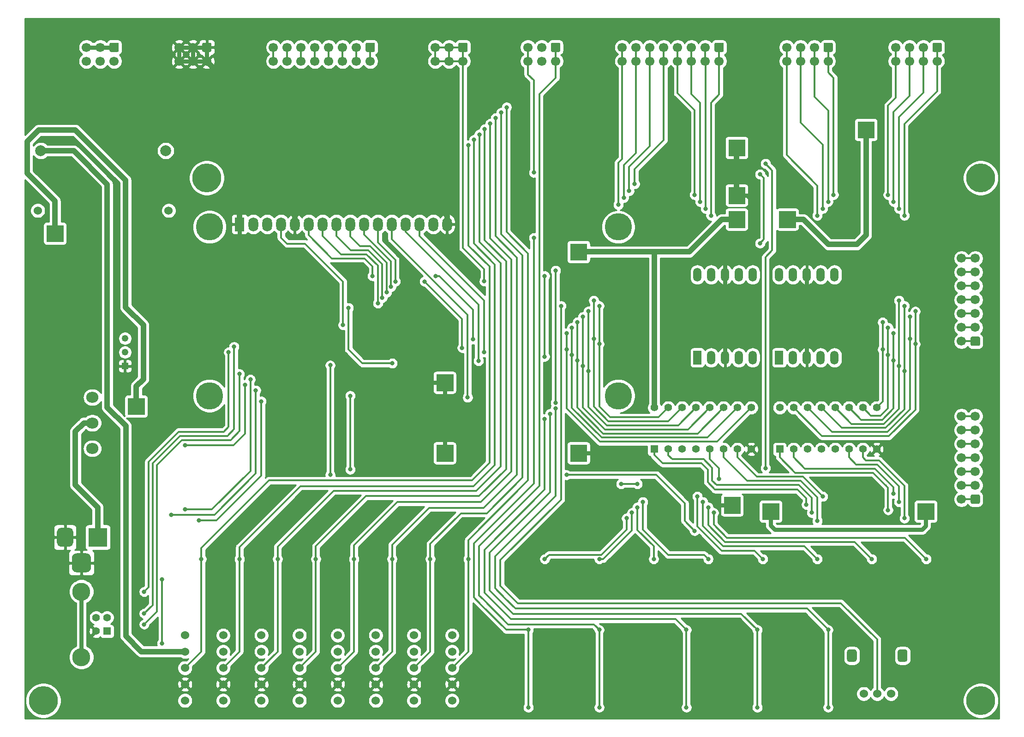
<source format=gbr>
G04 #@! TF.GenerationSoftware,KiCad,Pcbnew,(5.1.8)-1*
G04 #@! TF.CreationDate,2021-01-23T12:46:17+07:00*
G04 #@! TF.ProjectId,digitalSystemBoard,64696769-7461-46c5-9379-7374656d426f,rev?*
G04 #@! TF.SameCoordinates,PX2faf080PY9896800*
G04 #@! TF.FileFunction,Copper,L2,Bot*
G04 #@! TF.FilePolarity,Positive*
%FSLAX46Y46*%
G04 Gerber Fmt 4.6, Leading zero omitted, Abs format (unit mm)*
G04 Created by KiCad (PCBNEW (5.1.8)-1) date 2021-01-23 12:46:17*
%MOMM*%
%LPD*%
G01*
G04 APERTURE LIST*
G04 #@! TA.AperFunction,EtchedComponent*
%ADD10C,0.100000*%
G04 #@! TD*
G04 #@! TA.AperFunction,ComponentPad*
%ADD11O,2.250000X2.000000*%
G04 #@! TD*
G04 #@! TA.AperFunction,ComponentPad*
%ADD12C,0.750000*%
G04 #@! TD*
G04 #@! TA.AperFunction,ComponentPad*
%ADD13C,2.000000*%
G04 #@! TD*
G04 #@! TA.AperFunction,WasherPad*
%ADD14C,5.000000*%
G04 #@! TD*
G04 #@! TA.AperFunction,ComponentPad*
%ADD15O,1.800000X2.600000*%
G04 #@! TD*
G04 #@! TA.AperFunction,ComponentPad*
%ADD16R,1.800000X2.600000*%
G04 #@! TD*
G04 #@! TA.AperFunction,ComponentPad*
%ADD17R,1.524000X2.524000*%
G04 #@! TD*
G04 #@! TA.AperFunction,ComponentPad*
%ADD18O,1.524000X2.524000*%
G04 #@! TD*
G04 #@! TA.AperFunction,ComponentPad*
%ADD19C,1.700000*%
G04 #@! TD*
G04 #@! TA.AperFunction,ComponentPad*
%ADD20C,1.397000*%
G04 #@! TD*
G04 #@! TA.AperFunction,ComponentPad*
%ADD21R,1.397000X1.397000*%
G04 #@! TD*
G04 #@! TA.AperFunction,WasherPad*
%ADD22C,1.524000*%
G04 #@! TD*
G04 #@! TA.AperFunction,ComponentPad*
%ADD23C,1.524000*%
G04 #@! TD*
G04 #@! TA.AperFunction,ComponentPad*
%ADD24C,1.248000*%
G04 #@! TD*
G04 #@! TA.AperFunction,ComponentPad*
%ADD25R,1.248000X1.248000*%
G04 #@! TD*
G04 #@! TA.AperFunction,ComponentPad*
%ADD26R,3.500000X3.500000*%
G04 #@! TD*
G04 #@! TA.AperFunction,WasherPad*
%ADD27C,5.300000*%
G04 #@! TD*
G04 #@! TA.AperFunction,ComponentPad*
%ADD28R,1.408000X1.408000*%
G04 #@! TD*
G04 #@! TA.AperFunction,ComponentPad*
%ADD29C,1.408000*%
G04 #@! TD*
G04 #@! TA.AperFunction,ComponentPad*
%ADD30C,3.316000*%
G04 #@! TD*
G04 #@! TA.AperFunction,ViaPad*
%ADD31C,0.800000*%
G04 #@! TD*
G04 #@! TA.AperFunction,Conductor*
%ADD32C,0.750000*%
G04 #@! TD*
G04 #@! TA.AperFunction,Conductor*
%ADD33C,1.000000*%
G04 #@! TD*
G04 #@! TA.AperFunction,Conductor*
%ADD34C,0.350000*%
G04 #@! TD*
G04 #@! TA.AperFunction,Conductor*
%ADD35C,0.254000*%
G04 #@! TD*
G04 #@! TA.AperFunction,Conductor*
%ADD36C,0.150000*%
G04 #@! TD*
G04 APERTURE END LIST*
D10*
G36*
X22550000Y56550000D02*
G01*
X19550000Y56550000D01*
X19550000Y59550000D01*
X22550000Y59550000D01*
X22550000Y56550000D01*
G37*
X22550000Y56550000D02*
X19550000Y56550000D01*
X19550000Y59550000D01*
X22550000Y59550000D01*
X22550000Y56550000D01*
G36*
X7650000Y88300000D02*
G01*
X4650000Y88300000D01*
X4650000Y91300000D01*
X7650000Y91300000D01*
X7650000Y88300000D01*
G37*
X7650000Y88300000D02*
X4650000Y88300000D01*
X4650000Y91300000D01*
X7650000Y91300000D01*
X7650000Y88300000D01*
G36*
X79160000Y47970000D02*
G01*
X76160000Y47970000D01*
X76160000Y50970000D01*
X79160000Y50970000D01*
X79160000Y47970000D01*
G37*
X79160000Y47970000D02*
X76160000Y47970000D01*
X76160000Y50970000D01*
X79160000Y50970000D01*
X79160000Y47970000D01*
G36*
X103710000Y47970000D02*
G01*
X100710000Y47970000D01*
X100710000Y50970000D01*
X103710000Y50970000D01*
X103710000Y47970000D01*
G37*
X103710000Y47970000D02*
X100710000Y47970000D01*
X100710000Y50970000D01*
X103710000Y50970000D01*
X103710000Y47970000D01*
G36*
X131870000Y38390000D02*
G01*
X128870000Y38390000D01*
X128870000Y41390000D01*
X131870000Y41390000D01*
X131870000Y38390000D01*
G37*
X131870000Y38390000D02*
X128870000Y38390000D01*
X128870000Y41390000D01*
X131870000Y41390000D01*
X131870000Y38390000D01*
G36*
X138970000Y37250000D02*
G01*
X135970000Y37250000D01*
X135970000Y40250000D01*
X138970000Y40250000D01*
X138970000Y37250000D01*
G37*
X138970000Y37250000D02*
X135970000Y37250000D01*
X135970000Y40250000D01*
X138970000Y40250000D01*
X138970000Y37250000D01*
G36*
X167410000Y37250000D02*
G01*
X164410000Y37250000D01*
X164410000Y40250000D01*
X167410000Y40250000D01*
X167410000Y37250000D01*
G37*
X167410000Y37250000D02*
X164410000Y37250000D01*
X164410000Y40250000D01*
X167410000Y40250000D01*
X167410000Y37250000D01*
G36*
X79160000Y60920000D02*
G01*
X76160000Y60920000D01*
X76160000Y63920000D01*
X79160000Y63920000D01*
X79160000Y60920000D01*
G37*
X79160000Y60920000D02*
X76160000Y60920000D01*
X76160000Y63920000D01*
X79160000Y63920000D01*
X79160000Y60920000D01*
G36*
X132720000Y104040000D02*
G01*
X129720000Y104040000D01*
X129720000Y107040000D01*
X132720000Y107040000D01*
X132720000Y104040000D01*
G37*
X132720000Y104040000D02*
X129720000Y104040000D01*
X129720000Y107040000D01*
X132720000Y107040000D01*
X132720000Y104040000D01*
G36*
X132720000Y95300000D02*
G01*
X129720000Y95300000D01*
X129720000Y98300000D01*
X132720000Y98300000D01*
X132720000Y95300000D01*
G37*
X132720000Y95300000D02*
X129720000Y95300000D01*
X129720000Y98300000D01*
X132720000Y98300000D01*
X132720000Y95300000D01*
G36*
X142010000Y90890000D02*
G01*
X139010000Y90890000D01*
X139010000Y93890000D01*
X142010000Y93890000D01*
X142010000Y90890000D01*
G37*
X142010000Y90890000D02*
X139010000Y90890000D01*
X139010000Y93890000D01*
X142010000Y93890000D01*
X142010000Y90890000D01*
G36*
X156450000Y107360000D02*
G01*
X153450000Y107360000D01*
X153450000Y110360000D01*
X156450000Y110360000D01*
X156450000Y107360000D01*
G37*
X156450000Y107360000D02*
X153450000Y107360000D01*
X153450000Y110360000D01*
X156450000Y110360000D01*
X156450000Y107360000D01*
G36*
X132720000Y90890000D02*
G01*
X129720000Y90890000D01*
X129720000Y93890000D01*
X132720000Y93890000D01*
X132720000Y90890000D01*
G37*
X132720000Y90890000D02*
X129720000Y90890000D01*
X129720000Y93890000D01*
X132720000Y93890000D01*
X132720000Y90890000D01*
G36*
X103710000Y84930000D02*
G01*
X100710000Y84930000D01*
X100710000Y87930000D01*
X103710000Y87930000D01*
X103710000Y84930000D01*
G37*
X103710000Y84930000D02*
X100710000Y84930000D01*
X100710000Y87930000D01*
X103710000Y87930000D01*
X103710000Y84930000D01*
D11*
X13000000Y50300000D03*
X13000000Y59700000D03*
X13000000Y55000000D03*
D12*
X21050000Y58050000D03*
X22050000Y59050000D03*
X20050000Y59050000D03*
X20050000Y57050000D03*
X22050000Y57050000D03*
X7150000Y88800000D03*
X5150000Y88800000D03*
X5150000Y90800000D03*
X7150000Y90800000D03*
X6150000Y89800000D03*
D13*
X3550000Y105000000D03*
X26450000Y105000000D03*
D14*
X109500000Y91000000D03*
X109500000Y60000000D03*
X34500000Y60000000D03*
X34500000Y91000000D03*
D15*
X78100000Y91500000D03*
X75560000Y91500000D03*
X73020000Y91500000D03*
X70480000Y91500000D03*
X67940000Y91500000D03*
X65400000Y91500000D03*
X62860000Y91500000D03*
X60320000Y91500000D03*
X57780000Y91500000D03*
X55240000Y91500000D03*
X52700000Y91500000D03*
X50160000Y91500000D03*
X47620000Y91500000D03*
X45080000Y91500000D03*
X42540000Y91500000D03*
D16*
X40000000Y91500000D03*
D12*
X77660000Y49470000D03*
X78660000Y50470000D03*
X76660000Y50470000D03*
X76660000Y48470000D03*
X78660000Y48470000D03*
X103210000Y48470000D03*
X101210000Y48470000D03*
X101210000Y50470000D03*
X103210000Y50470000D03*
X102210000Y49470000D03*
X130370000Y39890000D03*
X131370000Y40890000D03*
X129370000Y40890000D03*
X129370000Y38890000D03*
X131370000Y38890000D03*
X137470000Y38750000D03*
X138470000Y39750000D03*
X136470000Y39750000D03*
X136470000Y37750000D03*
X138470000Y37750000D03*
X166910000Y37750000D03*
X164910000Y37750000D03*
X164910000Y39750000D03*
X166910000Y39750000D03*
X165910000Y38750000D03*
X78660000Y61420000D03*
X76660000Y61420000D03*
X76660000Y63420000D03*
X78660000Y63420000D03*
X77660000Y62420000D03*
X131220000Y105540000D03*
X132220000Y106540000D03*
X130220000Y106540000D03*
X130220000Y104540000D03*
X132220000Y104540000D03*
X132220000Y95800000D03*
X130220000Y95800000D03*
X130220000Y97800000D03*
X132220000Y97800000D03*
X131220000Y96800000D03*
X140510000Y92390000D03*
X141510000Y93390000D03*
X139510000Y93390000D03*
X139510000Y91390000D03*
X141510000Y91390000D03*
X155950000Y107860000D03*
X153950000Y107860000D03*
X153950000Y109860000D03*
X155950000Y109860000D03*
X154950000Y108860000D03*
X132220000Y91390000D03*
X130220000Y91390000D03*
X130220000Y93390000D03*
X132220000Y93390000D03*
X131220000Y92390000D03*
X103210000Y85430000D03*
X101210000Y85430000D03*
X101210000Y87430000D03*
X103210000Y87430000D03*
X102210000Y86430000D03*
D17*
X124000000Y67000000D03*
D18*
X126540000Y67000000D03*
X129080000Y67000000D03*
X131620000Y67000000D03*
X134160000Y67000000D03*
X134160000Y82240000D03*
X131620000Y82240000D03*
X129080000Y82240000D03*
X126540000Y82240000D03*
X124000000Y82240000D03*
D19*
X92920000Y121460000D03*
X95460000Y121460000D03*
X98000000Y121460000D03*
X92920000Y124000000D03*
X95460000Y124000000D03*
G04 #@! TA.AperFunction,ComponentPad*
G36*
G01*
X97400000Y124850000D02*
X98600000Y124850000D01*
G75*
G02*
X98850000Y124600000I0J-250000D01*
G01*
X98850000Y123400000D01*
G75*
G02*
X98600000Y123150000I-250000J0D01*
G01*
X97400000Y123150000D01*
G75*
G02*
X97150000Y123400000I0J250000D01*
G01*
X97150000Y124600000D01*
G75*
G02*
X97400000Y124850000I250000J0D01*
G01*
G37*
G04 #@! TD.AperFunction*
D20*
X116110000Y57810000D03*
X118650000Y57810000D03*
X133890000Y50190000D03*
X123730000Y57810000D03*
X126270000Y57810000D03*
X128810000Y57810000D03*
X131350000Y57810000D03*
X133890000Y57810000D03*
X131350000Y50190000D03*
X128810000Y50190000D03*
X126270000Y50190000D03*
X121190000Y57810000D03*
X123730000Y50190000D03*
X121190000Y50190000D03*
X118650000Y50190000D03*
D21*
X116110000Y50190000D03*
D22*
X79000000Y16000000D03*
X79000000Y4000000D03*
D23*
X79000000Y13000000D03*
X79000000Y7000000D03*
X79000000Y10000000D03*
D22*
X30000000Y16000000D03*
X30000000Y4000000D03*
D23*
X30000000Y13000000D03*
X30000000Y7000000D03*
X30000000Y10000000D03*
D19*
X28920000Y121460000D03*
X31460000Y121460000D03*
X34000000Y121460000D03*
X28920000Y124000000D03*
X31460000Y124000000D03*
G04 #@! TA.AperFunction,ComponentPad*
G36*
G01*
X33400000Y124850000D02*
X34600000Y124850000D01*
G75*
G02*
X34850000Y124600000I0J-250000D01*
G01*
X34850000Y123400000D01*
G75*
G02*
X34600000Y123150000I-250000J0D01*
G01*
X33400000Y123150000D01*
G75*
G02*
X33150000Y123400000I0J250000D01*
G01*
X33150000Y124600000D01*
G75*
G02*
X33400000Y124850000I250000J0D01*
G01*
G37*
G04 #@! TD.AperFunction*
X11920000Y121460000D03*
X14460000Y121460000D03*
X17000000Y121460000D03*
X11920000Y124000000D03*
X14460000Y124000000D03*
G04 #@! TA.AperFunction,ComponentPad*
G36*
G01*
X16400000Y124850000D02*
X17600000Y124850000D01*
G75*
G02*
X17850000Y124600000I0J-250000D01*
G01*
X17850000Y123400000D01*
G75*
G02*
X17600000Y123150000I-250000J0D01*
G01*
X16400000Y123150000D01*
G75*
G02*
X16150000Y123400000I0J250000D01*
G01*
X16150000Y124600000D01*
G75*
G02*
X16400000Y124850000I250000J0D01*
G01*
G37*
G04 #@! TD.AperFunction*
X75920000Y121460000D03*
X78460000Y121460000D03*
X81000000Y121460000D03*
X75920000Y124000000D03*
X78460000Y124000000D03*
G04 #@! TA.AperFunction,ComponentPad*
G36*
G01*
X80400000Y124850000D02*
X81600000Y124850000D01*
G75*
G02*
X81850000Y124600000I0J-250000D01*
G01*
X81850000Y123400000D01*
G75*
G02*
X81600000Y123150000I-250000J0D01*
G01*
X80400000Y123150000D01*
G75*
G02*
X80150000Y123400000I0J250000D01*
G01*
X80150000Y124600000D01*
G75*
G02*
X80400000Y124850000I250000J0D01*
G01*
G37*
G04 #@! TD.AperFunction*
X46220000Y121460000D03*
X48760000Y121460000D03*
X51300000Y121460000D03*
X53840000Y121460000D03*
X56380000Y121460000D03*
X58920000Y121460000D03*
X61460000Y121460000D03*
X64000000Y121460000D03*
X46220000Y124000000D03*
X48760000Y124000000D03*
X51300000Y124000000D03*
X53840000Y124000000D03*
X56380000Y124000000D03*
X58920000Y124000000D03*
X61460000Y124000000D03*
G04 #@! TA.AperFunction,ComponentPad*
G36*
G01*
X63400000Y124850000D02*
X64600000Y124850000D01*
G75*
G02*
X64850000Y124600000I0J-250000D01*
G01*
X64850000Y123400000D01*
G75*
G02*
X64600000Y123150000I-250000J0D01*
G01*
X63400000Y123150000D01*
G75*
G02*
X63150000Y123400000I0J250000D01*
G01*
X63150000Y124600000D01*
G75*
G02*
X63400000Y124850000I250000J0D01*
G01*
G37*
G04 #@! TD.AperFunction*
X172460000Y56240000D03*
X172460000Y53700000D03*
X172460000Y51160000D03*
X172460000Y48620000D03*
X172460000Y46080000D03*
X172460000Y43540000D03*
X172460000Y41000000D03*
X175000000Y56240000D03*
X175000000Y53700000D03*
X175000000Y51160000D03*
X175000000Y48620000D03*
X175000000Y46080000D03*
X175000000Y43540000D03*
G04 #@! TA.AperFunction,ComponentPad*
G36*
G01*
X175850000Y41600000D02*
X175850000Y40400000D01*
G75*
G02*
X175600000Y40150000I-250000J0D01*
G01*
X174400000Y40150000D01*
G75*
G02*
X174150000Y40400000I0J250000D01*
G01*
X174150000Y41600000D01*
G75*
G02*
X174400000Y41850000I250000J0D01*
G01*
X175600000Y41850000D01*
G75*
G02*
X175850000Y41600000I0J-250000D01*
G01*
G37*
G04 #@! TD.AperFunction*
X172460000Y85240000D03*
X172460000Y82700000D03*
X172460000Y80160000D03*
X172460000Y77620000D03*
X172460000Y75080000D03*
X172460000Y72540000D03*
X172460000Y70000000D03*
X175000000Y85240000D03*
X175000000Y82700000D03*
X175000000Y80160000D03*
X175000000Y77620000D03*
X175000000Y75080000D03*
X175000000Y72540000D03*
G04 #@! TA.AperFunction,ComponentPad*
G36*
G01*
X175850000Y70600000D02*
X175850000Y69400000D01*
G75*
G02*
X175600000Y69150000I-250000J0D01*
G01*
X174400000Y69150000D01*
G75*
G02*
X174150000Y69400000I0J250000D01*
G01*
X174150000Y70600000D01*
G75*
G02*
X174400000Y70850000I250000J0D01*
G01*
X175600000Y70850000D01*
G75*
G02*
X175850000Y70600000I0J-250000D01*
G01*
G37*
G04 #@! TD.AperFunction*
X110220000Y121460000D03*
X112760000Y121460000D03*
X115300000Y121460000D03*
X117840000Y121460000D03*
X120380000Y121460000D03*
X122920000Y121460000D03*
X125460000Y121460000D03*
X128000000Y121460000D03*
X110220000Y124000000D03*
X112760000Y124000000D03*
X115300000Y124000000D03*
X117840000Y124000000D03*
X120380000Y124000000D03*
X122920000Y124000000D03*
X125460000Y124000000D03*
G04 #@! TA.AperFunction,ComponentPad*
G36*
G01*
X127400000Y124850000D02*
X128600000Y124850000D01*
G75*
G02*
X128850000Y124600000I0J-250000D01*
G01*
X128850000Y123400000D01*
G75*
G02*
X128600000Y123150000I-250000J0D01*
G01*
X127400000Y123150000D01*
G75*
G02*
X127150000Y123400000I0J250000D01*
G01*
X127150000Y124600000D01*
G75*
G02*
X127400000Y124850000I250000J0D01*
G01*
G37*
G04 #@! TD.AperFunction*
X140380000Y121460000D03*
X142920000Y121460000D03*
X145460000Y121460000D03*
X148000000Y121460000D03*
X140380000Y124000000D03*
X142920000Y124000000D03*
X145460000Y124000000D03*
G04 #@! TA.AperFunction,ComponentPad*
G36*
G01*
X147400000Y124850000D02*
X148600000Y124850000D01*
G75*
G02*
X148850000Y124600000I0J-250000D01*
G01*
X148850000Y123400000D01*
G75*
G02*
X148600000Y123150000I-250000J0D01*
G01*
X147400000Y123150000D01*
G75*
G02*
X147150000Y123400000I0J250000D01*
G01*
X147150000Y124600000D01*
G75*
G02*
X147400000Y124850000I250000J0D01*
G01*
G37*
G04 #@! TD.AperFunction*
X160380000Y121460000D03*
X162920000Y121460000D03*
X165460000Y121460000D03*
X168000000Y121460000D03*
X160380000Y124000000D03*
X162920000Y124000000D03*
X165460000Y124000000D03*
G04 #@! TA.AperFunction,ComponentPad*
G36*
G01*
X167400000Y124850000D02*
X168600000Y124850000D01*
G75*
G02*
X168850000Y124600000I0J-250000D01*
G01*
X168850000Y123400000D01*
G75*
G02*
X168600000Y123150000I-250000J0D01*
G01*
X167400000Y123150000D01*
G75*
G02*
X167150000Y123400000I0J250000D01*
G01*
X167150000Y124600000D01*
G75*
G02*
X167400000Y124850000I250000J0D01*
G01*
G37*
G04 #@! TD.AperFunction*
D24*
X19000000Y70540000D03*
X19000000Y68000000D03*
D25*
X19000000Y65460000D03*
G04 #@! TA.AperFunction,ComponentPad*
G36*
G01*
X9250000Y28425000D02*
X9250000Y30175000D01*
G75*
G02*
X10125000Y31050000I875000J0D01*
G01*
X11875000Y31050000D01*
G75*
G02*
X12750000Y30175000I0J-875000D01*
G01*
X12750000Y28425000D01*
G75*
G02*
X11875000Y27550000I-875000J0D01*
G01*
X10125000Y27550000D01*
G75*
G02*
X9250000Y28425000I0J875000D01*
G01*
G37*
G04 #@! TD.AperFunction*
G04 #@! TA.AperFunction,ComponentPad*
G36*
G01*
X6500000Y33000000D02*
X6500000Y35000000D01*
G75*
G02*
X7250000Y35750000I750000J0D01*
G01*
X8750000Y35750000D01*
G75*
G02*
X9500000Y35000000I0J-750000D01*
G01*
X9500000Y33000000D01*
G75*
G02*
X8750000Y32250000I-750000J0D01*
G01*
X7250000Y32250000D01*
G75*
G02*
X6500000Y33000000I0J750000D01*
G01*
G37*
G04 #@! TD.AperFunction*
D26*
X14000000Y34000000D03*
D23*
X27000000Y94000000D03*
X3000000Y94000000D03*
D22*
X37000000Y16000000D03*
X37000000Y4000000D03*
D23*
X37000000Y13000000D03*
X37000000Y7000000D03*
X37000000Y10000000D03*
D22*
X44000000Y16000000D03*
X44000000Y4000000D03*
D23*
X44000000Y13000000D03*
X44000000Y7000000D03*
X44000000Y10000000D03*
D22*
X51000000Y16000000D03*
X51000000Y4000000D03*
D23*
X51000000Y13000000D03*
X51000000Y7000000D03*
X51000000Y10000000D03*
D22*
X58000000Y16000000D03*
X58000000Y4000000D03*
D23*
X58000000Y13000000D03*
X58000000Y7000000D03*
X58000000Y10000000D03*
D22*
X65000000Y16000000D03*
X65000000Y4000000D03*
D23*
X65000000Y13000000D03*
X65000000Y7000000D03*
X65000000Y10000000D03*
D22*
X72000000Y16000000D03*
X72000000Y4000000D03*
D23*
X72000000Y13000000D03*
X72000000Y7000000D03*
X72000000Y10000000D03*
G04 #@! TA.AperFunction,WasherPad*
G36*
G01*
X162550000Y12960000D02*
X162550000Y11560000D01*
G75*
G02*
X162100000Y11110000I-450000J0D01*
G01*
X161200000Y11110000D01*
G75*
G02*
X160750000Y11560000I0J450000D01*
G01*
X160750000Y12960000D01*
G75*
G02*
X161200000Y13410000I450000J0D01*
G01*
X162100000Y13410000D01*
G75*
G02*
X162550000Y12960000I0J-450000D01*
G01*
G37*
G04 #@! TD.AperFunction*
G04 #@! TA.AperFunction,WasherPad*
G36*
G01*
X153250000Y12960000D02*
X153250000Y11560000D01*
G75*
G02*
X152800000Y11110000I-450000J0D01*
G01*
X151900000Y11110000D01*
G75*
G02*
X151450000Y11560000I0J450000D01*
G01*
X151450000Y12960000D01*
G75*
G02*
X151900000Y13410000I450000J0D01*
G01*
X152800000Y13410000D01*
G75*
G02*
X153250000Y12960000I0J-450000D01*
G01*
G37*
G04 #@! TD.AperFunction*
X157000000Y5260000D03*
X154540000Y5260000D03*
X159540000Y5260000D03*
D27*
X176000000Y100000000D03*
X34000000Y100000000D03*
X176000000Y4000000D03*
X4000000Y4000000D03*
D20*
X139110000Y57810000D03*
X141650000Y57810000D03*
X156890000Y50190000D03*
X146730000Y57810000D03*
X149270000Y57810000D03*
X151810000Y57810000D03*
X154350000Y57810000D03*
X156890000Y57810000D03*
X154350000Y50190000D03*
X151810000Y50190000D03*
X149270000Y50190000D03*
X144190000Y57810000D03*
X146730000Y50190000D03*
X144190000Y50190000D03*
X141650000Y50190000D03*
D21*
X139110000Y50190000D03*
D17*
X139000000Y67000000D03*
D18*
X141540000Y67000000D03*
X144080000Y67000000D03*
X146620000Y67000000D03*
X149160000Y67000000D03*
X149160000Y82240000D03*
X146620000Y82240000D03*
X144080000Y82240000D03*
X141540000Y82240000D03*
X139000000Y82240000D03*
D28*
X15700000Y16750000D03*
D29*
X15700000Y19250000D03*
X13700000Y19250000D03*
X13700000Y16750000D03*
D30*
X11000000Y24020000D03*
X11000000Y11980000D03*
D31*
X50500000Y79000000D03*
X50500000Y75000000D03*
X50500000Y71000000D03*
X50500000Y67000000D03*
X49500000Y67000000D03*
X49500000Y79000000D03*
X49500000Y75000000D03*
X49500000Y71000000D03*
X93000000Y2750000D03*
X93000000Y17000000D03*
X94000000Y89000000D03*
X73940000Y81000000D03*
X84900000Y81030000D03*
X80850000Y68800000D03*
X106000000Y2750000D03*
X106000000Y17000000D03*
X122000000Y2750000D03*
X96000000Y55700000D03*
X122000000Y17000000D03*
X135000000Y2750000D03*
X97000000Y56700000D03*
X135000000Y17000000D03*
X148000000Y2750000D03*
X98000000Y57700000D03*
X148000000Y17000000D03*
X44000000Y58983930D03*
X32540000Y37100000D03*
X25787500Y26250000D03*
X25787500Y14525000D03*
X60000000Y76143920D03*
X68010000Y65960000D03*
X40000000Y64000000D03*
X22500000Y18000000D03*
X128000000Y44700000D03*
X84850000Y68000000D03*
X83850000Y66400000D03*
X81850000Y59700000D03*
X68600000Y81000000D03*
X67800000Y80000000D03*
X67000000Y79000000D03*
X66200000Y78000000D03*
X65400000Y77000000D03*
X76000000Y82000000D03*
X64400000Y82000000D03*
X82850000Y70400000D03*
X59000000Y73000000D03*
X162000000Y93095000D03*
X161000000Y94365000D03*
X160000000Y95635000D03*
X159000000Y96905000D03*
X163000000Y74500000D03*
X163000000Y70500000D03*
X164000000Y75500000D03*
X164000000Y69500000D03*
X158000000Y73500000D03*
X158000000Y68500000D03*
X159000000Y72500000D03*
X159000000Y67500000D03*
X160000000Y71500000D03*
X160000000Y66500000D03*
X161000000Y77500000D03*
X161000000Y65500000D03*
X162000000Y76500000D03*
X162000000Y64500000D03*
X149000000Y96905000D03*
X148000000Y95635000D03*
X147000000Y94365000D03*
X146000000Y93095000D03*
X105000000Y77500000D03*
X105000000Y70500000D03*
X106000000Y76500000D03*
X106000000Y69500000D03*
X100000000Y71500000D03*
X100000000Y68500000D03*
X101000000Y72500000D03*
X101000000Y67500000D03*
X102000000Y73500000D03*
X102000000Y66500000D03*
X103000000Y74500000D03*
X103000000Y65500000D03*
X104000000Y75500000D03*
X104000000Y64500000D03*
X109500000Y95095000D03*
X110500000Y96365000D03*
X126500000Y93095000D03*
X125500000Y94365000D03*
X124500000Y95635000D03*
X112500000Y98905000D03*
X111500000Y97635000D03*
X123500000Y96905000D03*
X82000000Y106000000D03*
X33000000Y30000000D03*
X83000000Y107000000D03*
X40000000Y30000000D03*
X89000000Y113000000D03*
X82000000Y30000000D03*
X88000000Y112000000D03*
X75000000Y30000000D03*
X87000000Y111000000D03*
X68000000Y30000000D03*
X85000000Y109000000D03*
X54000000Y30000000D03*
X84000000Y108000000D03*
X47000000Y30000000D03*
X86000000Y110000000D03*
X61000000Y30000000D03*
X94000000Y101000000D03*
X166000000Y30000000D03*
X127000000Y38500000D03*
X156000000Y30000000D03*
X126000000Y39500000D03*
X146000000Y30000000D03*
X125000000Y40500000D03*
X126000000Y30000000D03*
X114000000Y40500000D03*
X124000000Y41500000D03*
X136000000Y30000000D03*
X113000000Y39500000D03*
X116000000Y30000000D03*
X112000000Y38500000D03*
X106000000Y30000000D03*
X111000000Y37500000D03*
X96000000Y30000000D03*
X22500000Y24000000D03*
X38000000Y68000000D03*
X39000000Y69000000D03*
X22500000Y20000000D03*
X162000000Y37500000D03*
X161000000Y40500000D03*
X160000000Y42000000D03*
X159000000Y39000000D03*
X147000000Y41500000D03*
X146000000Y37000000D03*
X145000000Y38500000D03*
X144000000Y40000000D03*
X99000000Y76500000D03*
X96000000Y82000000D03*
X135500000Y88010000D03*
X96000000Y67200000D03*
X135500000Y100683920D03*
X98000000Y83000000D03*
X98000000Y58700000D03*
X136500000Y102640000D03*
X136500000Y46710000D03*
X113000000Y43810000D03*
X110000000Y43810000D03*
X60300000Y46460000D03*
X60300000Y60000000D03*
X43000000Y61000000D03*
X27460000Y38100000D03*
X41000000Y62000000D03*
X30000000Y50900000D03*
X42000000Y63000000D03*
X30000000Y39100000D03*
X100000000Y45460000D03*
X56650000Y45460000D03*
X56650000Y65600000D03*
X123500000Y35190000D03*
D32*
X28920000Y124000000D02*
X31460000Y124000000D01*
X34000000Y124000000D02*
X31460000Y124000000D01*
X28920000Y124000000D02*
X28920000Y121460000D01*
X28920000Y121460000D02*
X31460000Y121460000D01*
X31460000Y124000000D02*
X31460000Y121460000D01*
X34000000Y124000000D02*
X34000000Y121460000D01*
X31460000Y121460000D02*
X34000000Y121460000D01*
D33*
X40000000Y115460000D02*
X34000000Y121460000D01*
D32*
X49500000Y79000000D02*
X49500000Y75000000D01*
X49500000Y75000000D02*
X49500000Y71000000D01*
X49500000Y71000000D02*
X49500000Y66960000D01*
X49500000Y79000000D02*
X50500000Y79000000D01*
X49500000Y75000000D02*
X50500000Y75000000D01*
X49500000Y71000000D02*
X50500000Y71000000D01*
X50460000Y66960000D02*
X50500000Y67000000D01*
X49500000Y66960000D02*
X50460000Y66960000D01*
X50500000Y79000000D02*
X50500000Y75000000D01*
X50500000Y71000000D02*
X50500000Y75000000D01*
X50500000Y67000000D02*
X50500000Y71000000D01*
D33*
X40000000Y94200000D02*
X49010000Y94200000D01*
X40000000Y94200000D02*
X40000000Y115460000D01*
D32*
X42070000Y85380000D02*
X40000000Y87450000D01*
X49500000Y79000000D02*
X49500000Y83120000D01*
X47240000Y85380000D02*
X42070000Y85380000D01*
X49500000Y83120000D02*
X47240000Y85380000D01*
X129080000Y82240000D02*
X129080000Y67000000D01*
X144080000Y82240000D02*
X144080000Y67000000D01*
D33*
X131220000Y105540000D02*
X131220000Y96800000D01*
X131220000Y105540000D02*
X130220000Y106540000D01*
X131220000Y105540000D02*
X132220000Y106540000D01*
X131220000Y105540000D02*
X132220000Y104540000D01*
X131220000Y105540000D02*
X130220000Y104540000D01*
X131220000Y96800000D02*
X130220000Y97800000D01*
X131220000Y96800000D02*
X132240000Y97820000D01*
X131220000Y96800000D02*
X132220000Y95800000D01*
X131220000Y96800000D02*
X130220000Y95800000D01*
D32*
X77660000Y62420000D02*
X63010000Y62420000D01*
X54430000Y71000000D02*
X50500000Y71000000D01*
X63010000Y62420000D02*
X54430000Y71000000D01*
X133110000Y96800000D02*
X131220000Y96800000D01*
X134400000Y95510000D02*
X133110000Y96800000D01*
X134400000Y89822000D02*
X134400000Y95510000D01*
X129080000Y82240000D02*
X129080000Y84502000D01*
X129080000Y84502000D02*
X134400000Y89822000D01*
X130370000Y39890000D02*
X131370000Y38890000D01*
X130370000Y39890000D02*
X131370000Y40890000D01*
X130370000Y39890000D02*
X129370000Y40890000D01*
X130370000Y39890000D02*
X129370000Y38890000D01*
X121470000Y46510000D02*
X128090000Y39890000D01*
X128090000Y39890000D02*
X130370000Y39890000D01*
X109600000Y46510000D02*
X121470000Y46510000D01*
X102210000Y49470000D02*
X106640000Y49470000D01*
X106640000Y49470000D02*
X109600000Y46510000D01*
X102210000Y49470000D02*
X103210000Y50470000D01*
X102210000Y49470000D02*
X101210000Y50470000D01*
X102210000Y49470000D02*
X101210000Y48470000D01*
X102210000Y49470000D02*
X103210000Y48470000D01*
X77660000Y62420000D02*
X77660000Y49470000D01*
D33*
X76950000Y94200000D02*
X51310000Y94200000D01*
X40000000Y94200000D02*
X40000000Y91500000D01*
X50160000Y93050000D02*
X49010000Y94200000D01*
X50160000Y91500000D02*
X50160000Y93050000D01*
X50160000Y93050000D02*
X51310000Y94200000D01*
X78100000Y93050000D02*
X78100000Y91500000D01*
X76950000Y94200000D02*
X78100000Y93050000D01*
D32*
X40000000Y91500000D02*
X40000000Y87450000D01*
D34*
X82975001Y29531999D02*
X82975001Y29531999D01*
X93000000Y17000000D02*
X88910640Y17000000D01*
X82975001Y22935639D02*
X82975001Y25212201D01*
X88910640Y17000000D02*
X84286720Y21623920D01*
X84286720Y21623920D02*
X82975001Y22935639D01*
X82975001Y25212201D02*
X82975001Y29522201D01*
X82975001Y29522201D02*
X82975001Y29531999D01*
X82975001Y30382201D02*
X82975001Y30382201D01*
X94000000Y89000000D02*
X94000000Y43900000D01*
X94000000Y43900000D02*
X82975001Y32875001D01*
X82975001Y32875001D02*
X82975001Y29522201D01*
X93000000Y17000000D02*
X93000000Y2750000D01*
D33*
X13000000Y55000000D02*
X11462800Y55000000D01*
X11462800Y55000000D02*
X9876720Y53413920D01*
X9876720Y53413920D02*
X9876720Y43603920D01*
X14000000Y39480640D02*
X14000000Y34000000D01*
X9876720Y43603920D02*
X14000000Y39480640D01*
D34*
X81000000Y124000000D02*
X81000000Y121460000D01*
X78460000Y124000000D02*
X78460000Y121460000D01*
X75920000Y124000000D02*
X75920000Y121460000D01*
X75920000Y124000000D02*
X78460000Y124000000D01*
X81000000Y124000000D02*
X78460000Y124000000D01*
X75920000Y121460000D02*
X78460000Y121460000D01*
X81000000Y121460000D02*
X78460000Y121460000D01*
X80850000Y74090000D02*
X73940000Y81000000D01*
X80850000Y68800000D02*
X80850000Y74090000D01*
X80990000Y121450000D02*
X81000000Y121460000D01*
X84900000Y81030000D02*
X84900000Y83220000D01*
X80990000Y87130000D02*
X80990000Y121450000D01*
X84900000Y83220000D02*
X80990000Y87130000D01*
D33*
X6150000Y95750000D02*
X6150000Y89800000D01*
X1050000Y106700000D02*
X1050000Y100850000D01*
X3150000Y108800000D02*
X1050000Y106700000D01*
X9900000Y108800000D02*
X3150000Y108800000D01*
X19100000Y99600000D02*
X9900000Y108800000D01*
X21050000Y61750000D02*
X22350000Y63050000D01*
X21050000Y58050000D02*
X21050000Y61750000D01*
X1050000Y100850000D02*
X6150000Y95750000D01*
X19100000Y76240000D02*
X19100000Y99600000D01*
X22350000Y63050000D02*
X22350000Y72990000D01*
X22350000Y72990000D02*
X19100000Y76240000D01*
D34*
X106000000Y17000000D02*
X105024999Y17975001D01*
X83950002Y29557202D02*
X83950002Y29667202D01*
X105024999Y17975001D02*
X95647801Y17975001D01*
X83950002Y23340638D02*
X83950002Y26507202D01*
X89315639Y17975001D02*
X84706720Y22583920D01*
X83950002Y26507202D02*
X83950002Y29557202D01*
X84706720Y22583920D02*
X83950002Y23340638D01*
X95647801Y17975001D02*
X89315639Y17975001D01*
X83950002Y30407202D02*
X83950002Y30407202D01*
X98000000Y124000000D02*
X98000000Y121460000D01*
X95024999Y115394999D02*
X98000000Y118370000D01*
X95024999Y43424999D02*
X95024999Y115394999D01*
X98000000Y118370000D02*
X98000000Y121460000D01*
X83950002Y29557202D02*
X83950002Y32350002D01*
X83950002Y32350002D02*
X95024999Y43424999D01*
X106000000Y2750000D02*
X106000000Y17000000D01*
X84925003Y30375637D02*
X84925003Y30375637D01*
X96000000Y42800000D02*
X84925003Y31725003D01*
X84925003Y23808639D02*
X89783640Y18950002D01*
X120049998Y18950002D02*
X122000000Y17000000D01*
X96000000Y55700000D02*
X96000000Y42800000D01*
X84925003Y31725003D02*
X84925003Y23808639D01*
X89783640Y18950002D02*
X120049998Y18950002D01*
X122000000Y2750000D02*
X122000000Y17000000D01*
X85900004Y28314202D02*
X85900004Y28314202D01*
X85900004Y30357204D02*
X85900004Y30357204D01*
X85900004Y30357204D02*
X85900004Y30357204D01*
X85900004Y30357204D02*
X85900004Y30357204D01*
X108737803Y19925003D02*
X108737803Y19925003D01*
X132074997Y19925003D02*
X135000000Y17000000D01*
X97000000Y42250000D02*
X85900004Y31150004D01*
X90195637Y19925003D02*
X132074997Y19925003D01*
X97000000Y56700000D02*
X97000000Y42250000D01*
X85900004Y31150004D02*
X85900004Y24220636D01*
X85900004Y24220636D02*
X90195637Y19925003D01*
X135000000Y2750000D02*
X135000000Y17000000D01*
X144099996Y20900004D02*
X137242804Y20900004D01*
X148000000Y17000000D02*
X144099996Y20900004D01*
X122762804Y20900004D02*
X110922804Y20900004D01*
X92312804Y20900004D02*
X90610636Y20900004D01*
X86875005Y24635635D02*
X86875005Y27782205D01*
X90610636Y20900004D02*
X88701720Y22808920D01*
X86875005Y29889203D02*
X86875005Y30332205D01*
X86875005Y30332205D02*
X86875005Y30373920D01*
X137242804Y20900004D02*
X122762804Y20900004D01*
X110922804Y20900004D02*
X95122804Y20900004D01*
X95122804Y20900004D02*
X92312804Y20900004D01*
X88701720Y22808920D02*
X86875005Y24635635D01*
X86875005Y27782205D02*
X86875005Y29889203D01*
X86875005Y30502299D02*
X86875005Y30332205D01*
X98000000Y57700000D02*
X98000000Y41627294D01*
X98000000Y41627294D02*
X86875005Y30502299D01*
X148000000Y17000000D02*
X148000000Y2750000D01*
X25787500Y14525000D02*
X25787500Y26250000D01*
X32540000Y37100000D02*
X35800000Y37100000D01*
X44000000Y45300000D02*
X44000000Y58983930D01*
X35800000Y37100000D02*
X44000000Y45300000D01*
X62520000Y65960000D02*
X68010000Y65960000D01*
X60000000Y76143920D02*
X60000000Y68480000D01*
X60000000Y68480000D02*
X62520000Y65960000D01*
X24812499Y20312499D02*
X24812499Y47262499D01*
X22500000Y18000000D02*
X24812499Y20312499D01*
X29425001Y51875001D02*
X38375001Y51875001D01*
X24812499Y47262499D02*
X29425001Y51875001D01*
X40000000Y53500000D02*
X38375001Y51875001D01*
X40000000Y64000000D02*
X40000000Y53500000D01*
D32*
X11920000Y124000000D02*
X14460000Y124000000D01*
X14460000Y124000000D02*
X17000000Y124000000D01*
D33*
X153950000Y107860000D02*
X154950000Y108860000D01*
X155950000Y109860000D02*
X154950000Y108860000D01*
X153950000Y109860000D02*
X154950000Y108860000D01*
X155950000Y107860000D02*
X154950000Y108860000D01*
X101210000Y85430000D02*
X102210000Y86430000D01*
X103210000Y87430000D02*
X102210000Y86430000D01*
X101210000Y87430000D02*
X102210000Y86430000D01*
X103210000Y85430000D02*
X102210000Y86430000D01*
X116110000Y86420000D02*
X116100000Y86430000D01*
X116110000Y57810000D02*
X116110000Y86420000D01*
X102210000Y86430000D02*
X116100000Y86430000D01*
D34*
X128000000Y46650000D02*
X128000000Y44700000D01*
X126270000Y50190000D02*
X126270000Y48380000D01*
X126270000Y48380000D02*
X128000000Y46650000D01*
D33*
X116100000Y86430000D02*
X122540000Y86430000D01*
X128500000Y92390000D02*
X131220000Y92390000D01*
X122540000Y86430000D02*
X128500000Y92390000D01*
X153270000Y87790000D02*
X154950000Y89470000D01*
X154950000Y89470000D02*
X154950000Y108860000D01*
X148040000Y87790000D02*
X153270000Y87790000D01*
X140510000Y92390000D02*
X143440000Y92390000D01*
X143440000Y92390000D02*
X148040000Y87790000D01*
X140510000Y92390000D02*
X141510000Y93390000D01*
D32*
X140510000Y92390000D02*
X139510000Y93390000D01*
X140510000Y92390000D02*
X139510000Y91390000D01*
X140510000Y92390000D02*
X141510000Y91390000D01*
X137470000Y36140000D02*
X137470000Y38750000D01*
X138220000Y35390000D02*
X137470000Y36140000D01*
X165910000Y38750000D02*
X165910000Y36070000D01*
X165230000Y35390000D02*
X138220000Y35390000D01*
X165910000Y36070000D02*
X165230000Y35390000D01*
D33*
X22000000Y13000000D02*
X30000000Y13000000D01*
X15720000Y98850000D02*
X15720000Y57870000D01*
X15720000Y57870000D02*
X19140000Y54450000D01*
X19140000Y54450000D02*
X19140000Y15860000D01*
X19140000Y15860000D02*
X22000000Y13000000D01*
X9570000Y105000000D02*
X15720000Y98850000D01*
X9570000Y105000000D02*
X3550000Y105000000D01*
D34*
X84850000Y77520000D02*
X84850000Y68000000D01*
X73020000Y89350000D02*
X84850000Y77520000D01*
X73020000Y89350000D02*
X73020000Y91500000D01*
X83850000Y76750000D02*
X83850000Y66400000D01*
X70480000Y90120000D02*
X83850000Y76750000D01*
X70480000Y90120000D02*
X70480000Y91500000D01*
X81850000Y74850000D02*
X81850000Y59700000D01*
X67940000Y88760000D02*
X81850000Y74850000D01*
X67940000Y88760000D02*
X67940000Y91500000D01*
X68600000Y84930000D02*
X68600000Y81000000D01*
X65400000Y88130000D02*
X68600000Y84930000D01*
X65400000Y88130000D02*
X65400000Y91500000D01*
X67800000Y80000000D02*
X67800000Y84669326D01*
X67800000Y84669326D02*
X62860000Y89609326D01*
X62860000Y89609326D02*
X62860000Y91500000D01*
X60320000Y89290000D02*
X60320000Y91500000D01*
X62130000Y87480000D02*
X60320000Y89290000D01*
X63928652Y87480000D02*
X62130000Y87480000D01*
X67000000Y79000000D02*
X67000000Y84408652D01*
X67000000Y84408652D02*
X63928652Y87480000D01*
X57780000Y89320000D02*
X57780000Y91500000D01*
X60370010Y86729990D02*
X57780000Y89320000D01*
X66200000Y84147978D02*
X63627978Y86720000D01*
X66200000Y78000000D02*
X66200000Y84147978D01*
X63627978Y86720000D02*
X62860000Y86720000D01*
X62860000Y86720000D02*
X62850010Y86729990D01*
X62850010Y86729990D02*
X60370010Y86729990D01*
X65424999Y77024999D02*
X65400000Y77000000D01*
X55240000Y89350000D02*
X58620000Y85970000D01*
X58620000Y85970000D02*
X63317304Y85970000D01*
X63317304Y85970000D02*
X63317304Y85962696D01*
X65400000Y83887304D02*
X63317304Y85970000D01*
X65400000Y77000000D02*
X65400000Y83887304D01*
X55240000Y89350000D02*
X55240000Y91500000D01*
X82850000Y75800000D02*
X82850000Y70400000D01*
X76000000Y82000000D02*
X76650000Y82000000D01*
X76650000Y82000000D02*
X82850000Y75800000D01*
X64400000Y83760000D02*
X64400000Y82000000D01*
X62950000Y85210000D02*
X64400000Y83760000D01*
X56970000Y85210000D02*
X62950000Y85210000D01*
X52700000Y89480000D02*
X56970000Y85210000D01*
X52700000Y89480000D02*
X52700000Y91500000D01*
X48730000Y87930000D02*
X47620000Y89040000D01*
X59000000Y73000000D02*
X59000000Y80970000D01*
X52040000Y87930000D02*
X48730000Y87930000D01*
X59000000Y80970000D02*
X52040000Y87930000D01*
X47620000Y89040000D02*
X47620000Y91500000D01*
D32*
X11000000Y24020000D02*
X11000000Y11980000D01*
D34*
X168000000Y124000000D02*
X168000000Y121460000D01*
X168000000Y115940000D02*
X168000000Y121460000D01*
X162000000Y93095000D02*
X162000000Y109940000D01*
X162000000Y109940000D02*
X168000000Y115940000D01*
X165460000Y124000000D02*
X165460000Y121460000D01*
X165460000Y115650000D02*
X165460000Y121460000D01*
X161000000Y94365000D02*
X161000000Y111190000D01*
X161000000Y111190000D02*
X165460000Y115650000D01*
X162920000Y124000000D02*
X162920000Y121460000D01*
X160000000Y95635000D02*
X160000000Y112140000D01*
X162920000Y115060000D02*
X162920000Y121460000D01*
X160000000Y112140000D02*
X162920000Y115060000D01*
X160380000Y124000000D02*
X160380000Y121460000D01*
X159000000Y96905000D02*
X159000000Y113320000D01*
X160380000Y114700000D02*
X160380000Y121460000D01*
X159000000Y113320000D02*
X160380000Y114700000D01*
X163000000Y74500000D02*
X163000000Y70517200D01*
X172460000Y85240000D02*
X175000000Y85240000D01*
X163000000Y68517200D02*
X163000000Y67690000D01*
X163000000Y70500000D02*
X163000000Y67690000D01*
X158845085Y53320000D02*
X148680000Y53320000D01*
X163000000Y67690000D02*
X163000000Y57474915D01*
X148680000Y53320000D02*
X144190000Y57810000D01*
X163000000Y57474915D02*
X158845085Y53320000D01*
X172460000Y82700000D02*
X175000000Y82700000D01*
X164000000Y69500000D02*
X164000000Y67540000D01*
X164000000Y68437200D02*
X164000000Y67540000D01*
X164000000Y69500000D02*
X164000000Y71330000D01*
X164000000Y75500000D02*
X164000000Y71330000D01*
X164000000Y71330000D02*
X164000000Y70437200D01*
X146890000Y52570000D02*
X141650000Y57810000D01*
X159155758Y52570000D02*
X146890000Y52570000D01*
X164000000Y67540000D02*
X164000000Y57414242D01*
X164000000Y57414242D02*
X159155758Y52570000D01*
X158000000Y58920000D02*
X156890000Y57810000D01*
X158000000Y68417200D02*
X158000000Y58920000D01*
X172460000Y80160000D02*
X175000000Y80160000D01*
X158000000Y68500000D02*
X158000000Y70810000D01*
X158000000Y73500000D02*
X158000000Y70810000D01*
X158000000Y70810000D02*
X158000000Y70417200D01*
X172460000Y77620000D02*
X175000000Y77620000D01*
X159000000Y72500000D02*
X159000000Y70780000D01*
X159000000Y67500000D02*
X159000000Y70780000D01*
X159000000Y70780000D02*
X159000000Y70407200D01*
X155800000Y56360000D02*
X154350000Y57810000D01*
X157642391Y56360000D02*
X155800000Y56360000D01*
X159000000Y68407200D02*
X159000000Y57717609D01*
X159000000Y57717609D02*
X157642391Y56360000D01*
X172460000Y75080000D02*
X175000000Y75080000D01*
X160000000Y66500000D02*
X160000000Y70730000D01*
X160000000Y71500000D02*
X160000000Y70730000D01*
X160000000Y70730000D02*
X160000000Y70437200D01*
X154030000Y55590000D02*
X151810000Y57810000D01*
X157933066Y55590000D02*
X154030000Y55590000D01*
X160000000Y68437200D02*
X160000000Y57656934D01*
X160000000Y57656934D02*
X157933066Y55590000D01*
X172460000Y72540000D02*
X175000000Y72540000D01*
X161000000Y65500000D02*
X161000000Y70960000D01*
X161000000Y70960000D02*
X161000000Y70447200D01*
X152250000Y54830000D02*
X149270000Y57810000D01*
X158233739Y54830000D02*
X152250000Y54830000D01*
X161000000Y57596261D02*
X158233739Y54830000D01*
X161000000Y68447200D02*
X161000000Y57596261D01*
X161000000Y70960000D02*
X161000000Y77500000D01*
X172460000Y70000000D02*
X175000000Y70000000D01*
X162000000Y64500000D02*
X162000000Y70930000D01*
X162000000Y76500000D02*
X162000000Y70930000D01*
X162000000Y70930000D02*
X162000000Y70297200D01*
X158544403Y54079989D02*
X150460011Y54079989D01*
X150460011Y54079989D02*
X146730000Y57810000D01*
X162000000Y57535588D02*
X158544403Y54079989D01*
X162000000Y68297200D02*
X162000000Y57535588D01*
X148000000Y124000000D02*
X148000000Y121460000D01*
X149000000Y96905000D02*
X149000000Y118370000D01*
X148000000Y119370000D02*
X148000000Y121460000D01*
X149000000Y118370000D02*
X148000000Y119370000D01*
X145460000Y124000000D02*
X145460000Y121460000D01*
X148000000Y95635000D02*
X148000000Y112370000D01*
X145460000Y114910000D02*
X145460000Y121460000D01*
X148000000Y112370000D02*
X145460000Y114910000D01*
X142920000Y124000000D02*
X142920000Y121460000D01*
X147000000Y94365000D02*
X147000000Y106120000D01*
X142920000Y110200000D02*
X142920000Y121460000D01*
X147000000Y106120000D02*
X142920000Y110200000D01*
X140380000Y121460000D02*
X140380000Y124000000D01*
X140380000Y104210000D02*
X140380000Y121460000D01*
X146000000Y93095000D02*
X146000000Y98590000D01*
X146000000Y98590000D02*
X140380000Y104210000D01*
X105000000Y77500000D02*
X105000000Y74810000D01*
X105000000Y75500000D02*
X105000000Y74810000D01*
X172460000Y56240000D02*
X175000000Y56240000D01*
X105000000Y57993370D02*
X107683381Y55309989D01*
X118689989Y55309989D02*
X121190000Y57810000D01*
X107683381Y55309989D02*
X118689989Y55309989D01*
X105000000Y74810000D02*
X105000000Y57993370D01*
X106000000Y76500000D02*
X106000000Y73220000D01*
X106000000Y74500000D02*
X106000000Y73220000D01*
X172460000Y53700000D02*
X175000000Y53700000D01*
X116900000Y56060000D02*
X118650000Y57810000D01*
X106000000Y58054044D02*
X107994044Y56060000D01*
X106000000Y73220000D02*
X106000000Y58054044D01*
X107994044Y56060000D02*
X116900000Y56060000D01*
X100000000Y71500000D02*
X100000000Y70250000D01*
X100000000Y69500000D02*
X100000000Y68780000D01*
X100000000Y70250000D02*
X100000000Y68780000D01*
X172460000Y51160000D02*
X175000000Y51160000D01*
X100000000Y57690000D02*
X106130066Y51559934D01*
X100000000Y68780000D02*
X100000000Y57690000D01*
X127639934Y51559934D02*
X133890000Y57810000D01*
X106130066Y51559934D02*
X127639934Y51559934D01*
X101000000Y72500000D02*
X101000000Y70180000D01*
X101000000Y70500000D02*
X101000000Y69870000D01*
X101000000Y70180000D02*
X101000000Y69870000D01*
X172460000Y48620000D02*
X175000000Y48620000D01*
X101000000Y69870000D02*
X101000000Y57750674D01*
X125849945Y52309945D02*
X131350000Y57810000D01*
X106440729Y52309945D02*
X125849945Y52309945D01*
X101000000Y57750674D02*
X106440729Y52309945D01*
X102000000Y73500000D02*
X102000000Y70630000D01*
X102000000Y71500000D02*
X102000000Y70630000D01*
X172460000Y46080000D02*
X175000000Y46080000D01*
X124059956Y53059956D02*
X128810000Y57810000D01*
X102000000Y57811348D02*
X106751392Y53059956D01*
X102000000Y70630000D02*
X102000000Y57811348D01*
X106751392Y53059956D02*
X124059956Y53059956D01*
X103000000Y72500000D02*
X103000000Y71430000D01*
X103000000Y74500000D02*
X103000000Y71430000D01*
X172460000Y43540000D02*
X175000000Y43540000D01*
X103000000Y57872022D02*
X107062055Y53809967D01*
X122269967Y53809967D02*
X126270000Y57810000D01*
X107062055Y53809967D02*
X122269967Y53809967D01*
X103000000Y71430000D02*
X103000000Y57872022D01*
X104000000Y75500000D02*
X104000000Y72650000D01*
X104000000Y73500000D02*
X104000000Y72650000D01*
X172460000Y41000000D02*
X175000000Y41000000D01*
X104000000Y57932696D02*
X107372718Y54559978D01*
X120479978Y54559978D02*
X123730000Y57810000D01*
X107372718Y54559978D02*
X120479978Y54559978D01*
X104000000Y72650000D02*
X104000000Y57932696D01*
X110220000Y124000000D02*
X110220000Y121460000D01*
X110220000Y103500000D02*
X110220000Y121460000D01*
X109500000Y95095000D02*
X109500000Y102780000D01*
X109500000Y102780000D02*
X110220000Y103500000D01*
X112760000Y124000000D02*
X112760000Y121460000D01*
X112760000Y104620000D02*
X112760000Y121460000D01*
X110500000Y96365000D02*
X110500000Y102360000D01*
X110500000Y102360000D02*
X112760000Y104620000D01*
X128000000Y124000000D02*
X128000000Y121460000D01*
X126500000Y93095000D02*
X126500000Y113840000D01*
X128000000Y115340000D02*
X128000000Y121460000D01*
X126500000Y113840000D02*
X128000000Y115340000D01*
X125460000Y124000000D02*
X125460000Y121460000D01*
X125500000Y121420000D02*
X125460000Y121460000D01*
X125500000Y94365000D02*
X125500000Y121420000D01*
X122920000Y124000000D02*
X122920000Y121460000D01*
X124500000Y95635000D02*
X124500000Y113840000D01*
X122920000Y115420000D02*
X122920000Y121460000D01*
X124500000Y113840000D02*
X122920000Y115420000D01*
X117840000Y124000000D02*
X117840000Y121460000D01*
X117840000Y106940000D02*
X117840000Y121460000D01*
X112500000Y98905000D02*
X112500000Y101600000D01*
X112500000Y101600000D02*
X117840000Y106940000D01*
X115300000Y124000000D02*
X115300000Y121460000D01*
X111500000Y102020000D02*
X111500000Y97635000D01*
X115300000Y121460000D02*
X115300000Y105820000D01*
X115300000Y105820000D02*
X111500000Y102020000D01*
X120380000Y124000000D02*
X120380000Y121460000D01*
X123500000Y96905000D02*
X123500000Y112450000D01*
X120380000Y115570000D02*
X120380000Y121460000D01*
X123500000Y112450000D02*
X120380000Y115570000D01*
X33000000Y13000000D02*
X30000000Y10000000D01*
X33000000Y30000000D02*
X33000000Y13000000D01*
X46220000Y124000000D02*
X46220000Y121460000D01*
X85850000Y83750000D02*
X82000000Y87600000D01*
X82000000Y87600000D02*
X82000000Y106000000D01*
X33000000Y32050000D02*
X45410000Y44460000D01*
X33000000Y30000000D02*
X33000000Y32050000D01*
X82660000Y44460000D02*
X85850000Y47650000D01*
X45410000Y44460000D02*
X82660000Y44460000D01*
X85850000Y47650000D02*
X85850000Y83750000D01*
X40000000Y13000000D02*
X37000000Y10000000D01*
X40000000Y30000000D02*
X40000000Y13000000D01*
X48760000Y124000000D02*
X48760000Y121460000D01*
X83000000Y87950000D02*
X83000000Y107000000D01*
X86850000Y84100000D02*
X83000000Y87950000D01*
X82950000Y43400000D02*
X86850000Y47300000D01*
X86850000Y47300000D02*
X86850000Y84100000D01*
X40000000Y32200000D02*
X51200000Y43400000D01*
X40000000Y30000000D02*
X40000000Y32200000D01*
X51200000Y43400000D02*
X82950000Y43400000D01*
X82000000Y13000000D02*
X82000000Y23477200D01*
X79000000Y10000000D02*
X82000000Y13000000D01*
X64000000Y124000000D02*
X64000000Y121460000D01*
X82000000Y23477200D02*
X82000000Y30000000D01*
X92950000Y86150000D02*
X89000000Y90100000D01*
X92950000Y44450000D02*
X92950000Y86150000D01*
X89000000Y90100000D02*
X89000000Y113000000D01*
X82000000Y30000000D02*
X82000000Y33500000D01*
X82000000Y33500000D02*
X92950000Y44450000D01*
X75000000Y13000000D02*
X75000000Y30000000D01*
X72000000Y10000000D02*
X75000000Y13000000D01*
X61460000Y124000000D02*
X61460000Y121460000D01*
X91900000Y44950000D02*
X91900000Y85750000D01*
X75000000Y32800000D02*
X80600000Y38400000D01*
X80600000Y38400000D02*
X85350000Y38400000D01*
X85350000Y38400000D02*
X91900000Y44950000D01*
X91900000Y85750000D02*
X87975001Y89674999D01*
X75000000Y30000000D02*
X75000000Y32800000D01*
X87975001Y89674999D02*
X87975001Y111975001D01*
X87975001Y111975001D02*
X88000000Y112000000D01*
X68000000Y13000000D02*
X68000000Y30000000D01*
X65000000Y10000000D02*
X68000000Y13000000D01*
X58920000Y124000000D02*
X58920000Y121460000D01*
X87000000Y89300000D02*
X87000000Y111000000D01*
X90900000Y85400000D02*
X87000000Y89300000D01*
X68000000Y32600000D02*
X74800000Y39400000D01*
X68000000Y30000000D02*
X68000000Y32600000D01*
X74800000Y39400000D02*
X84800000Y39400000D01*
X84800000Y39400000D02*
X90900000Y45500000D01*
X90900000Y45500000D02*
X90900000Y85400000D01*
X54000000Y13000000D02*
X54000000Y30000000D01*
X51000000Y10000000D02*
X54000000Y13000000D01*
X53840000Y124000000D02*
X53840000Y121460000D01*
X85000000Y88550000D02*
X85000000Y109000000D01*
X88900000Y84650000D02*
X85000000Y88550000D01*
X54000000Y32350000D02*
X63200000Y41550000D01*
X54000000Y30000000D02*
X54000000Y32350000D01*
X88900000Y46500000D02*
X88900000Y84650000D01*
X63200000Y41550000D02*
X83950000Y41550000D01*
X83950000Y41550000D02*
X88900000Y46500000D01*
X47000000Y13000000D02*
X47000000Y30000000D01*
X44000000Y10000000D02*
X47000000Y13000000D01*
X51300000Y124000000D02*
X51300000Y121460000D01*
X84000000Y88250000D02*
X84000000Y108000000D01*
X87900000Y84350000D02*
X84000000Y88250000D01*
X47000000Y32300000D02*
X57250000Y42550000D01*
X87900000Y47000000D02*
X87900000Y84350000D01*
X47000000Y30000000D02*
X47000000Y32300000D01*
X57250000Y42550000D02*
X83450000Y42550000D01*
X83450000Y42550000D02*
X87900000Y47000000D01*
X61000000Y13000000D02*
X61000000Y30000000D01*
X58000000Y10000000D02*
X61000000Y13000000D01*
X56380000Y124000000D02*
X56380000Y121460000D01*
X86000000Y88950000D02*
X86000000Y110000000D01*
X89900000Y85050000D02*
X86000000Y88950000D01*
X61000000Y32500000D02*
X68950000Y40450000D01*
X61000000Y30000000D02*
X61000000Y32500000D01*
X84300000Y40450000D02*
X89900000Y46050000D01*
X68950000Y40450000D02*
X84300000Y40450000D01*
X89900000Y46050000D02*
X89900000Y85050000D01*
X92920000Y124000000D02*
X92920000Y121460000D01*
X92920000Y119000000D02*
X92920000Y121460000D01*
X94000000Y101000000D02*
X94000000Y117920000D01*
X94000000Y117920000D02*
X92920000Y119000000D01*
X166000000Y30000000D02*
X162091079Y33908921D01*
X162091079Y33908921D02*
X147871719Y33908921D01*
X147871719Y33908921D02*
X147801721Y33908921D01*
X127000000Y36310640D02*
X129401719Y33908921D01*
X129401719Y33908921D02*
X147871719Y33908921D01*
X127000000Y38500000D02*
X127000000Y36310640D01*
X152866080Y33133920D02*
X156000000Y30000000D01*
X129080690Y33133920D02*
X152866080Y33133920D01*
X126000000Y36214610D02*
X129080690Y33133920D01*
X126000000Y39500000D02*
X126000000Y36214610D01*
X128761667Y32325003D02*
X143674997Y32325003D01*
X143674997Y32325003D02*
X146000000Y30000000D01*
X125000000Y36086670D02*
X128761667Y32325003D01*
X125000000Y40500000D02*
X125000000Y36086670D01*
X125224999Y30775001D02*
X126000000Y30000000D01*
X118675639Y30775001D02*
X125224999Y30775001D01*
X114000000Y35450640D02*
X118675639Y30775001D01*
X114000000Y40500000D02*
X114000000Y35450640D01*
X124000000Y35990640D02*
X128440638Y31550002D01*
X124000000Y41500000D02*
X124000000Y35990640D01*
X128440638Y31550002D02*
X134449998Y31550002D01*
X134449998Y31550002D02*
X136000000Y30000000D01*
X116000000Y32330640D02*
X116000000Y30000000D01*
X113000000Y35330640D02*
X116000000Y32330640D01*
X113000000Y39500000D02*
X113000000Y35330640D01*
X106722800Y30000000D02*
X106000000Y30000000D01*
X112000000Y35277200D02*
X106722800Y30000000D01*
X112000000Y38500000D02*
X112000000Y35277200D01*
X106387801Y30775001D02*
X111000000Y35387200D01*
X96000000Y30000000D02*
X96775001Y30775001D01*
X96775001Y30775001D02*
X106387801Y30775001D01*
X111000000Y35387200D02*
X111000000Y37500000D01*
X23312480Y24812480D02*
X23312481Y47883829D01*
X22500000Y24000000D02*
X23312480Y24812480D01*
X23312481Y47883829D02*
X28803673Y53375021D01*
X37125021Y53375021D02*
X38000000Y54250000D01*
X28803673Y53375021D02*
X37125021Y53375021D01*
X38000000Y68000000D02*
X38000000Y54250000D01*
X24062489Y21562489D02*
X24062490Y47573164D01*
X22500000Y20000000D02*
X24062489Y21562489D01*
X24062490Y47573164D02*
X29114337Y52625011D01*
X29114337Y52625011D02*
X37775011Y52625011D01*
X37775011Y52625011D02*
X39000000Y53850000D01*
X39000000Y69000000D02*
X39000000Y53850000D01*
X162000000Y43440640D02*
X157326720Y48113920D01*
X154350000Y48677200D02*
X154350000Y50190000D01*
X157326720Y48113920D02*
X154913280Y48113920D01*
X154913280Y48113920D02*
X154350000Y48677200D01*
X162000000Y43440640D02*
X162000000Y37500000D01*
X157016057Y47363909D02*
X153136731Y47363909D01*
X153136731Y47363909D02*
X151810000Y48690640D01*
X151810000Y48690640D02*
X151810000Y50190000D01*
X161000000Y43379966D02*
X157016057Y47363909D01*
X161000000Y43379966D02*
X161000000Y40500000D01*
X141650000Y48690640D02*
X141650000Y50190000D01*
X156586741Y46613899D02*
X143726741Y46613899D01*
X143726741Y46613899D02*
X141650000Y48690640D01*
X160000000Y43200640D02*
X156586741Y46613899D01*
X160000000Y43200640D02*
X160000000Y42000000D01*
X159000000Y43100640D02*
X158476720Y43623920D01*
X158476720Y43623920D02*
X158600001Y43500639D01*
X139110000Y48677200D02*
X141923310Y45863890D01*
X139110000Y50190000D02*
X139110000Y48677200D01*
X141923310Y45863890D02*
X156236750Y45863890D01*
X156236750Y45863890D02*
X158476720Y43623920D01*
X159000000Y43100640D02*
X159000000Y39000000D01*
X131350000Y50190000D02*
X131350000Y48680640D01*
X131350000Y48680640D02*
X134916760Y45113880D01*
X143386120Y45113880D02*
X147000000Y41500000D01*
X134916760Y45113880D02*
X143386120Y45113880D01*
X128810000Y50190000D02*
X128810000Y48667200D01*
X128810000Y48667200D02*
X133113331Y44363869D01*
X133113331Y44363869D02*
X142989129Y44363869D01*
X146000000Y41352998D02*
X146000000Y37000000D01*
X142989129Y44363869D02*
X146000000Y41352998D01*
X145000000Y41270000D02*
X145000000Y38500000D01*
X142656141Y43613859D02*
X145000000Y41270000D01*
X126740000Y44400000D02*
X127526141Y43613859D01*
X118650000Y50190000D02*
X118650000Y49070000D01*
X127526141Y43613859D02*
X142656141Y43613859D01*
X118650000Y49070000D02*
X119380000Y48340000D01*
X119380000Y48340000D02*
X125140000Y48340000D01*
X125140000Y48340000D02*
X126740000Y46740000D01*
X126740000Y46740000D02*
X126740000Y44400000D01*
X144000000Y41180000D02*
X144000000Y40000000D01*
X127232169Y42780000D02*
X142400000Y42780000D01*
X142400000Y42780000D02*
X144000000Y41180000D01*
X125899990Y44112179D02*
X127232169Y42780000D01*
X116110000Y50190000D02*
X116110000Y49090000D01*
X117630000Y47570000D02*
X124722170Y47570000D01*
X125899990Y46392180D02*
X125899990Y44112179D01*
X116110000Y49090000D02*
X117630000Y47570000D01*
X124722170Y47570000D02*
X125899990Y46392180D01*
X157000000Y15220000D02*
X157000000Y5260000D01*
X150344995Y21875005D02*
X157000000Y15220000D01*
X99000000Y40950000D02*
X87850006Y29800006D01*
X91078637Y21875005D02*
X150344995Y21875005D01*
X99000000Y76500000D02*
X99000000Y40950000D01*
X87850006Y29800006D02*
X87850006Y25103636D01*
X87850006Y25103636D02*
X91078637Y21875005D01*
X96000000Y82000000D02*
X96000000Y67200000D01*
X135500000Y88010000D02*
X136210000Y88720000D01*
X136210000Y99973920D02*
X135500000Y100683920D01*
X136210000Y88720000D02*
X136210000Y99973920D01*
X98000000Y83000000D02*
X98000000Y58700000D01*
X60300000Y46460000D02*
X60300000Y60000000D01*
X113000000Y43810000D02*
X110000000Y43810000D01*
X137740000Y86700000D02*
X137740000Y101400000D01*
X136500000Y46710000D02*
X136500000Y85460000D01*
X137740000Y101400000D02*
X136500000Y102640000D01*
X136500000Y85460000D02*
X137740000Y86700000D01*
X43000000Y45700000D02*
X43000000Y61000000D01*
X27460000Y38100000D02*
X35400000Y38100000D01*
X35400000Y38100000D02*
X43000000Y45700000D01*
X30000000Y50900000D02*
X38899981Y50900000D01*
X41000000Y53000019D02*
X38899981Y50900000D01*
X41000000Y62000000D02*
X41000000Y53000019D01*
X42000000Y63000000D02*
X42024999Y62975001D01*
X34900000Y39100000D02*
X30000000Y39100000D01*
X42000000Y63000000D02*
X42000000Y46200000D01*
X42000000Y46200000D02*
X34900000Y39100000D01*
X56650000Y65600000D02*
X56650000Y45460000D01*
X121700000Y40250000D02*
X121700000Y36990000D01*
X121700000Y36990000D02*
X123500000Y35190000D01*
X115800000Y45460000D02*
X116490000Y45460000D01*
X116490000Y45460000D02*
X121700000Y40250000D01*
X115800000Y45460000D02*
X100000000Y45460000D01*
D35*
X179340001Y660000D02*
X660000Y660000D01*
X660000Y4323544D01*
X715000Y4323544D01*
X715000Y3676456D01*
X841240Y3041801D01*
X1088871Y2443969D01*
X1448374Y1905934D01*
X1905934Y1448374D01*
X2443969Y1088871D01*
X3041801Y841240D01*
X3676456Y715000D01*
X4323544Y715000D01*
X4958199Y841240D01*
X5556031Y1088871D01*
X6094066Y1448374D01*
X6551626Y1905934D01*
X6911129Y2443969D01*
X7158760Y3041801D01*
X7285000Y3676456D01*
X7285000Y4137592D01*
X28603000Y4137592D01*
X28603000Y3862408D01*
X28656686Y3592510D01*
X28761995Y3338273D01*
X28914880Y3109465D01*
X29109465Y2914880D01*
X29338273Y2761995D01*
X29592510Y2656686D01*
X29862408Y2603000D01*
X30137592Y2603000D01*
X30407490Y2656686D01*
X30661727Y2761995D01*
X30890535Y2914880D01*
X31085120Y3109465D01*
X31238005Y3338273D01*
X31343314Y3592510D01*
X31397000Y3862408D01*
X31397000Y4137592D01*
X35603000Y4137592D01*
X35603000Y3862408D01*
X35656686Y3592510D01*
X35761995Y3338273D01*
X35914880Y3109465D01*
X36109465Y2914880D01*
X36338273Y2761995D01*
X36592510Y2656686D01*
X36862408Y2603000D01*
X37137592Y2603000D01*
X37407490Y2656686D01*
X37661727Y2761995D01*
X37890535Y2914880D01*
X38085120Y3109465D01*
X38238005Y3338273D01*
X38343314Y3592510D01*
X38397000Y3862408D01*
X38397000Y4137592D01*
X42603000Y4137592D01*
X42603000Y3862408D01*
X42656686Y3592510D01*
X42761995Y3338273D01*
X42914880Y3109465D01*
X43109465Y2914880D01*
X43338273Y2761995D01*
X43592510Y2656686D01*
X43862408Y2603000D01*
X44137592Y2603000D01*
X44407490Y2656686D01*
X44661727Y2761995D01*
X44890535Y2914880D01*
X45085120Y3109465D01*
X45238005Y3338273D01*
X45343314Y3592510D01*
X45397000Y3862408D01*
X45397000Y4137592D01*
X49603000Y4137592D01*
X49603000Y3862408D01*
X49656686Y3592510D01*
X49761995Y3338273D01*
X49914880Y3109465D01*
X50109465Y2914880D01*
X50338273Y2761995D01*
X50592510Y2656686D01*
X50862408Y2603000D01*
X51137592Y2603000D01*
X51407490Y2656686D01*
X51661727Y2761995D01*
X51890535Y2914880D01*
X52085120Y3109465D01*
X52238005Y3338273D01*
X52343314Y3592510D01*
X52397000Y3862408D01*
X52397000Y4137592D01*
X56603000Y4137592D01*
X56603000Y3862408D01*
X56656686Y3592510D01*
X56761995Y3338273D01*
X56914880Y3109465D01*
X57109465Y2914880D01*
X57338273Y2761995D01*
X57592510Y2656686D01*
X57862408Y2603000D01*
X58137592Y2603000D01*
X58407490Y2656686D01*
X58661727Y2761995D01*
X58890535Y2914880D01*
X59085120Y3109465D01*
X59238005Y3338273D01*
X59343314Y3592510D01*
X59397000Y3862408D01*
X59397000Y4137592D01*
X63603000Y4137592D01*
X63603000Y3862408D01*
X63656686Y3592510D01*
X63761995Y3338273D01*
X63914880Y3109465D01*
X64109465Y2914880D01*
X64338273Y2761995D01*
X64592510Y2656686D01*
X64862408Y2603000D01*
X65137592Y2603000D01*
X65407490Y2656686D01*
X65661727Y2761995D01*
X65890535Y2914880D01*
X66085120Y3109465D01*
X66238005Y3338273D01*
X66343314Y3592510D01*
X66397000Y3862408D01*
X66397000Y4137592D01*
X70603000Y4137592D01*
X70603000Y3862408D01*
X70656686Y3592510D01*
X70761995Y3338273D01*
X70914880Y3109465D01*
X71109465Y2914880D01*
X71338273Y2761995D01*
X71592510Y2656686D01*
X71862408Y2603000D01*
X72137592Y2603000D01*
X72407490Y2656686D01*
X72661727Y2761995D01*
X72890535Y2914880D01*
X73085120Y3109465D01*
X73238005Y3338273D01*
X73343314Y3592510D01*
X73397000Y3862408D01*
X73397000Y4137592D01*
X77603000Y4137592D01*
X77603000Y3862408D01*
X77656686Y3592510D01*
X77761995Y3338273D01*
X77914880Y3109465D01*
X78109465Y2914880D01*
X78338273Y2761995D01*
X78592510Y2656686D01*
X78862408Y2603000D01*
X79137592Y2603000D01*
X79407490Y2656686D01*
X79661727Y2761995D01*
X79890535Y2914880D01*
X80085120Y3109465D01*
X80238005Y3338273D01*
X80343314Y3592510D01*
X80397000Y3862408D01*
X80397000Y4137592D01*
X80343314Y4407490D01*
X80238005Y4661727D01*
X80085120Y4890535D01*
X79890535Y5085120D01*
X79661727Y5238005D01*
X79407490Y5343314D01*
X79137592Y5397000D01*
X78862408Y5397000D01*
X78592510Y5343314D01*
X78338273Y5238005D01*
X78109465Y5085120D01*
X77914880Y4890535D01*
X77761995Y4661727D01*
X77656686Y4407490D01*
X77603000Y4137592D01*
X73397000Y4137592D01*
X73343314Y4407490D01*
X73238005Y4661727D01*
X73085120Y4890535D01*
X72890535Y5085120D01*
X72661727Y5238005D01*
X72407490Y5343314D01*
X72137592Y5397000D01*
X71862408Y5397000D01*
X71592510Y5343314D01*
X71338273Y5238005D01*
X71109465Y5085120D01*
X70914880Y4890535D01*
X70761995Y4661727D01*
X70656686Y4407490D01*
X70603000Y4137592D01*
X66397000Y4137592D01*
X66343314Y4407490D01*
X66238005Y4661727D01*
X66085120Y4890535D01*
X65890535Y5085120D01*
X65661727Y5238005D01*
X65407490Y5343314D01*
X65137592Y5397000D01*
X64862408Y5397000D01*
X64592510Y5343314D01*
X64338273Y5238005D01*
X64109465Y5085120D01*
X63914880Y4890535D01*
X63761995Y4661727D01*
X63656686Y4407490D01*
X63603000Y4137592D01*
X59397000Y4137592D01*
X59343314Y4407490D01*
X59238005Y4661727D01*
X59085120Y4890535D01*
X58890535Y5085120D01*
X58661727Y5238005D01*
X58407490Y5343314D01*
X58137592Y5397000D01*
X57862408Y5397000D01*
X57592510Y5343314D01*
X57338273Y5238005D01*
X57109465Y5085120D01*
X56914880Y4890535D01*
X56761995Y4661727D01*
X56656686Y4407490D01*
X56603000Y4137592D01*
X52397000Y4137592D01*
X52343314Y4407490D01*
X52238005Y4661727D01*
X52085120Y4890535D01*
X51890535Y5085120D01*
X51661727Y5238005D01*
X51407490Y5343314D01*
X51137592Y5397000D01*
X50862408Y5397000D01*
X50592510Y5343314D01*
X50338273Y5238005D01*
X50109465Y5085120D01*
X49914880Y4890535D01*
X49761995Y4661727D01*
X49656686Y4407490D01*
X49603000Y4137592D01*
X45397000Y4137592D01*
X45343314Y4407490D01*
X45238005Y4661727D01*
X45085120Y4890535D01*
X44890535Y5085120D01*
X44661727Y5238005D01*
X44407490Y5343314D01*
X44137592Y5397000D01*
X43862408Y5397000D01*
X43592510Y5343314D01*
X43338273Y5238005D01*
X43109465Y5085120D01*
X42914880Y4890535D01*
X42761995Y4661727D01*
X42656686Y4407490D01*
X42603000Y4137592D01*
X38397000Y4137592D01*
X38343314Y4407490D01*
X38238005Y4661727D01*
X38085120Y4890535D01*
X37890535Y5085120D01*
X37661727Y5238005D01*
X37407490Y5343314D01*
X37137592Y5397000D01*
X36862408Y5397000D01*
X36592510Y5343314D01*
X36338273Y5238005D01*
X36109465Y5085120D01*
X35914880Y4890535D01*
X35761995Y4661727D01*
X35656686Y4407490D01*
X35603000Y4137592D01*
X31397000Y4137592D01*
X31343314Y4407490D01*
X31238005Y4661727D01*
X31085120Y4890535D01*
X30890535Y5085120D01*
X30661727Y5238005D01*
X30407490Y5343314D01*
X30137592Y5397000D01*
X29862408Y5397000D01*
X29592510Y5343314D01*
X29338273Y5238005D01*
X29109465Y5085120D01*
X28914880Y4890535D01*
X28761995Y4661727D01*
X28656686Y4407490D01*
X28603000Y4137592D01*
X7285000Y4137592D01*
X7285000Y4323544D01*
X7158760Y4958199D01*
X6911129Y5556031D01*
X6591471Y6034435D01*
X29214040Y6034435D01*
X29281020Y5794344D01*
X29530048Y5677244D01*
X29797135Y5610977D01*
X30072017Y5598090D01*
X30344133Y5639078D01*
X30603023Y5732364D01*
X30718980Y5794344D01*
X30785960Y6034435D01*
X36214040Y6034435D01*
X36281020Y5794344D01*
X36530048Y5677244D01*
X36797135Y5610977D01*
X37072017Y5598090D01*
X37344133Y5639078D01*
X37603023Y5732364D01*
X37718980Y5794344D01*
X37785960Y6034435D01*
X43214040Y6034435D01*
X43281020Y5794344D01*
X43530048Y5677244D01*
X43797135Y5610977D01*
X44072017Y5598090D01*
X44344133Y5639078D01*
X44603023Y5732364D01*
X44718980Y5794344D01*
X44785960Y6034435D01*
X50214040Y6034435D01*
X50281020Y5794344D01*
X50530048Y5677244D01*
X50797135Y5610977D01*
X51072017Y5598090D01*
X51344133Y5639078D01*
X51603023Y5732364D01*
X51718980Y5794344D01*
X51785960Y6034435D01*
X57214040Y6034435D01*
X57281020Y5794344D01*
X57530048Y5677244D01*
X57797135Y5610977D01*
X58072017Y5598090D01*
X58344133Y5639078D01*
X58603023Y5732364D01*
X58718980Y5794344D01*
X58785960Y6034435D01*
X64214040Y6034435D01*
X64281020Y5794344D01*
X64530048Y5677244D01*
X64797135Y5610977D01*
X65072017Y5598090D01*
X65344133Y5639078D01*
X65603023Y5732364D01*
X65718980Y5794344D01*
X65785960Y6034435D01*
X71214040Y6034435D01*
X71281020Y5794344D01*
X71530048Y5677244D01*
X71797135Y5610977D01*
X72072017Y5598090D01*
X72344133Y5639078D01*
X72603023Y5732364D01*
X72718980Y5794344D01*
X72785960Y6034435D01*
X78214040Y6034435D01*
X78281020Y5794344D01*
X78530048Y5677244D01*
X78797135Y5610977D01*
X79072017Y5598090D01*
X79344133Y5639078D01*
X79603023Y5732364D01*
X79718980Y5794344D01*
X79785960Y6034435D01*
X79000000Y6820395D01*
X78214040Y6034435D01*
X72785960Y6034435D01*
X72000000Y6820395D01*
X71214040Y6034435D01*
X65785960Y6034435D01*
X65000000Y6820395D01*
X64214040Y6034435D01*
X58785960Y6034435D01*
X58000000Y6820395D01*
X57214040Y6034435D01*
X51785960Y6034435D01*
X51000000Y6820395D01*
X50214040Y6034435D01*
X44785960Y6034435D01*
X44000000Y6820395D01*
X43214040Y6034435D01*
X37785960Y6034435D01*
X37000000Y6820395D01*
X36214040Y6034435D01*
X30785960Y6034435D01*
X30000000Y6820395D01*
X29214040Y6034435D01*
X6591471Y6034435D01*
X6551626Y6094066D01*
X6094066Y6551626D01*
X5556031Y6911129D01*
X5515342Y6927983D01*
X28598090Y6927983D01*
X28639078Y6655867D01*
X28732364Y6396977D01*
X28794344Y6281020D01*
X29034435Y6214040D01*
X29820395Y7000000D01*
X30179605Y7000000D01*
X30965565Y6214040D01*
X31205656Y6281020D01*
X31322756Y6530048D01*
X31389023Y6797135D01*
X31395157Y6927983D01*
X35598090Y6927983D01*
X35639078Y6655867D01*
X35732364Y6396977D01*
X35794344Y6281020D01*
X36034435Y6214040D01*
X36820395Y7000000D01*
X37179605Y7000000D01*
X37965565Y6214040D01*
X38205656Y6281020D01*
X38322756Y6530048D01*
X38389023Y6797135D01*
X38395157Y6927983D01*
X42598090Y6927983D01*
X42639078Y6655867D01*
X42732364Y6396977D01*
X42794344Y6281020D01*
X43034435Y6214040D01*
X43820395Y7000000D01*
X44179605Y7000000D01*
X44965565Y6214040D01*
X45205656Y6281020D01*
X45322756Y6530048D01*
X45389023Y6797135D01*
X45395157Y6927983D01*
X49598090Y6927983D01*
X49639078Y6655867D01*
X49732364Y6396977D01*
X49794344Y6281020D01*
X50034435Y6214040D01*
X50820395Y7000000D01*
X51179605Y7000000D01*
X51965565Y6214040D01*
X52205656Y6281020D01*
X52322756Y6530048D01*
X52389023Y6797135D01*
X52395157Y6927983D01*
X56598090Y6927983D01*
X56639078Y6655867D01*
X56732364Y6396977D01*
X56794344Y6281020D01*
X57034435Y6214040D01*
X57820395Y7000000D01*
X58179605Y7000000D01*
X58965565Y6214040D01*
X59205656Y6281020D01*
X59322756Y6530048D01*
X59389023Y6797135D01*
X59395157Y6927983D01*
X63598090Y6927983D01*
X63639078Y6655867D01*
X63732364Y6396977D01*
X63794344Y6281020D01*
X64034435Y6214040D01*
X64820395Y7000000D01*
X65179605Y7000000D01*
X65965565Y6214040D01*
X66205656Y6281020D01*
X66322756Y6530048D01*
X66389023Y6797135D01*
X66395157Y6927983D01*
X70598090Y6927983D01*
X70639078Y6655867D01*
X70732364Y6396977D01*
X70794344Y6281020D01*
X71034435Y6214040D01*
X71820395Y7000000D01*
X72179605Y7000000D01*
X72965565Y6214040D01*
X73205656Y6281020D01*
X73322756Y6530048D01*
X73389023Y6797135D01*
X73395157Y6927983D01*
X77598090Y6927983D01*
X77639078Y6655867D01*
X77732364Y6396977D01*
X77794344Y6281020D01*
X78034435Y6214040D01*
X78820395Y7000000D01*
X79179605Y7000000D01*
X79965565Y6214040D01*
X80205656Y6281020D01*
X80322756Y6530048D01*
X80389023Y6797135D01*
X80401910Y7072017D01*
X80360922Y7344133D01*
X80267636Y7603023D01*
X80205656Y7718980D01*
X79965565Y7785960D01*
X79179605Y7000000D01*
X78820395Y7000000D01*
X78034435Y7785960D01*
X77794344Y7718980D01*
X77677244Y7469952D01*
X77610977Y7202865D01*
X77598090Y6927983D01*
X73395157Y6927983D01*
X73401910Y7072017D01*
X73360922Y7344133D01*
X73267636Y7603023D01*
X73205656Y7718980D01*
X72965565Y7785960D01*
X72179605Y7000000D01*
X71820395Y7000000D01*
X71034435Y7785960D01*
X70794344Y7718980D01*
X70677244Y7469952D01*
X70610977Y7202865D01*
X70598090Y6927983D01*
X66395157Y6927983D01*
X66401910Y7072017D01*
X66360922Y7344133D01*
X66267636Y7603023D01*
X66205656Y7718980D01*
X65965565Y7785960D01*
X65179605Y7000000D01*
X64820395Y7000000D01*
X64034435Y7785960D01*
X63794344Y7718980D01*
X63677244Y7469952D01*
X63610977Y7202865D01*
X63598090Y6927983D01*
X59395157Y6927983D01*
X59401910Y7072017D01*
X59360922Y7344133D01*
X59267636Y7603023D01*
X59205656Y7718980D01*
X58965565Y7785960D01*
X58179605Y7000000D01*
X57820395Y7000000D01*
X57034435Y7785960D01*
X56794344Y7718980D01*
X56677244Y7469952D01*
X56610977Y7202865D01*
X56598090Y6927983D01*
X52395157Y6927983D01*
X52401910Y7072017D01*
X52360922Y7344133D01*
X52267636Y7603023D01*
X52205656Y7718980D01*
X51965565Y7785960D01*
X51179605Y7000000D01*
X50820395Y7000000D01*
X50034435Y7785960D01*
X49794344Y7718980D01*
X49677244Y7469952D01*
X49610977Y7202865D01*
X49598090Y6927983D01*
X45395157Y6927983D01*
X45401910Y7072017D01*
X45360922Y7344133D01*
X45267636Y7603023D01*
X45205656Y7718980D01*
X44965565Y7785960D01*
X44179605Y7000000D01*
X43820395Y7000000D01*
X43034435Y7785960D01*
X42794344Y7718980D01*
X42677244Y7469952D01*
X42610977Y7202865D01*
X42598090Y6927983D01*
X38395157Y6927983D01*
X38401910Y7072017D01*
X38360922Y7344133D01*
X38267636Y7603023D01*
X38205656Y7718980D01*
X37965565Y7785960D01*
X37179605Y7000000D01*
X36820395Y7000000D01*
X36034435Y7785960D01*
X35794344Y7718980D01*
X35677244Y7469952D01*
X35610977Y7202865D01*
X35598090Y6927983D01*
X31395157Y6927983D01*
X31401910Y7072017D01*
X31360922Y7344133D01*
X31267636Y7603023D01*
X31205656Y7718980D01*
X30965565Y7785960D01*
X30179605Y7000000D01*
X29820395Y7000000D01*
X29034435Y7785960D01*
X28794344Y7718980D01*
X28677244Y7469952D01*
X28610977Y7202865D01*
X28598090Y6927983D01*
X5515342Y6927983D01*
X4958199Y7158760D01*
X4323544Y7285000D01*
X3676456Y7285000D01*
X3041801Y7158760D01*
X2443969Y6911129D01*
X1905934Y6551626D01*
X1448374Y6094066D01*
X1088871Y5556031D01*
X841240Y4958199D01*
X715000Y4323544D01*
X660000Y4323544D01*
X660000Y7965565D01*
X29214040Y7965565D01*
X30000000Y7179605D01*
X30785960Y7965565D01*
X36214040Y7965565D01*
X37000000Y7179605D01*
X37785960Y7965565D01*
X43214040Y7965565D01*
X44000000Y7179605D01*
X44785960Y7965565D01*
X50214040Y7965565D01*
X51000000Y7179605D01*
X51785960Y7965565D01*
X57214040Y7965565D01*
X58000000Y7179605D01*
X58785960Y7965565D01*
X64214040Y7965565D01*
X65000000Y7179605D01*
X65785960Y7965565D01*
X71214040Y7965565D01*
X72000000Y7179605D01*
X72785960Y7965565D01*
X78214040Y7965565D01*
X79000000Y7179605D01*
X79785960Y7965565D01*
X79718980Y8205656D01*
X79469952Y8322756D01*
X79202865Y8389023D01*
X78927983Y8401910D01*
X78655867Y8360922D01*
X78396977Y8267636D01*
X78281020Y8205656D01*
X78214040Y7965565D01*
X72785960Y7965565D01*
X72718980Y8205656D01*
X72469952Y8322756D01*
X72202865Y8389023D01*
X71927983Y8401910D01*
X71655867Y8360922D01*
X71396977Y8267636D01*
X71281020Y8205656D01*
X71214040Y7965565D01*
X65785960Y7965565D01*
X65718980Y8205656D01*
X65469952Y8322756D01*
X65202865Y8389023D01*
X64927983Y8401910D01*
X64655867Y8360922D01*
X64396977Y8267636D01*
X64281020Y8205656D01*
X64214040Y7965565D01*
X58785960Y7965565D01*
X58718980Y8205656D01*
X58469952Y8322756D01*
X58202865Y8389023D01*
X57927983Y8401910D01*
X57655867Y8360922D01*
X57396977Y8267636D01*
X57281020Y8205656D01*
X57214040Y7965565D01*
X51785960Y7965565D01*
X51718980Y8205656D01*
X51469952Y8322756D01*
X51202865Y8389023D01*
X50927983Y8401910D01*
X50655867Y8360922D01*
X50396977Y8267636D01*
X50281020Y8205656D01*
X50214040Y7965565D01*
X44785960Y7965565D01*
X44718980Y8205656D01*
X44469952Y8322756D01*
X44202865Y8389023D01*
X43927983Y8401910D01*
X43655867Y8360922D01*
X43396977Y8267636D01*
X43281020Y8205656D01*
X43214040Y7965565D01*
X37785960Y7965565D01*
X37718980Y8205656D01*
X37469952Y8322756D01*
X37202865Y8389023D01*
X36927983Y8401910D01*
X36655867Y8360922D01*
X36396977Y8267636D01*
X36281020Y8205656D01*
X36214040Y7965565D01*
X30785960Y7965565D01*
X30718980Y8205656D01*
X30469952Y8322756D01*
X30202865Y8389023D01*
X29927983Y8401910D01*
X29655867Y8360922D01*
X29396977Y8267636D01*
X29281020Y8205656D01*
X29214040Y7965565D01*
X660000Y7965565D01*
X660000Y24245841D01*
X8707000Y24245841D01*
X8707000Y23794159D01*
X8795119Y23351157D01*
X8967970Y22933857D01*
X9218910Y22558298D01*
X9538298Y22238910D01*
X9913857Y21987970D01*
X9990000Y21956431D01*
X9990001Y14043570D01*
X9913857Y14012030D01*
X9538298Y13761090D01*
X9218910Y13441702D01*
X8967970Y13066143D01*
X8795119Y12648843D01*
X8707000Y12205841D01*
X8707000Y11754159D01*
X8795119Y11311157D01*
X8967970Y10893857D01*
X9218910Y10518298D01*
X9538298Y10198910D01*
X9913857Y9947970D01*
X10331157Y9775119D01*
X10774159Y9687000D01*
X11225841Y9687000D01*
X11668843Y9775119D01*
X12086143Y9947970D01*
X12461702Y10198910D01*
X12781090Y10518298D01*
X13032030Y10893857D01*
X13204881Y11311157D01*
X13293000Y11754159D01*
X13293000Y12205841D01*
X13204881Y12648843D01*
X13032030Y13066143D01*
X12781090Y13441702D01*
X12461702Y13761090D01*
X12086143Y14012030D01*
X12010000Y14043569D01*
X12010000Y16675686D01*
X12356575Y16675686D01*
X12396886Y16415024D01*
X12487276Y16167236D01*
X12541695Y16065423D01*
X12775872Y16005477D01*
X13520395Y16750000D01*
X12775872Y17494523D01*
X12541695Y17434577D01*
X12430398Y17195449D01*
X12367891Y16939203D01*
X12356575Y16675686D01*
X12010000Y16675686D01*
X12010000Y19381880D01*
X12361000Y19381880D01*
X12361000Y19118120D01*
X12412457Y18859428D01*
X12513393Y18615746D01*
X12659931Y18396437D01*
X12846437Y18209931D01*
X13065746Y18063393D01*
X13219086Y17999878D01*
X13117236Y17962724D01*
X13015423Y17908305D01*
X12955477Y17674128D01*
X13700000Y16929605D01*
X13714143Y16943747D01*
X13893748Y16764142D01*
X13879605Y16750000D01*
X13893748Y16735857D01*
X13714143Y16556252D01*
X13700000Y16570395D01*
X12955477Y15825872D01*
X13015423Y15591695D01*
X13254551Y15480398D01*
X13510797Y15417891D01*
X13774314Y15406575D01*
X14034976Y15446886D01*
X14282764Y15537276D01*
X14384577Y15591695D01*
X14428046Y15761507D01*
X14465463Y15691506D01*
X14544815Y15594815D01*
X14641506Y15515463D01*
X14751820Y15456498D01*
X14871518Y15420188D01*
X14996000Y15407928D01*
X16404000Y15407928D01*
X16528482Y15420188D01*
X16648180Y15456498D01*
X16758494Y15515463D01*
X16855185Y15594815D01*
X16934537Y15691506D01*
X16993502Y15801820D01*
X17029812Y15921518D01*
X17042072Y16046000D01*
X17042072Y17454000D01*
X17029812Y17578482D01*
X16993502Y17698180D01*
X16934537Y17808494D01*
X16855185Y17905185D01*
X16758494Y17984537D01*
X16648180Y18043502D01*
X16528482Y18079812D01*
X16404000Y18092072D01*
X16377175Y18092072D01*
X16553563Y18209931D01*
X16740069Y18396437D01*
X16886607Y18615746D01*
X16987543Y18859428D01*
X17039000Y19118120D01*
X17039000Y19381880D01*
X16987543Y19640572D01*
X16886607Y19884254D01*
X16740069Y20103563D01*
X16553563Y20290069D01*
X16334254Y20436607D01*
X16090572Y20537543D01*
X15831880Y20589000D01*
X15568120Y20589000D01*
X15309428Y20537543D01*
X15065746Y20436607D01*
X14846437Y20290069D01*
X14700000Y20143632D01*
X14553563Y20290069D01*
X14334254Y20436607D01*
X14090572Y20537543D01*
X13831880Y20589000D01*
X13568120Y20589000D01*
X13309428Y20537543D01*
X13065746Y20436607D01*
X12846437Y20290069D01*
X12659931Y20103563D01*
X12513393Y19884254D01*
X12412457Y19640572D01*
X12361000Y19381880D01*
X12010000Y19381880D01*
X12010000Y21956431D01*
X12086143Y21987970D01*
X12461702Y22238910D01*
X12781090Y22558298D01*
X13032030Y22933857D01*
X13204881Y23351157D01*
X13293000Y23794159D01*
X13293000Y24245841D01*
X13204881Y24688843D01*
X13032030Y25106143D01*
X12781090Y25481702D01*
X12461702Y25801090D01*
X12086143Y26052030D01*
X11668843Y26224881D01*
X11225841Y26313000D01*
X10774159Y26313000D01*
X10331157Y26224881D01*
X9913857Y26052030D01*
X9538298Y25801090D01*
X9218910Y25481702D01*
X8967970Y25106143D01*
X8795119Y24688843D01*
X8707000Y24245841D01*
X660000Y24245841D01*
X660000Y27550000D01*
X8611928Y27550000D01*
X8624188Y27425518D01*
X8660498Y27305820D01*
X8719463Y27195506D01*
X8798815Y27098815D01*
X8895506Y27019463D01*
X9005820Y26960498D01*
X9125518Y26924188D01*
X9250000Y26911928D01*
X10714250Y26915000D01*
X10873000Y27073750D01*
X10873000Y29173000D01*
X11127000Y29173000D01*
X11127000Y27073750D01*
X11285750Y26915000D01*
X12750000Y26911928D01*
X12874482Y26924188D01*
X12994180Y26960498D01*
X13104494Y27019463D01*
X13201185Y27098815D01*
X13280537Y27195506D01*
X13339502Y27305820D01*
X13375812Y27425518D01*
X13388072Y27550000D01*
X13385000Y29014250D01*
X13226250Y29173000D01*
X11127000Y29173000D01*
X10873000Y29173000D01*
X8773750Y29173000D01*
X8615000Y29014250D01*
X8611928Y27550000D01*
X660000Y27550000D01*
X660000Y32250000D01*
X5861928Y32250000D01*
X5874188Y32125518D01*
X5910498Y32005820D01*
X5969463Y31895506D01*
X6048815Y31798815D01*
X6145506Y31719463D01*
X6255820Y31660498D01*
X6375518Y31624188D01*
X6500000Y31611928D01*
X7714250Y31615000D01*
X7873000Y31773750D01*
X7873000Y33873000D01*
X8127000Y33873000D01*
X8127000Y31773750D01*
X8285750Y31615000D01*
X8956805Y31613302D01*
X8895506Y31580537D01*
X8798815Y31501185D01*
X8719463Y31404494D01*
X8660498Y31294180D01*
X8624188Y31174482D01*
X8611928Y31050000D01*
X8615000Y29585750D01*
X8773750Y29427000D01*
X10873000Y29427000D01*
X10873000Y31526250D01*
X10714250Y31685000D01*
X9793633Y31686931D01*
X9854494Y31719463D01*
X9951185Y31798815D01*
X10030537Y31895506D01*
X10089502Y32005820D01*
X10125812Y32125518D01*
X10138072Y32250000D01*
X10135000Y33714250D01*
X9976250Y33873000D01*
X8127000Y33873000D01*
X7873000Y33873000D01*
X6023750Y33873000D01*
X5865000Y33714250D01*
X5861928Y32250000D01*
X660000Y32250000D01*
X660000Y35750000D01*
X5861928Y35750000D01*
X5865000Y34285750D01*
X6023750Y34127000D01*
X7873000Y34127000D01*
X7873000Y36226250D01*
X8127000Y36226250D01*
X8127000Y34127000D01*
X9976250Y34127000D01*
X10135000Y34285750D01*
X10138072Y35750000D01*
X10125812Y35874482D01*
X10089502Y35994180D01*
X10030537Y36104494D01*
X9951185Y36201185D01*
X9854494Y36280537D01*
X9744180Y36339502D01*
X9624482Y36375812D01*
X9500000Y36388072D01*
X8285750Y36385000D01*
X8127000Y36226250D01*
X7873000Y36226250D01*
X7714250Y36385000D01*
X6500000Y36388072D01*
X6375518Y36375812D01*
X6255820Y36339502D01*
X6145506Y36280537D01*
X6048815Y36201185D01*
X5969463Y36104494D01*
X5910498Y35994180D01*
X5874188Y35874482D01*
X5861928Y35750000D01*
X660000Y35750000D01*
X660000Y53413920D01*
X8736229Y53413920D01*
X8741720Y53358168D01*
X8741721Y43659681D01*
X8736229Y43603920D01*
X8758143Y43381422D01*
X8823044Y43167474D01*
X8865242Y43088527D01*
X8928437Y42970297D01*
X9070272Y42797471D01*
X9113580Y42761929D01*
X12865000Y39010508D01*
X12865001Y36388072D01*
X12250000Y36388072D01*
X12125518Y36375812D01*
X12005820Y36339502D01*
X11895506Y36280537D01*
X11798815Y36201185D01*
X11719463Y36104494D01*
X11660498Y35994180D01*
X11624188Y35874482D01*
X11611928Y35750000D01*
X11611928Y32250000D01*
X11624188Y32125518D01*
X11660498Y32005820D01*
X11719463Y31895506D01*
X11798815Y31798815D01*
X11895506Y31719463D01*
X11957345Y31686409D01*
X11285750Y31685000D01*
X11127000Y31526250D01*
X11127000Y29427000D01*
X13226250Y29427000D01*
X13385000Y29585750D01*
X13388072Y31050000D01*
X13375812Y31174482D01*
X13339502Y31294180D01*
X13280537Y31404494D01*
X13201185Y31501185D01*
X13104494Y31580537D01*
X13045767Y31611928D01*
X15750000Y31611928D01*
X15874482Y31624188D01*
X15994180Y31660498D01*
X16104494Y31719463D01*
X16201185Y31798815D01*
X16280537Y31895506D01*
X16339502Y32005820D01*
X16375812Y32125518D01*
X16388072Y32250000D01*
X16388072Y35750000D01*
X16375812Y35874482D01*
X16339502Y35994180D01*
X16280537Y36104494D01*
X16201185Y36201185D01*
X16104494Y36280537D01*
X15994180Y36339502D01*
X15874482Y36375812D01*
X15750000Y36388072D01*
X15135000Y36388072D01*
X15135000Y39424899D01*
X15140490Y39480641D01*
X15135000Y39536383D01*
X15135000Y39536392D01*
X15118577Y39703139D01*
X15053676Y39917087D01*
X14948284Y40114263D01*
X14806449Y40287089D01*
X14763141Y40322631D01*
X11011720Y44074051D01*
X11011720Y50300000D01*
X11232089Y50300000D01*
X11263657Y49979484D01*
X11357148Y49671285D01*
X11508969Y49387248D01*
X11713286Y49138286D01*
X11962248Y48933969D01*
X12246285Y48782148D01*
X12554484Y48688657D01*
X12794678Y48665000D01*
X13205322Y48665000D01*
X13445516Y48688657D01*
X13753715Y48782148D01*
X14037752Y48933969D01*
X14286714Y49138286D01*
X14491031Y49387248D01*
X14642852Y49671285D01*
X14736343Y49979484D01*
X14767911Y50300000D01*
X14736343Y50620516D01*
X14642852Y50928715D01*
X14491031Y51212752D01*
X14286714Y51461714D01*
X14037752Y51666031D01*
X13753715Y51817852D01*
X13445516Y51911343D01*
X13205322Y51935000D01*
X12794678Y51935000D01*
X12554484Y51911343D01*
X12246285Y51817852D01*
X11962248Y51666031D01*
X11713286Y51461714D01*
X11508969Y51212752D01*
X11357148Y50928715D01*
X11263657Y50620516D01*
X11232089Y50300000D01*
X11011720Y50300000D01*
X11011720Y52943789D01*
X11819253Y53751321D01*
X11962248Y53633969D01*
X12246285Y53482148D01*
X12554484Y53388657D01*
X12794678Y53365000D01*
X13205322Y53365000D01*
X13445516Y53388657D01*
X13753715Y53482148D01*
X14037752Y53633969D01*
X14286714Y53838286D01*
X14491031Y54087248D01*
X14642852Y54371285D01*
X14736343Y54679484D01*
X14767911Y55000000D01*
X14736343Y55320516D01*
X14642852Y55628715D01*
X14491031Y55912752D01*
X14286714Y56161714D01*
X14037752Y56366031D01*
X13753715Y56517852D01*
X13445516Y56611343D01*
X13205322Y56635000D01*
X12794678Y56635000D01*
X12554484Y56611343D01*
X12246285Y56517852D01*
X11962248Y56366031D01*
X11713286Y56161714D01*
X11691362Y56135000D01*
X11518552Y56135000D01*
X11462800Y56140491D01*
X11407048Y56135000D01*
X11240301Y56118577D01*
X11026353Y56053676D01*
X10829177Y55948284D01*
X10656351Y55806449D01*
X10620809Y55763140D01*
X9113585Y54255916D01*
X9070271Y54220369D01*
X8928436Y54047543D01*
X8839644Y53881423D01*
X8823044Y53850366D01*
X8758143Y53636418D01*
X8736229Y53413920D01*
X660000Y53413920D01*
X660000Y94137592D01*
X1603000Y94137592D01*
X1603000Y93862408D01*
X1656686Y93592510D01*
X1761995Y93338273D01*
X1914880Y93109465D01*
X2109465Y92914880D01*
X2338273Y92761995D01*
X2592510Y92656686D01*
X2862408Y92603000D01*
X3137592Y92603000D01*
X3407490Y92656686D01*
X3661727Y92761995D01*
X3890535Y92914880D01*
X4085120Y93109465D01*
X4238005Y93338273D01*
X4343314Y93592510D01*
X4397000Y93862408D01*
X4397000Y94137592D01*
X4343314Y94407490D01*
X4238005Y94661727D01*
X4085120Y94890535D01*
X3890535Y95085120D01*
X3661727Y95238005D01*
X3407490Y95343314D01*
X3137592Y95397000D01*
X2862408Y95397000D01*
X2592510Y95343314D01*
X2338273Y95238005D01*
X2109465Y95085120D01*
X1914880Y94890535D01*
X1761995Y94661727D01*
X1656686Y94407490D01*
X1603000Y94137592D01*
X660000Y94137592D01*
X660000Y99634869D01*
X5015000Y95279868D01*
X5015001Y91985000D01*
X4650000Y91985000D01*
X4585855Y91978710D01*
X4521644Y91972867D01*
X4519338Y91972188D01*
X4516949Y91971954D01*
X4455277Y91953334D01*
X4393394Y91935121D01*
X4391264Y91934008D01*
X4388967Y91933314D01*
X4332114Y91903084D01*
X4274919Y91873184D01*
X4273045Y91871677D01*
X4270927Y91870551D01*
X4221014Y91829843D01*
X4170731Y91789414D01*
X4169187Y91787573D01*
X4167326Y91786056D01*
X4126234Y91736384D01*
X4084797Y91687002D01*
X4083640Y91684898D01*
X4082109Y91683047D01*
X4051459Y91626361D01*
X4020392Y91569850D01*
X4019665Y91567558D01*
X4018524Y91565448D01*
X3999476Y91503916D01*
X3979969Y91442420D01*
X3979701Y91440032D01*
X3978991Y91437738D01*
X3972254Y91373634D01*
X3965067Y91309564D01*
X3965035Y91304950D01*
X3965017Y91304782D01*
X3965032Y91304614D01*
X3965000Y91300000D01*
X3965000Y88300000D01*
X3971290Y88235855D01*
X3977133Y88171644D01*
X3977812Y88169338D01*
X3978046Y88166949D01*
X3996666Y88105277D01*
X4014879Y88043394D01*
X4015992Y88041264D01*
X4016686Y88038967D01*
X4046916Y87982114D01*
X4076816Y87924919D01*
X4078323Y87923045D01*
X4079449Y87920927D01*
X4120157Y87871014D01*
X4160586Y87820731D01*
X4162427Y87819187D01*
X4163944Y87817326D01*
X4213616Y87776234D01*
X4262998Y87734797D01*
X4265102Y87733640D01*
X4266953Y87732109D01*
X4323639Y87701459D01*
X4380150Y87670392D01*
X4382442Y87669665D01*
X4384552Y87668524D01*
X4446084Y87649476D01*
X4507580Y87629969D01*
X4509968Y87629701D01*
X4512262Y87628991D01*
X4576366Y87622254D01*
X4640436Y87615067D01*
X4645050Y87615035D01*
X4645218Y87615017D01*
X4645386Y87615032D01*
X4650000Y87615000D01*
X7650000Y87615000D01*
X7714145Y87621290D01*
X7778356Y87627133D01*
X7780662Y87627812D01*
X7783051Y87628046D01*
X7844723Y87646666D01*
X7906606Y87664879D01*
X7908736Y87665992D01*
X7911033Y87666686D01*
X7967886Y87696916D01*
X8025081Y87726816D01*
X8026955Y87728323D01*
X8029073Y87729449D01*
X8078986Y87770157D01*
X8129269Y87810586D01*
X8130813Y87812427D01*
X8132674Y87813944D01*
X8173766Y87863616D01*
X8215203Y87912998D01*
X8216360Y87915102D01*
X8217891Y87916953D01*
X8248541Y87973639D01*
X8279608Y88030150D01*
X8280335Y88032442D01*
X8281476Y88034552D01*
X8300524Y88096084D01*
X8320031Y88157580D01*
X8320299Y88159968D01*
X8321009Y88162262D01*
X8327755Y88226446D01*
X8334933Y88290436D01*
X8334965Y88295050D01*
X8334983Y88295218D01*
X8334968Y88295386D01*
X8335000Y88300000D01*
X8335000Y91300000D01*
X8328710Y91364145D01*
X8322867Y91428356D01*
X8322188Y91430662D01*
X8321954Y91433051D01*
X8303334Y91494723D01*
X8285121Y91556606D01*
X8284008Y91558736D01*
X8283314Y91561033D01*
X8253084Y91617886D01*
X8223184Y91675081D01*
X8221677Y91676955D01*
X8220551Y91679073D01*
X8179843Y91728986D01*
X8139414Y91779269D01*
X8137573Y91780813D01*
X8136056Y91782674D01*
X8086384Y91823766D01*
X8037002Y91865203D01*
X8034898Y91866360D01*
X8033047Y91867891D01*
X7976361Y91898541D01*
X7919850Y91929608D01*
X7917558Y91930335D01*
X7915448Y91931476D01*
X7853916Y91950524D01*
X7792420Y91970031D01*
X7790032Y91970299D01*
X7787738Y91971009D01*
X7723634Y91977746D01*
X7659564Y91984933D01*
X7654950Y91984965D01*
X7654782Y91984983D01*
X7654614Y91984968D01*
X7650000Y91985000D01*
X7285000Y91985000D01*
X7285000Y95694257D01*
X7290490Y95750001D01*
X7285000Y95805745D01*
X7285000Y95805752D01*
X7268577Y95972499D01*
X7266422Y95979605D01*
X7243997Y96053528D01*
X7203676Y96186447D01*
X7098284Y96383623D01*
X6956449Y96556449D01*
X6913141Y96591991D01*
X2185000Y101320131D01*
X2185000Y104099945D01*
X2280013Y103957748D01*
X2507748Y103730013D01*
X2775537Y103551082D01*
X3073088Y103427832D01*
X3388967Y103365000D01*
X3711033Y103365000D01*
X4026912Y103427832D01*
X4324463Y103551082D01*
X4592252Y103730013D01*
X4727239Y103865000D01*
X9099869Y103865000D01*
X14585000Y98379868D01*
X14585001Y60436947D01*
X14491031Y60612752D01*
X14286714Y60861714D01*
X14037752Y61066031D01*
X13753715Y61217852D01*
X13445516Y61311343D01*
X13205322Y61335000D01*
X12794678Y61335000D01*
X12554484Y61311343D01*
X12246285Y61217852D01*
X11962248Y61066031D01*
X11713286Y60861714D01*
X11508969Y60612752D01*
X11357148Y60328715D01*
X11263657Y60020516D01*
X11232089Y59700000D01*
X11263657Y59379484D01*
X11357148Y59071285D01*
X11508969Y58787248D01*
X11713286Y58538286D01*
X11962248Y58333969D01*
X12246285Y58182148D01*
X12554484Y58088657D01*
X12794678Y58065000D01*
X13205322Y58065000D01*
X13445516Y58088657D01*
X13753715Y58182148D01*
X14037752Y58333969D01*
X14286714Y58538286D01*
X14491031Y58787248D01*
X14585001Y58963053D01*
X14585001Y57925762D01*
X14579509Y57870000D01*
X14601423Y57647502D01*
X14666324Y57433554D01*
X14680980Y57406135D01*
X14771717Y57236377D01*
X14913552Y57063551D01*
X14956860Y57028009D01*
X18005000Y53979868D01*
X18005001Y15915762D01*
X17999509Y15860000D01*
X18021423Y15637502D01*
X18086324Y15423554D01*
X18110252Y15378788D01*
X18191717Y15226377D01*
X18333552Y15053551D01*
X18376860Y15018009D01*
X21158009Y12236859D01*
X21193551Y12193551D01*
X21296010Y12109465D01*
X21366377Y12051716D01*
X21563553Y11946324D01*
X21777501Y11881423D01*
X22000000Y11859509D01*
X22055752Y11865000D01*
X29184116Y11865000D01*
X29338273Y11761995D01*
X29592510Y11656686D01*
X29862408Y11603000D01*
X30137592Y11603000D01*
X30407490Y11656686D01*
X30584490Y11730002D01*
X30232591Y11378103D01*
X30137592Y11397000D01*
X29862408Y11397000D01*
X29592510Y11343314D01*
X29338273Y11238005D01*
X29109465Y11085120D01*
X28914880Y10890535D01*
X28761995Y10661727D01*
X28656686Y10407490D01*
X28603000Y10137592D01*
X28603000Y9862408D01*
X28656686Y9592510D01*
X28761995Y9338273D01*
X28914880Y9109465D01*
X29109465Y8914880D01*
X29338273Y8761995D01*
X29592510Y8656686D01*
X29862408Y8603000D01*
X30137592Y8603000D01*
X30407490Y8656686D01*
X30661727Y8761995D01*
X30890535Y8914880D01*
X31085120Y9109465D01*
X31238005Y9338273D01*
X31343314Y9592510D01*
X31397000Y9862408D01*
X31397000Y10137592D01*
X31378103Y10232591D01*
X33544618Y12399105D01*
X33575528Y12424472D01*
X33676749Y12547811D01*
X33730752Y12648843D01*
X33751963Y12688526D01*
X33778953Y12777501D01*
X33798280Y12841212D01*
X33810000Y12960209D01*
X33810000Y12960212D01*
X33813919Y13000000D01*
X33810000Y13039788D01*
X33810000Y16137592D01*
X35603000Y16137592D01*
X35603000Y15862408D01*
X35656686Y15592510D01*
X35761995Y15338273D01*
X35914880Y15109465D01*
X36109465Y14914880D01*
X36338273Y14761995D01*
X36592510Y14656686D01*
X36862408Y14603000D01*
X37137592Y14603000D01*
X37407490Y14656686D01*
X37661727Y14761995D01*
X37890535Y14914880D01*
X38085120Y15109465D01*
X38238005Y15338273D01*
X38343314Y15592510D01*
X38397000Y15862408D01*
X38397000Y16137592D01*
X38343314Y16407490D01*
X38238005Y16661727D01*
X38085120Y16890535D01*
X37890535Y17085120D01*
X37661727Y17238005D01*
X37407490Y17343314D01*
X37137592Y17397000D01*
X36862408Y17397000D01*
X36592510Y17343314D01*
X36338273Y17238005D01*
X36109465Y17085120D01*
X35914880Y16890535D01*
X35761995Y16661727D01*
X35656686Y16407490D01*
X35603000Y16137592D01*
X33810000Y16137592D01*
X33810000Y29349300D01*
X33917205Y29509744D01*
X33995226Y29698102D01*
X34035000Y29898061D01*
X34035000Y30101939D01*
X33995226Y30301898D01*
X33917205Y30490256D01*
X33810000Y30650700D01*
X33810000Y31714488D01*
X45745513Y43650000D01*
X50304487Y43650000D01*
X39455383Y32800895D01*
X39424473Y32775528D01*
X39399108Y32744620D01*
X39323251Y32652189D01*
X39248038Y32511473D01*
X39201721Y32358788D01*
X39200686Y32348282D01*
X39186081Y32200000D01*
X39190001Y32160202D01*
X39190000Y30650701D01*
X39082795Y30490256D01*
X39004774Y30301898D01*
X38965000Y30101939D01*
X38965000Y29898061D01*
X39004774Y29698102D01*
X39082795Y29509744D01*
X39190000Y29349300D01*
X39190001Y13335514D01*
X38269998Y12415511D01*
X38343314Y12592510D01*
X38397000Y12862408D01*
X38397000Y13137592D01*
X38343314Y13407490D01*
X38238005Y13661727D01*
X38085120Y13890535D01*
X37890535Y14085120D01*
X37661727Y14238005D01*
X37407490Y14343314D01*
X37137592Y14397000D01*
X36862408Y14397000D01*
X36592510Y14343314D01*
X36338273Y14238005D01*
X36109465Y14085120D01*
X35914880Y13890535D01*
X35761995Y13661727D01*
X35656686Y13407490D01*
X35603000Y13137592D01*
X35603000Y12862408D01*
X35656686Y12592510D01*
X35761995Y12338273D01*
X35914880Y12109465D01*
X36109465Y11914880D01*
X36338273Y11761995D01*
X36592510Y11656686D01*
X36862408Y11603000D01*
X37137592Y11603000D01*
X37407490Y11656686D01*
X37584490Y11730002D01*
X37232591Y11378103D01*
X37137592Y11397000D01*
X36862408Y11397000D01*
X36592510Y11343314D01*
X36338273Y11238005D01*
X36109465Y11085120D01*
X35914880Y10890535D01*
X35761995Y10661727D01*
X35656686Y10407490D01*
X35603000Y10137592D01*
X35603000Y9862408D01*
X35656686Y9592510D01*
X35761995Y9338273D01*
X35914880Y9109465D01*
X36109465Y8914880D01*
X36338273Y8761995D01*
X36592510Y8656686D01*
X36862408Y8603000D01*
X37137592Y8603000D01*
X37407490Y8656686D01*
X37661727Y8761995D01*
X37890535Y8914880D01*
X38085120Y9109465D01*
X38238005Y9338273D01*
X38343314Y9592510D01*
X38397000Y9862408D01*
X38397000Y10137592D01*
X38378103Y10232591D01*
X40544618Y12399105D01*
X40575528Y12424472D01*
X40676749Y12547811D01*
X40730752Y12648843D01*
X40751963Y12688526D01*
X40778953Y12777501D01*
X40798280Y12841212D01*
X40810000Y12960209D01*
X40810000Y12960212D01*
X40813919Y13000000D01*
X40810000Y13039788D01*
X40810000Y16137592D01*
X42603000Y16137592D01*
X42603000Y15862408D01*
X42656686Y15592510D01*
X42761995Y15338273D01*
X42914880Y15109465D01*
X43109465Y14914880D01*
X43338273Y14761995D01*
X43592510Y14656686D01*
X43862408Y14603000D01*
X44137592Y14603000D01*
X44407490Y14656686D01*
X44661727Y14761995D01*
X44890535Y14914880D01*
X45085120Y15109465D01*
X45238005Y15338273D01*
X45343314Y15592510D01*
X45397000Y15862408D01*
X45397000Y16137592D01*
X45343314Y16407490D01*
X45238005Y16661727D01*
X45085120Y16890535D01*
X44890535Y17085120D01*
X44661727Y17238005D01*
X44407490Y17343314D01*
X44137592Y17397000D01*
X43862408Y17397000D01*
X43592510Y17343314D01*
X43338273Y17238005D01*
X43109465Y17085120D01*
X42914880Y16890535D01*
X42761995Y16661727D01*
X42656686Y16407490D01*
X42603000Y16137592D01*
X40810000Y16137592D01*
X40810000Y29349300D01*
X40917205Y29509744D01*
X40995226Y29698102D01*
X41035000Y29898061D01*
X41035000Y30101939D01*
X40995226Y30301898D01*
X40917205Y30490256D01*
X40810000Y30650700D01*
X40810000Y31864488D01*
X51535513Y42590000D01*
X56144487Y42590000D01*
X46455383Y32900895D01*
X46424473Y32875528D01*
X46399108Y32844620D01*
X46323251Y32752189D01*
X46248038Y32611473D01*
X46207236Y32476966D01*
X46201721Y32458787D01*
X46186081Y32300000D01*
X46190001Y32260202D01*
X46190000Y30650700D01*
X46082795Y30490256D01*
X46004774Y30301898D01*
X45965000Y30101939D01*
X45965000Y29898061D01*
X46004774Y29698102D01*
X46082795Y29509744D01*
X46190001Y29349299D01*
X46190000Y13335513D01*
X45269998Y12415511D01*
X45343314Y12592510D01*
X45397000Y12862408D01*
X45397000Y13137592D01*
X45343314Y13407490D01*
X45238005Y13661727D01*
X45085120Y13890535D01*
X44890535Y14085120D01*
X44661727Y14238005D01*
X44407490Y14343314D01*
X44137592Y14397000D01*
X43862408Y14397000D01*
X43592510Y14343314D01*
X43338273Y14238005D01*
X43109465Y14085120D01*
X42914880Y13890535D01*
X42761995Y13661727D01*
X42656686Y13407490D01*
X42603000Y13137592D01*
X42603000Y12862408D01*
X42656686Y12592510D01*
X42761995Y12338273D01*
X42914880Y12109465D01*
X43109465Y11914880D01*
X43338273Y11761995D01*
X43592510Y11656686D01*
X43862408Y11603000D01*
X44137592Y11603000D01*
X44407490Y11656686D01*
X44584490Y11730002D01*
X44232591Y11378103D01*
X44137592Y11397000D01*
X43862408Y11397000D01*
X43592510Y11343314D01*
X43338273Y11238005D01*
X43109465Y11085120D01*
X42914880Y10890535D01*
X42761995Y10661727D01*
X42656686Y10407490D01*
X42603000Y10137592D01*
X42603000Y9862408D01*
X42656686Y9592510D01*
X42761995Y9338273D01*
X42914880Y9109465D01*
X43109465Y8914880D01*
X43338273Y8761995D01*
X43592510Y8656686D01*
X43862408Y8603000D01*
X44137592Y8603000D01*
X44407490Y8656686D01*
X44661727Y8761995D01*
X44890535Y8914880D01*
X45085120Y9109465D01*
X45238005Y9338273D01*
X45343314Y9592510D01*
X45397000Y9862408D01*
X45397000Y10137592D01*
X45378103Y10232591D01*
X47544619Y12399106D01*
X47575528Y12424472D01*
X47676749Y12547811D01*
X47730752Y12648843D01*
X47751963Y12688526D01*
X47778953Y12777501D01*
X47798280Y12841212D01*
X47810000Y12960209D01*
X47810000Y12960212D01*
X47813919Y13000000D01*
X47810000Y13039788D01*
X47810000Y16137592D01*
X49603000Y16137592D01*
X49603000Y15862408D01*
X49656686Y15592510D01*
X49761995Y15338273D01*
X49914880Y15109465D01*
X50109465Y14914880D01*
X50338273Y14761995D01*
X50592510Y14656686D01*
X50862408Y14603000D01*
X51137592Y14603000D01*
X51407490Y14656686D01*
X51661727Y14761995D01*
X51890535Y14914880D01*
X52085120Y15109465D01*
X52238005Y15338273D01*
X52343314Y15592510D01*
X52397000Y15862408D01*
X52397000Y16137592D01*
X52343314Y16407490D01*
X52238005Y16661727D01*
X52085120Y16890535D01*
X51890535Y17085120D01*
X51661727Y17238005D01*
X51407490Y17343314D01*
X51137592Y17397000D01*
X50862408Y17397000D01*
X50592510Y17343314D01*
X50338273Y17238005D01*
X50109465Y17085120D01*
X49914880Y16890535D01*
X49761995Y16661727D01*
X49656686Y16407490D01*
X49603000Y16137592D01*
X47810000Y16137592D01*
X47810000Y29349300D01*
X47917205Y29509744D01*
X47995226Y29698102D01*
X48035000Y29898061D01*
X48035000Y30101939D01*
X47995226Y30301898D01*
X47917205Y30490256D01*
X47810000Y30650700D01*
X47810000Y31964488D01*
X57585513Y41740000D01*
X62244487Y41740000D01*
X53455383Y32950895D01*
X53424473Y32925528D01*
X53399108Y32894620D01*
X53323251Y32802189D01*
X53269551Y32701721D01*
X53248038Y32661473D01*
X53201721Y32508788D01*
X53200305Y32494410D01*
X53186081Y32350000D01*
X53190001Y32310202D01*
X53190000Y30650700D01*
X53082795Y30490256D01*
X53004774Y30301898D01*
X52965000Y30101939D01*
X52965000Y29898061D01*
X53004774Y29698102D01*
X53082795Y29509744D01*
X53190001Y29349299D01*
X53190000Y13335513D01*
X52269998Y12415511D01*
X52343314Y12592510D01*
X52397000Y12862408D01*
X52397000Y13137592D01*
X52343314Y13407490D01*
X52238005Y13661727D01*
X52085120Y13890535D01*
X51890535Y14085120D01*
X51661727Y14238005D01*
X51407490Y14343314D01*
X51137592Y14397000D01*
X50862408Y14397000D01*
X50592510Y14343314D01*
X50338273Y14238005D01*
X50109465Y14085120D01*
X49914880Y13890535D01*
X49761995Y13661727D01*
X49656686Y13407490D01*
X49603000Y13137592D01*
X49603000Y12862408D01*
X49656686Y12592510D01*
X49761995Y12338273D01*
X49914880Y12109465D01*
X50109465Y11914880D01*
X50338273Y11761995D01*
X50592510Y11656686D01*
X50862408Y11603000D01*
X51137592Y11603000D01*
X51407490Y11656686D01*
X51584490Y11730002D01*
X51232591Y11378103D01*
X51137592Y11397000D01*
X50862408Y11397000D01*
X50592510Y11343314D01*
X50338273Y11238005D01*
X50109465Y11085120D01*
X49914880Y10890535D01*
X49761995Y10661727D01*
X49656686Y10407490D01*
X49603000Y10137592D01*
X49603000Y9862408D01*
X49656686Y9592510D01*
X49761995Y9338273D01*
X49914880Y9109465D01*
X50109465Y8914880D01*
X50338273Y8761995D01*
X50592510Y8656686D01*
X50862408Y8603000D01*
X51137592Y8603000D01*
X51407490Y8656686D01*
X51661727Y8761995D01*
X51890535Y8914880D01*
X52085120Y9109465D01*
X52238005Y9338273D01*
X52343314Y9592510D01*
X52397000Y9862408D01*
X52397000Y10137592D01*
X52378103Y10232591D01*
X54544619Y12399106D01*
X54575528Y12424472D01*
X54676749Y12547811D01*
X54730752Y12648843D01*
X54751963Y12688526D01*
X54778953Y12777501D01*
X54798280Y12841212D01*
X54810000Y12960209D01*
X54810000Y12960212D01*
X54813919Y13000000D01*
X54810000Y13039788D01*
X54810000Y16137592D01*
X56603000Y16137592D01*
X56603000Y15862408D01*
X56656686Y15592510D01*
X56761995Y15338273D01*
X56914880Y15109465D01*
X57109465Y14914880D01*
X57338273Y14761995D01*
X57592510Y14656686D01*
X57862408Y14603000D01*
X58137592Y14603000D01*
X58407490Y14656686D01*
X58661727Y14761995D01*
X58890535Y14914880D01*
X59085120Y15109465D01*
X59238005Y15338273D01*
X59343314Y15592510D01*
X59397000Y15862408D01*
X59397000Y16137592D01*
X59343314Y16407490D01*
X59238005Y16661727D01*
X59085120Y16890535D01*
X58890535Y17085120D01*
X58661727Y17238005D01*
X58407490Y17343314D01*
X58137592Y17397000D01*
X57862408Y17397000D01*
X57592510Y17343314D01*
X57338273Y17238005D01*
X57109465Y17085120D01*
X56914880Y16890535D01*
X56761995Y16661727D01*
X56656686Y16407490D01*
X56603000Y16137592D01*
X54810000Y16137592D01*
X54810000Y29349300D01*
X54917205Y29509744D01*
X54995226Y29698102D01*
X55035000Y29898061D01*
X55035000Y30101939D01*
X54995226Y30301898D01*
X54917205Y30490256D01*
X54810000Y30650700D01*
X54810000Y32014488D01*
X63535513Y40740000D01*
X68094487Y40740000D01*
X60455383Y33100895D01*
X60424473Y33075528D01*
X60399108Y33044620D01*
X60323251Y32952189D01*
X60265755Y32844620D01*
X60248038Y32811473D01*
X60202536Y32661473D01*
X60201721Y32658787D01*
X60186081Y32500000D01*
X60190001Y32460202D01*
X60190000Y30650700D01*
X60082795Y30490256D01*
X60004774Y30301898D01*
X59965000Y30101939D01*
X59965000Y29898061D01*
X60004774Y29698102D01*
X60082795Y29509744D01*
X60190001Y29349299D01*
X60190000Y13335513D01*
X59269998Y12415511D01*
X59343314Y12592510D01*
X59397000Y12862408D01*
X59397000Y13137592D01*
X59343314Y13407490D01*
X59238005Y13661727D01*
X59085120Y13890535D01*
X58890535Y14085120D01*
X58661727Y14238005D01*
X58407490Y14343314D01*
X58137592Y14397000D01*
X57862408Y14397000D01*
X57592510Y14343314D01*
X57338273Y14238005D01*
X57109465Y14085120D01*
X56914880Y13890535D01*
X56761995Y13661727D01*
X56656686Y13407490D01*
X56603000Y13137592D01*
X56603000Y12862408D01*
X56656686Y12592510D01*
X56761995Y12338273D01*
X56914880Y12109465D01*
X57109465Y11914880D01*
X57338273Y11761995D01*
X57592510Y11656686D01*
X57862408Y11603000D01*
X58137592Y11603000D01*
X58407490Y11656686D01*
X58584490Y11730002D01*
X58232591Y11378103D01*
X58137592Y11397000D01*
X57862408Y11397000D01*
X57592510Y11343314D01*
X57338273Y11238005D01*
X57109465Y11085120D01*
X56914880Y10890535D01*
X56761995Y10661727D01*
X56656686Y10407490D01*
X56603000Y10137592D01*
X56603000Y9862408D01*
X56656686Y9592510D01*
X56761995Y9338273D01*
X56914880Y9109465D01*
X57109465Y8914880D01*
X57338273Y8761995D01*
X57592510Y8656686D01*
X57862408Y8603000D01*
X58137592Y8603000D01*
X58407490Y8656686D01*
X58661727Y8761995D01*
X58890535Y8914880D01*
X59085120Y9109465D01*
X59238005Y9338273D01*
X59343314Y9592510D01*
X59397000Y9862408D01*
X59397000Y10137592D01*
X59378103Y10232591D01*
X61544619Y12399106D01*
X61575528Y12424472D01*
X61676749Y12547811D01*
X61730752Y12648843D01*
X61751963Y12688526D01*
X61778953Y12777501D01*
X61798280Y12841212D01*
X61810000Y12960209D01*
X61810000Y12960212D01*
X61813919Y13000000D01*
X61810000Y13039788D01*
X61810000Y16137592D01*
X63603000Y16137592D01*
X63603000Y15862408D01*
X63656686Y15592510D01*
X63761995Y15338273D01*
X63914880Y15109465D01*
X64109465Y14914880D01*
X64338273Y14761995D01*
X64592510Y14656686D01*
X64862408Y14603000D01*
X65137592Y14603000D01*
X65407490Y14656686D01*
X65661727Y14761995D01*
X65890535Y14914880D01*
X66085120Y15109465D01*
X66238005Y15338273D01*
X66343314Y15592510D01*
X66397000Y15862408D01*
X66397000Y16137592D01*
X66343314Y16407490D01*
X66238005Y16661727D01*
X66085120Y16890535D01*
X65890535Y17085120D01*
X65661727Y17238005D01*
X65407490Y17343314D01*
X65137592Y17397000D01*
X64862408Y17397000D01*
X64592510Y17343314D01*
X64338273Y17238005D01*
X64109465Y17085120D01*
X63914880Y16890535D01*
X63761995Y16661727D01*
X63656686Y16407490D01*
X63603000Y16137592D01*
X61810000Y16137592D01*
X61810000Y29349300D01*
X61917205Y29509744D01*
X61995226Y29698102D01*
X62035000Y29898061D01*
X62035000Y30101939D01*
X61995226Y30301898D01*
X61917205Y30490256D01*
X61810000Y30650700D01*
X61810000Y32164488D01*
X69285513Y39640000D01*
X73894487Y39640000D01*
X67455383Y33200895D01*
X67424473Y33175528D01*
X67386223Y33128920D01*
X67323251Y33052189D01*
X67248038Y32911473D01*
X67214888Y32802191D01*
X67201721Y32758787D01*
X67186081Y32600000D01*
X67190001Y32560202D01*
X67190000Y30650700D01*
X67082795Y30490256D01*
X67004774Y30301898D01*
X66965000Y30101939D01*
X66965000Y29898061D01*
X67004774Y29698102D01*
X67082795Y29509744D01*
X67190001Y29349299D01*
X67190000Y13335513D01*
X66269998Y12415511D01*
X66343314Y12592510D01*
X66397000Y12862408D01*
X66397000Y13137592D01*
X66343314Y13407490D01*
X66238005Y13661727D01*
X66085120Y13890535D01*
X65890535Y14085120D01*
X65661727Y14238005D01*
X65407490Y14343314D01*
X65137592Y14397000D01*
X64862408Y14397000D01*
X64592510Y14343314D01*
X64338273Y14238005D01*
X64109465Y14085120D01*
X63914880Y13890535D01*
X63761995Y13661727D01*
X63656686Y13407490D01*
X63603000Y13137592D01*
X63603000Y12862408D01*
X63656686Y12592510D01*
X63761995Y12338273D01*
X63914880Y12109465D01*
X64109465Y11914880D01*
X64338273Y11761995D01*
X64592510Y11656686D01*
X64862408Y11603000D01*
X65137592Y11603000D01*
X65407490Y11656686D01*
X65584490Y11730002D01*
X65232591Y11378103D01*
X65137592Y11397000D01*
X64862408Y11397000D01*
X64592510Y11343314D01*
X64338273Y11238005D01*
X64109465Y11085120D01*
X63914880Y10890535D01*
X63761995Y10661727D01*
X63656686Y10407490D01*
X63603000Y10137592D01*
X63603000Y9862408D01*
X63656686Y9592510D01*
X63761995Y9338273D01*
X63914880Y9109465D01*
X64109465Y8914880D01*
X64338273Y8761995D01*
X64592510Y8656686D01*
X64862408Y8603000D01*
X65137592Y8603000D01*
X65407490Y8656686D01*
X65661727Y8761995D01*
X65890535Y8914880D01*
X66085120Y9109465D01*
X66238005Y9338273D01*
X66343314Y9592510D01*
X66397000Y9862408D01*
X66397000Y10137592D01*
X66378103Y10232591D01*
X68544619Y12399106D01*
X68575528Y12424472D01*
X68676749Y12547811D01*
X68730752Y12648843D01*
X68751963Y12688526D01*
X68778953Y12777501D01*
X68798280Y12841212D01*
X68810000Y12960209D01*
X68810000Y12960212D01*
X68813919Y13000000D01*
X68810000Y13039788D01*
X68810000Y16137592D01*
X70603000Y16137592D01*
X70603000Y15862408D01*
X70656686Y15592510D01*
X70761995Y15338273D01*
X70914880Y15109465D01*
X71109465Y14914880D01*
X71338273Y14761995D01*
X71592510Y14656686D01*
X71862408Y14603000D01*
X72137592Y14603000D01*
X72407490Y14656686D01*
X72661727Y14761995D01*
X72890535Y14914880D01*
X73085120Y15109465D01*
X73238005Y15338273D01*
X73343314Y15592510D01*
X73397000Y15862408D01*
X73397000Y16137592D01*
X73343314Y16407490D01*
X73238005Y16661727D01*
X73085120Y16890535D01*
X72890535Y17085120D01*
X72661727Y17238005D01*
X72407490Y17343314D01*
X72137592Y17397000D01*
X71862408Y17397000D01*
X71592510Y17343314D01*
X71338273Y17238005D01*
X71109465Y17085120D01*
X70914880Y16890535D01*
X70761995Y16661727D01*
X70656686Y16407490D01*
X70603000Y16137592D01*
X68810000Y16137592D01*
X68810000Y29349300D01*
X68917205Y29509744D01*
X68995226Y29698102D01*
X69035000Y29898061D01*
X69035000Y30101939D01*
X68995226Y30301898D01*
X68917205Y30490256D01*
X68810000Y30650700D01*
X68810000Y32264488D01*
X75135513Y38590000D01*
X79644487Y38590000D01*
X74455383Y33400895D01*
X74424473Y33375528D01*
X74378852Y33319939D01*
X74323251Y33252189D01*
X74254350Y33123282D01*
X74248038Y33111473D01*
X74206680Y32975133D01*
X74201721Y32958787D01*
X74186081Y32800000D01*
X74190001Y32760202D01*
X74190000Y30650700D01*
X74082795Y30490256D01*
X74004774Y30301898D01*
X73965000Y30101939D01*
X73965000Y29898061D01*
X74004774Y29698102D01*
X74082795Y29509744D01*
X74190001Y29349299D01*
X74190000Y13335513D01*
X73269998Y12415511D01*
X73343314Y12592510D01*
X73397000Y12862408D01*
X73397000Y13137592D01*
X73343314Y13407490D01*
X73238005Y13661727D01*
X73085120Y13890535D01*
X72890535Y14085120D01*
X72661727Y14238005D01*
X72407490Y14343314D01*
X72137592Y14397000D01*
X71862408Y14397000D01*
X71592510Y14343314D01*
X71338273Y14238005D01*
X71109465Y14085120D01*
X70914880Y13890535D01*
X70761995Y13661727D01*
X70656686Y13407490D01*
X70603000Y13137592D01*
X70603000Y12862408D01*
X70656686Y12592510D01*
X70761995Y12338273D01*
X70914880Y12109465D01*
X71109465Y11914880D01*
X71338273Y11761995D01*
X71592510Y11656686D01*
X71862408Y11603000D01*
X72137592Y11603000D01*
X72407490Y11656686D01*
X72584490Y11730002D01*
X72232591Y11378103D01*
X72137592Y11397000D01*
X71862408Y11397000D01*
X71592510Y11343314D01*
X71338273Y11238005D01*
X71109465Y11085120D01*
X70914880Y10890535D01*
X70761995Y10661727D01*
X70656686Y10407490D01*
X70603000Y10137592D01*
X70603000Y9862408D01*
X70656686Y9592510D01*
X70761995Y9338273D01*
X70914880Y9109465D01*
X71109465Y8914880D01*
X71338273Y8761995D01*
X71592510Y8656686D01*
X71862408Y8603000D01*
X72137592Y8603000D01*
X72407490Y8656686D01*
X72661727Y8761995D01*
X72890535Y8914880D01*
X73085120Y9109465D01*
X73238005Y9338273D01*
X73343314Y9592510D01*
X73397000Y9862408D01*
X73397000Y10137592D01*
X73378103Y10232591D01*
X75544619Y12399106D01*
X75575528Y12424472D01*
X75676749Y12547811D01*
X75730752Y12648843D01*
X75751963Y12688526D01*
X75778953Y12777501D01*
X75798280Y12841212D01*
X75810000Y12960209D01*
X75810000Y12960212D01*
X75813919Y13000000D01*
X75810000Y13039788D01*
X75810000Y16137592D01*
X77603000Y16137592D01*
X77603000Y15862408D01*
X77656686Y15592510D01*
X77761995Y15338273D01*
X77914880Y15109465D01*
X78109465Y14914880D01*
X78338273Y14761995D01*
X78592510Y14656686D01*
X78862408Y14603000D01*
X79137592Y14603000D01*
X79407490Y14656686D01*
X79661727Y14761995D01*
X79890535Y14914880D01*
X80085120Y15109465D01*
X80238005Y15338273D01*
X80343314Y15592510D01*
X80397000Y15862408D01*
X80397000Y16137592D01*
X80343314Y16407490D01*
X80238005Y16661727D01*
X80085120Y16890535D01*
X79890535Y17085120D01*
X79661727Y17238005D01*
X79407490Y17343314D01*
X79137592Y17397000D01*
X78862408Y17397000D01*
X78592510Y17343314D01*
X78338273Y17238005D01*
X78109465Y17085120D01*
X77914880Y16890535D01*
X77761995Y16661727D01*
X77656686Y16407490D01*
X77603000Y16137592D01*
X75810000Y16137592D01*
X75810000Y29349300D01*
X75917205Y29509744D01*
X75995226Y29698102D01*
X76035000Y29898061D01*
X76035000Y30101939D01*
X75995226Y30301898D01*
X75917205Y30490256D01*
X75810000Y30650700D01*
X75810000Y32464488D01*
X80935513Y37590000D01*
X84944488Y37590000D01*
X81455383Y34100895D01*
X81424473Y34075528D01*
X81399108Y34044620D01*
X81323251Y33952189D01*
X81248038Y33811473D01*
X81206118Y33673281D01*
X81201721Y33658787D01*
X81186081Y33500000D01*
X81190001Y33460202D01*
X81190000Y30650700D01*
X81082795Y30490256D01*
X81004774Y30301898D01*
X80965000Y30101939D01*
X80965000Y29898061D01*
X81004774Y29698102D01*
X81082795Y29509744D01*
X81190001Y29349299D01*
X81190000Y23437410D01*
X81190001Y23437400D01*
X81190000Y13335513D01*
X80269998Y12415511D01*
X80343314Y12592510D01*
X80397000Y12862408D01*
X80397000Y13137592D01*
X80343314Y13407490D01*
X80238005Y13661727D01*
X80085120Y13890535D01*
X79890535Y14085120D01*
X79661727Y14238005D01*
X79407490Y14343314D01*
X79137592Y14397000D01*
X78862408Y14397000D01*
X78592510Y14343314D01*
X78338273Y14238005D01*
X78109465Y14085120D01*
X77914880Y13890535D01*
X77761995Y13661727D01*
X77656686Y13407490D01*
X77603000Y13137592D01*
X77603000Y12862408D01*
X77656686Y12592510D01*
X77761995Y12338273D01*
X77914880Y12109465D01*
X78109465Y11914880D01*
X78338273Y11761995D01*
X78592510Y11656686D01*
X78862408Y11603000D01*
X79137592Y11603000D01*
X79407490Y11656686D01*
X79584490Y11730002D01*
X79232591Y11378103D01*
X79137592Y11397000D01*
X78862408Y11397000D01*
X78592510Y11343314D01*
X78338273Y11238005D01*
X78109465Y11085120D01*
X77914880Y10890535D01*
X77761995Y10661727D01*
X77656686Y10407490D01*
X77603000Y10137592D01*
X77603000Y9862408D01*
X77656686Y9592510D01*
X77761995Y9338273D01*
X77914880Y9109465D01*
X78109465Y8914880D01*
X78338273Y8761995D01*
X78592510Y8656686D01*
X78862408Y8603000D01*
X79137592Y8603000D01*
X79407490Y8656686D01*
X79661727Y8761995D01*
X79890535Y8914880D01*
X80085120Y9109465D01*
X80238005Y9338273D01*
X80343314Y9592510D01*
X80397000Y9862408D01*
X80397000Y10137592D01*
X80378103Y10232591D01*
X82544619Y12399106D01*
X82575528Y12424472D01*
X82676749Y12547811D01*
X82730752Y12648843D01*
X82751963Y12688526D01*
X82778953Y12777501D01*
X82798280Y12841212D01*
X82810000Y12960209D01*
X82810000Y12960212D01*
X82813919Y13000000D01*
X82810000Y13039788D01*
X82810000Y21955128D01*
X83742100Y21023027D01*
X83742106Y21023022D01*
X88309745Y16455382D01*
X88335112Y16424472D01*
X88366020Y16399107D01*
X88458450Y16323251D01*
X88533664Y16283049D01*
X88599167Y16248037D01*
X88751852Y16201720D01*
X88870849Y16190000D01*
X88870851Y16190000D01*
X88910639Y16186081D01*
X88950427Y16190000D01*
X92190000Y16190000D01*
X92190001Y3400701D01*
X92082795Y3240256D01*
X92004774Y3051898D01*
X91965000Y2851939D01*
X91965000Y2648061D01*
X92004774Y2448102D01*
X92082795Y2259744D01*
X92196063Y2090226D01*
X92340226Y1946063D01*
X92509744Y1832795D01*
X92698102Y1754774D01*
X92898061Y1715000D01*
X93101939Y1715000D01*
X93301898Y1754774D01*
X93490256Y1832795D01*
X93659774Y1946063D01*
X93803937Y2090226D01*
X93917205Y2259744D01*
X93995226Y2448102D01*
X94035000Y2648061D01*
X94035000Y2851939D01*
X93995226Y3051898D01*
X93917205Y3240256D01*
X93810000Y3400700D01*
X93810000Y16349300D01*
X93917205Y16509744D01*
X93995226Y16698102D01*
X94035000Y16898061D01*
X94035000Y17101939D01*
X94022456Y17165001D01*
X104689487Y17165001D01*
X104967129Y16887359D01*
X105004774Y16698102D01*
X105082795Y16509744D01*
X105190001Y16349299D01*
X105190000Y3400700D01*
X105082795Y3240256D01*
X105004774Y3051898D01*
X104965000Y2851939D01*
X104965000Y2648061D01*
X105004774Y2448102D01*
X105082795Y2259744D01*
X105196063Y2090226D01*
X105340226Y1946063D01*
X105509744Y1832795D01*
X105698102Y1754774D01*
X105898061Y1715000D01*
X106101939Y1715000D01*
X106301898Y1754774D01*
X106490256Y1832795D01*
X106659774Y1946063D01*
X106803937Y2090226D01*
X106917205Y2259744D01*
X106995226Y2448102D01*
X107035000Y2648061D01*
X107035000Y2851939D01*
X106995226Y3051898D01*
X106917205Y3240256D01*
X106810000Y3400700D01*
X106810000Y16349300D01*
X106917205Y16509744D01*
X106995226Y16698102D01*
X107035000Y16898061D01*
X107035000Y17101939D01*
X106995226Y17301898D01*
X106917205Y17490256D01*
X106803937Y17659774D01*
X106659774Y17803937D01*
X106490256Y17917205D01*
X106301898Y17995226D01*
X106112641Y18032871D01*
X106005510Y18140002D01*
X119714486Y18140002D01*
X120967129Y16887358D01*
X121004774Y16698102D01*
X121082795Y16509744D01*
X121190001Y16349299D01*
X121190000Y3400700D01*
X121082795Y3240256D01*
X121004774Y3051898D01*
X120965000Y2851939D01*
X120965000Y2648061D01*
X121004774Y2448102D01*
X121082795Y2259744D01*
X121196063Y2090226D01*
X121340226Y1946063D01*
X121509744Y1832795D01*
X121698102Y1754774D01*
X121898061Y1715000D01*
X122101939Y1715000D01*
X122301898Y1754774D01*
X122490256Y1832795D01*
X122659774Y1946063D01*
X122803937Y2090226D01*
X122917205Y2259744D01*
X122995226Y2448102D01*
X123035000Y2648061D01*
X123035000Y2851939D01*
X122995226Y3051898D01*
X122917205Y3240256D01*
X122810000Y3400700D01*
X122810000Y16349300D01*
X122917205Y16509744D01*
X122995226Y16698102D01*
X123035000Y16898061D01*
X123035000Y17101939D01*
X122995226Y17301898D01*
X122917205Y17490256D01*
X122803937Y17659774D01*
X122659774Y17803937D01*
X122490256Y17917205D01*
X122301898Y17995226D01*
X122112642Y18032871D01*
X121030509Y19115003D01*
X131739485Y19115003D01*
X133967129Y16887358D01*
X134004774Y16698102D01*
X134082795Y16509744D01*
X134190001Y16349299D01*
X134190000Y3400700D01*
X134082795Y3240256D01*
X134004774Y3051898D01*
X133965000Y2851939D01*
X133965000Y2648061D01*
X134004774Y2448102D01*
X134082795Y2259744D01*
X134196063Y2090226D01*
X134340226Y1946063D01*
X134509744Y1832795D01*
X134698102Y1754774D01*
X134898061Y1715000D01*
X135101939Y1715000D01*
X135301898Y1754774D01*
X135490256Y1832795D01*
X135659774Y1946063D01*
X135803937Y2090226D01*
X135917205Y2259744D01*
X135995226Y2448102D01*
X136035000Y2648061D01*
X136035000Y2851939D01*
X135995226Y3051898D01*
X135917205Y3240256D01*
X135810000Y3400700D01*
X135810000Y16349300D01*
X135917205Y16509744D01*
X135995226Y16698102D01*
X136035000Y16898061D01*
X136035000Y17101939D01*
X135995226Y17301898D01*
X135917205Y17490256D01*
X135803937Y17659774D01*
X135659774Y17803937D01*
X135490256Y17917205D01*
X135301898Y17995226D01*
X135112642Y18032871D01*
X133055508Y20090004D01*
X143764484Y20090004D01*
X146967129Y16887358D01*
X147004774Y16698102D01*
X147082795Y16509744D01*
X147190000Y16349300D01*
X147190001Y3400701D01*
X147082795Y3240256D01*
X147004774Y3051898D01*
X146965000Y2851939D01*
X146965000Y2648061D01*
X147004774Y2448102D01*
X147082795Y2259744D01*
X147196063Y2090226D01*
X147340226Y1946063D01*
X147509744Y1832795D01*
X147698102Y1754774D01*
X147898061Y1715000D01*
X148101939Y1715000D01*
X148301898Y1754774D01*
X148490256Y1832795D01*
X148659774Y1946063D01*
X148803937Y2090226D01*
X148917205Y2259744D01*
X148995226Y2448102D01*
X149035000Y2648061D01*
X149035000Y2851939D01*
X148995226Y3051898D01*
X148917205Y3240256D01*
X148810000Y3400700D01*
X148810000Y12960000D01*
X150811928Y12960000D01*
X150811928Y11560000D01*
X150832835Y11347728D01*
X150894753Y11143613D01*
X150995301Y10955500D01*
X151130617Y10790617D01*
X151295500Y10655301D01*
X151483613Y10554753D01*
X151687728Y10492835D01*
X151900000Y10471928D01*
X152800000Y10471928D01*
X153012272Y10492835D01*
X153216387Y10554753D01*
X153404500Y10655301D01*
X153569383Y10790617D01*
X153704699Y10955500D01*
X153805247Y11143613D01*
X153867165Y11347728D01*
X153888072Y11560000D01*
X153888072Y12960000D01*
X153867165Y13172272D01*
X153805247Y13376387D01*
X153704699Y13564500D01*
X153569383Y13729383D01*
X153404500Y13864699D01*
X153216387Y13965247D01*
X153012272Y14027165D01*
X152800000Y14048072D01*
X151900000Y14048072D01*
X151687728Y14027165D01*
X151483613Y13965247D01*
X151295500Y13864699D01*
X151130617Y13729383D01*
X150995301Y13564500D01*
X150894753Y13376387D01*
X150832835Y13172272D01*
X150811928Y12960000D01*
X148810000Y12960000D01*
X148810000Y16349300D01*
X148917205Y16509744D01*
X148995226Y16698102D01*
X149035000Y16898061D01*
X149035000Y17101939D01*
X148995226Y17301898D01*
X148917205Y17490256D01*
X148803937Y17659774D01*
X148659774Y17803937D01*
X148490256Y17917205D01*
X148301898Y17995226D01*
X148112642Y18032871D01*
X145080507Y21065005D01*
X150009483Y21065005D01*
X156190000Y14884487D01*
X156190001Y6398932D01*
X156109465Y6345120D01*
X155914880Y6150535D01*
X155770000Y5933707D01*
X155625120Y6150535D01*
X155430535Y6345120D01*
X155201727Y6498005D01*
X154947490Y6603314D01*
X154677592Y6657000D01*
X154402408Y6657000D01*
X154132510Y6603314D01*
X153878273Y6498005D01*
X153649465Y6345120D01*
X153454880Y6150535D01*
X153301995Y5921727D01*
X153196686Y5667490D01*
X153143000Y5397592D01*
X153143000Y5122408D01*
X153196686Y4852510D01*
X153301995Y4598273D01*
X153454880Y4369465D01*
X153649465Y4174880D01*
X153878273Y4021995D01*
X154132510Y3916686D01*
X154402408Y3863000D01*
X154677592Y3863000D01*
X154947490Y3916686D01*
X155201727Y4021995D01*
X155430535Y4174880D01*
X155625120Y4369465D01*
X155770000Y4586293D01*
X155914880Y4369465D01*
X156109465Y4174880D01*
X156338273Y4021995D01*
X156592510Y3916686D01*
X156862408Y3863000D01*
X157137592Y3863000D01*
X157407490Y3916686D01*
X157661727Y4021995D01*
X157890535Y4174880D01*
X158085120Y4369465D01*
X158238005Y4598273D01*
X158270000Y4675515D01*
X158301995Y4598273D01*
X158454880Y4369465D01*
X158649465Y4174880D01*
X158878273Y4021995D01*
X159132510Y3916686D01*
X159402408Y3863000D01*
X159677592Y3863000D01*
X159947490Y3916686D01*
X160201727Y4021995D01*
X160430535Y4174880D01*
X160579199Y4323544D01*
X172715000Y4323544D01*
X172715000Y3676456D01*
X172841240Y3041801D01*
X173088871Y2443969D01*
X173448374Y1905934D01*
X173905934Y1448374D01*
X174443969Y1088871D01*
X175041801Y841240D01*
X175676456Y715000D01*
X176323544Y715000D01*
X176958199Y841240D01*
X177556031Y1088871D01*
X178094066Y1448374D01*
X178551626Y1905934D01*
X178911129Y2443969D01*
X179158760Y3041801D01*
X179285000Y3676456D01*
X179285000Y4323544D01*
X179158760Y4958199D01*
X178911129Y5556031D01*
X178551626Y6094066D01*
X178094066Y6551626D01*
X177556031Y6911129D01*
X176958199Y7158760D01*
X176323544Y7285000D01*
X175676456Y7285000D01*
X175041801Y7158760D01*
X174443969Y6911129D01*
X173905934Y6551626D01*
X173448374Y6094066D01*
X173088871Y5556031D01*
X172841240Y4958199D01*
X172715000Y4323544D01*
X160579199Y4323544D01*
X160625120Y4369465D01*
X160778005Y4598273D01*
X160883314Y4852510D01*
X160937000Y5122408D01*
X160937000Y5397592D01*
X160883314Y5667490D01*
X160778005Y5921727D01*
X160625120Y6150535D01*
X160430535Y6345120D01*
X160201727Y6498005D01*
X159947490Y6603314D01*
X159677592Y6657000D01*
X159402408Y6657000D01*
X159132510Y6603314D01*
X158878273Y6498005D01*
X158649465Y6345120D01*
X158454880Y6150535D01*
X158301995Y5921727D01*
X158270000Y5844485D01*
X158238005Y5921727D01*
X158085120Y6150535D01*
X157890535Y6345120D01*
X157810000Y6398932D01*
X157810000Y12960000D01*
X160111928Y12960000D01*
X160111928Y11560000D01*
X160132835Y11347728D01*
X160194753Y11143613D01*
X160295301Y10955500D01*
X160430617Y10790617D01*
X160595500Y10655301D01*
X160783613Y10554753D01*
X160987728Y10492835D01*
X161200000Y10471928D01*
X162100000Y10471928D01*
X162312272Y10492835D01*
X162516387Y10554753D01*
X162704500Y10655301D01*
X162869383Y10790617D01*
X163004699Y10955500D01*
X163105247Y11143613D01*
X163167165Y11347728D01*
X163188072Y11560000D01*
X163188072Y12960000D01*
X163167165Y13172272D01*
X163105247Y13376387D01*
X163004699Y13564500D01*
X162869383Y13729383D01*
X162704500Y13864699D01*
X162516387Y13965247D01*
X162312272Y14027165D01*
X162100000Y14048072D01*
X161200000Y14048072D01*
X160987728Y14027165D01*
X160783613Y13965247D01*
X160595500Y13864699D01*
X160430617Y13729383D01*
X160295301Y13564500D01*
X160194753Y13376387D01*
X160132835Y13172272D01*
X160111928Y12960000D01*
X157810000Y12960000D01*
X157810000Y15180213D01*
X157813919Y15220001D01*
X157810000Y15259791D01*
X157798280Y15378788D01*
X157751963Y15531473D01*
X157676750Y15672188D01*
X157676749Y15672190D01*
X157631119Y15727790D01*
X157575528Y15795528D01*
X157544619Y15820894D01*
X150945895Y22419617D01*
X150920523Y22450533D01*
X150797184Y22551754D01*
X150656468Y22626968D01*
X150503783Y22673285D01*
X150384786Y22685005D01*
X150384783Y22685005D01*
X150344995Y22688924D01*
X150305207Y22685005D01*
X91414150Y22685005D01*
X88660006Y25439148D01*
X88660006Y29464494D01*
X89297451Y30101939D01*
X94965000Y30101939D01*
X94965000Y29898061D01*
X95004774Y29698102D01*
X95082795Y29509744D01*
X95196063Y29340226D01*
X95340226Y29196063D01*
X95509744Y29082795D01*
X95698102Y29004774D01*
X95898061Y28965000D01*
X96101939Y28965000D01*
X96301898Y29004774D01*
X96490256Y29082795D01*
X96659774Y29196063D01*
X96803937Y29340226D01*
X96917205Y29509744D01*
X96995226Y29698102D01*
X97032871Y29887359D01*
X97110514Y29965001D01*
X104965000Y29965001D01*
X104965000Y29898061D01*
X105004774Y29698102D01*
X105082795Y29509744D01*
X105196063Y29340226D01*
X105340226Y29196063D01*
X105509744Y29082795D01*
X105698102Y29004774D01*
X105898061Y28965000D01*
X106101939Y28965000D01*
X106301898Y29004774D01*
X106490256Y29082795D01*
X106650700Y29190000D01*
X106683012Y29190000D01*
X106722800Y29186081D01*
X106762588Y29190000D01*
X106762591Y29190000D01*
X106881588Y29201720D01*
X107034273Y29248037D01*
X107174989Y29323251D01*
X107298328Y29424472D01*
X107323700Y29455388D01*
X112526720Y34658407D01*
X115190000Y31995127D01*
X115190001Y30650701D01*
X115082795Y30490256D01*
X115004774Y30301898D01*
X114965000Y30101939D01*
X114965000Y29898061D01*
X115004774Y29698102D01*
X115082795Y29509744D01*
X115196063Y29340226D01*
X115340226Y29196063D01*
X115509744Y29082795D01*
X115698102Y29004774D01*
X115898061Y28965000D01*
X116101939Y28965000D01*
X116301898Y29004774D01*
X116490256Y29082795D01*
X116659774Y29196063D01*
X116803937Y29340226D01*
X116917205Y29509744D01*
X116995226Y29698102D01*
X117035000Y29898061D01*
X117035000Y30101939D01*
X116995226Y30301898D01*
X116917205Y30490256D01*
X116810000Y30650700D01*
X116810000Y31495127D01*
X118074744Y30230383D01*
X118100111Y30199473D01*
X118167849Y30143882D01*
X118223449Y30098252D01*
X118274944Y30070728D01*
X118364166Y30023038D01*
X118516851Y29976721D01*
X118635848Y29965001D01*
X118635850Y29965001D01*
X118675638Y29961082D01*
X118715426Y29965001D01*
X124889487Y29965001D01*
X124967129Y29887359D01*
X125004774Y29698102D01*
X125082795Y29509744D01*
X125196063Y29340226D01*
X125340226Y29196063D01*
X125509744Y29082795D01*
X125698102Y29004774D01*
X125898061Y28965000D01*
X126101939Y28965000D01*
X126301898Y29004774D01*
X126490256Y29082795D01*
X126659774Y29196063D01*
X126803937Y29340226D01*
X126917205Y29509744D01*
X126995226Y29698102D01*
X127035000Y29898061D01*
X127035000Y30101939D01*
X126995226Y30301898D01*
X126917205Y30490256D01*
X126803937Y30659774D01*
X126659774Y30803937D01*
X126490256Y30917205D01*
X126301898Y30995226D01*
X126112641Y31032871D01*
X125825898Y31319614D01*
X125800527Y31350529D01*
X125677188Y31451750D01*
X125536472Y31526964D01*
X125383787Y31573281D01*
X125264790Y31585001D01*
X125264787Y31585001D01*
X125224999Y31588920D01*
X125185211Y31585001D01*
X119011152Y31585001D01*
X114810000Y35786152D01*
X114810000Y39849300D01*
X114917205Y40009744D01*
X114995226Y40198102D01*
X115035000Y40398061D01*
X115035000Y40601939D01*
X114995226Y40801898D01*
X114917205Y40990256D01*
X114803937Y41159774D01*
X114659774Y41303937D01*
X114490256Y41417205D01*
X114301898Y41495226D01*
X114101939Y41535000D01*
X113898061Y41535000D01*
X113698102Y41495226D01*
X113509744Y41417205D01*
X113340226Y41303937D01*
X113196063Y41159774D01*
X113082795Y40990256D01*
X113004774Y40801898D01*
X112965000Y40601939D01*
X112965000Y40535000D01*
X112898061Y40535000D01*
X112698102Y40495226D01*
X112509744Y40417205D01*
X112340226Y40303937D01*
X112196063Y40159774D01*
X112082795Y39990256D01*
X112004774Y39801898D01*
X111965000Y39601939D01*
X111965000Y39535000D01*
X111898061Y39535000D01*
X111698102Y39495226D01*
X111509744Y39417205D01*
X111340226Y39303937D01*
X111196063Y39159774D01*
X111082795Y38990256D01*
X111004774Y38801898D01*
X110965000Y38601939D01*
X110965000Y38535000D01*
X110898061Y38535000D01*
X110698102Y38495226D01*
X110509744Y38417205D01*
X110340226Y38303937D01*
X110196063Y38159774D01*
X110082795Y37990256D01*
X110004774Y37801898D01*
X109965000Y37601939D01*
X109965000Y37398061D01*
X110004774Y37198102D01*
X110082795Y37009744D01*
X110190001Y36849299D01*
X110190000Y35722713D01*
X106052289Y31585001D01*
X96814789Y31585001D01*
X96775001Y31588920D01*
X96735213Y31585001D01*
X96735210Y31585001D01*
X96616213Y31573281D01*
X96463528Y31526964D01*
X96415299Y31501185D01*
X96322811Y31451750D01*
X96276240Y31413530D01*
X96199473Y31350529D01*
X96174108Y31319621D01*
X95887359Y31032871D01*
X95698102Y30995226D01*
X95509744Y30917205D01*
X95340226Y30803937D01*
X95196063Y30659774D01*
X95082795Y30490256D01*
X95004774Y30301898D01*
X94965000Y30101939D01*
X89297451Y30101939D01*
X99544618Y40349105D01*
X99575528Y40374472D01*
X99676749Y40497811D01*
X99751963Y40638527D01*
X99798280Y40791212D01*
X99810000Y40910209D01*
X99810000Y40910212D01*
X99813919Y40950000D01*
X99810000Y40989788D01*
X99810000Y44442516D01*
X99898061Y44425000D01*
X100101939Y44425000D01*
X100301898Y44464774D01*
X100490256Y44542795D01*
X100650700Y44650000D01*
X109394198Y44650000D01*
X109340226Y44613937D01*
X109196063Y44469774D01*
X109082795Y44300256D01*
X109004774Y44111898D01*
X108965000Y43911939D01*
X108965000Y43708061D01*
X109004774Y43508102D01*
X109082795Y43319744D01*
X109196063Y43150226D01*
X109340226Y43006063D01*
X109509744Y42892795D01*
X109698102Y42814774D01*
X109898061Y42775000D01*
X110101939Y42775000D01*
X110301898Y42814774D01*
X110490256Y42892795D01*
X110650700Y43000000D01*
X112349300Y43000000D01*
X112509744Y42892795D01*
X112698102Y42814774D01*
X112898061Y42775000D01*
X113101939Y42775000D01*
X113301898Y42814774D01*
X113490256Y42892795D01*
X113659774Y43006063D01*
X113803937Y43150226D01*
X113917205Y43319744D01*
X113995226Y43508102D01*
X114035000Y43708061D01*
X114035000Y43911939D01*
X113995226Y44111898D01*
X113917205Y44300256D01*
X113803937Y44469774D01*
X113659774Y44613937D01*
X113605802Y44650000D01*
X116154488Y44650000D01*
X120890000Y39914487D01*
X120890001Y37029798D01*
X120886081Y36990000D01*
X120893582Y36913846D01*
X120901721Y36831212D01*
X120946136Y36684797D01*
X120948038Y36678527D01*
X121023251Y36537811D01*
X121078852Y36470061D01*
X121124473Y36414472D01*
X121155383Y36389105D01*
X122467129Y35077358D01*
X122504774Y34888102D01*
X122582795Y34699744D01*
X122696063Y34530226D01*
X122840226Y34386063D01*
X123009744Y34272795D01*
X123198102Y34194774D01*
X123398061Y34155000D01*
X123601939Y34155000D01*
X123801898Y34194774D01*
X123990256Y34272795D01*
X124159774Y34386063D01*
X124303937Y34530226D01*
X124308329Y34536799D01*
X127839743Y31005384D01*
X127865110Y30974474D01*
X127988449Y30873253D01*
X128129165Y30798039D01*
X128281850Y30751722D01*
X128400847Y30740002D01*
X128400849Y30740002D01*
X128440637Y30736083D01*
X128480425Y30740002D01*
X134114486Y30740002D01*
X134967129Y29887358D01*
X135004774Y29698102D01*
X135082795Y29509744D01*
X135196063Y29340226D01*
X135340226Y29196063D01*
X135509744Y29082795D01*
X135698102Y29004774D01*
X135898061Y28965000D01*
X136101939Y28965000D01*
X136301898Y29004774D01*
X136490256Y29082795D01*
X136659774Y29196063D01*
X136803937Y29340226D01*
X136917205Y29509744D01*
X136995226Y29698102D01*
X137035000Y29898061D01*
X137035000Y30101939D01*
X136995226Y30301898D01*
X136917205Y30490256D01*
X136803937Y30659774D01*
X136659774Y30803937D01*
X136490256Y30917205D01*
X136301898Y30995226D01*
X136112642Y31032871D01*
X135630509Y31515003D01*
X143339485Y31515003D01*
X144967129Y29887358D01*
X145004774Y29698102D01*
X145082795Y29509744D01*
X145196063Y29340226D01*
X145340226Y29196063D01*
X145509744Y29082795D01*
X145698102Y29004774D01*
X145898061Y28965000D01*
X146101939Y28965000D01*
X146301898Y29004774D01*
X146490256Y29082795D01*
X146659774Y29196063D01*
X146803937Y29340226D01*
X146917205Y29509744D01*
X146995226Y29698102D01*
X147035000Y29898061D01*
X147035000Y30101939D01*
X146995226Y30301898D01*
X146917205Y30490256D01*
X146803937Y30659774D01*
X146659774Y30803937D01*
X146490256Y30917205D01*
X146301898Y30995226D01*
X146112642Y31032871D01*
X144821592Y32323920D01*
X152530568Y32323920D01*
X154967129Y29887358D01*
X155004774Y29698102D01*
X155082795Y29509744D01*
X155196063Y29340226D01*
X155340226Y29196063D01*
X155509744Y29082795D01*
X155698102Y29004774D01*
X155898061Y28965000D01*
X156101939Y28965000D01*
X156301898Y29004774D01*
X156490256Y29082795D01*
X156659774Y29196063D01*
X156803937Y29340226D01*
X156917205Y29509744D01*
X156995226Y29698102D01*
X157035000Y29898061D01*
X157035000Y30101939D01*
X156995226Y30301898D01*
X156917205Y30490256D01*
X156803937Y30659774D01*
X156659774Y30803937D01*
X156490256Y30917205D01*
X156301898Y30995226D01*
X156112642Y31032871D01*
X154046591Y33098921D01*
X161755567Y33098921D01*
X164967129Y29887358D01*
X165004774Y29698102D01*
X165082795Y29509744D01*
X165196063Y29340226D01*
X165340226Y29196063D01*
X165509744Y29082795D01*
X165698102Y29004774D01*
X165898061Y28965000D01*
X166101939Y28965000D01*
X166301898Y29004774D01*
X166490256Y29082795D01*
X166659774Y29196063D01*
X166803937Y29340226D01*
X166917205Y29509744D01*
X166995226Y29698102D01*
X167035000Y29898061D01*
X167035000Y30101939D01*
X166995226Y30301898D01*
X166917205Y30490256D01*
X166803937Y30659774D01*
X166659774Y30803937D01*
X166490256Y30917205D01*
X166301898Y30995226D01*
X166112642Y31032871D01*
X162765512Y34380000D01*
X165180392Y34380000D01*
X165230000Y34375114D01*
X165341166Y34386063D01*
X165427994Y34394615D01*
X165618380Y34452368D01*
X165793840Y34546153D01*
X165947633Y34672367D01*
X165979261Y34710906D01*
X166589094Y35320739D01*
X166627633Y35352367D01*
X166753847Y35506160D01*
X166847632Y35681620D01*
X166905385Y35872006D01*
X166920000Y36020392D01*
X166920000Y36020394D01*
X166924886Y36069999D01*
X166920000Y36119604D01*
X166920000Y36565000D01*
X167410000Y36565000D01*
X167474145Y36571290D01*
X167538356Y36577133D01*
X167540662Y36577812D01*
X167543051Y36578046D01*
X167604723Y36596666D01*
X167666606Y36614879D01*
X167668736Y36615992D01*
X167671033Y36616686D01*
X167727886Y36646916D01*
X167785081Y36676816D01*
X167786955Y36678323D01*
X167789073Y36679449D01*
X167838986Y36720157D01*
X167889269Y36760586D01*
X167890813Y36762427D01*
X167892674Y36763944D01*
X167933766Y36813616D01*
X167975203Y36862998D01*
X167976360Y36865102D01*
X167977891Y36866953D01*
X168008541Y36923639D01*
X168039608Y36980150D01*
X168040335Y36982442D01*
X168041476Y36984552D01*
X168060524Y37046084D01*
X168080031Y37107580D01*
X168080299Y37109968D01*
X168081009Y37112262D01*
X168087746Y37176366D01*
X168094933Y37240436D01*
X168094965Y37245050D01*
X168094983Y37245218D01*
X168094968Y37245386D01*
X168095000Y37250000D01*
X168095000Y40250000D01*
X168088710Y40314145D01*
X168082867Y40378356D01*
X168082188Y40380662D01*
X168081954Y40383051D01*
X168063334Y40444723D01*
X168045121Y40506606D01*
X168044008Y40508736D01*
X168043314Y40511033D01*
X168013084Y40567886D01*
X167983184Y40625081D01*
X167981677Y40626955D01*
X167980551Y40629073D01*
X167939843Y40678986D01*
X167899414Y40729269D01*
X167897573Y40730813D01*
X167896056Y40732674D01*
X167846384Y40773766D01*
X167797002Y40815203D01*
X167794898Y40816360D01*
X167793047Y40817891D01*
X167736361Y40848541D01*
X167679850Y40879608D01*
X167677558Y40880335D01*
X167675448Y40881476D01*
X167613916Y40900524D01*
X167552420Y40920031D01*
X167550032Y40920299D01*
X167547738Y40921009D01*
X167483634Y40927746D01*
X167419564Y40934933D01*
X167414950Y40934965D01*
X167414782Y40934983D01*
X167414614Y40934968D01*
X167410000Y40935000D01*
X164410000Y40935000D01*
X164345855Y40928710D01*
X164281644Y40922867D01*
X164279338Y40922188D01*
X164276949Y40921954D01*
X164215277Y40903334D01*
X164153394Y40885121D01*
X164151264Y40884008D01*
X164148967Y40883314D01*
X164092114Y40853084D01*
X164034919Y40823184D01*
X164033045Y40821677D01*
X164030927Y40820551D01*
X163981014Y40779843D01*
X163930731Y40739414D01*
X163929187Y40737573D01*
X163927326Y40736056D01*
X163886234Y40686384D01*
X163844797Y40637002D01*
X163843640Y40634898D01*
X163842109Y40633047D01*
X163811459Y40576361D01*
X163780392Y40519850D01*
X163779665Y40517558D01*
X163778524Y40515448D01*
X163759476Y40453916D01*
X163739969Y40392420D01*
X163739701Y40390032D01*
X163738991Y40387738D01*
X163732254Y40323634D01*
X163725067Y40259564D01*
X163725035Y40254950D01*
X163725017Y40254782D01*
X163725032Y40254614D01*
X163725000Y40250000D01*
X163725000Y37250000D01*
X163731290Y37185855D01*
X163737133Y37121644D01*
X163737812Y37119338D01*
X163738046Y37116949D01*
X163756666Y37055277D01*
X163774879Y36993394D01*
X163775992Y36991264D01*
X163776686Y36988967D01*
X163806916Y36932114D01*
X163836816Y36874919D01*
X163838323Y36873045D01*
X163839449Y36870927D01*
X163880157Y36821014D01*
X163920586Y36770731D01*
X163922427Y36769187D01*
X163923944Y36767326D01*
X163973616Y36726234D01*
X164022998Y36684797D01*
X164025102Y36683640D01*
X164026953Y36682109D01*
X164083639Y36651459D01*
X164140150Y36620392D01*
X164142442Y36619665D01*
X164144552Y36618524D01*
X164206084Y36599476D01*
X164267580Y36579969D01*
X164269968Y36579701D01*
X164272262Y36578991D01*
X164336366Y36572254D01*
X164400436Y36565067D01*
X164405050Y36565035D01*
X164405218Y36565017D01*
X164405386Y36565032D01*
X164410000Y36565000D01*
X164900001Y36565000D01*
X164900001Y36488356D01*
X164811645Y36400000D01*
X146843877Y36400000D01*
X146917205Y36509744D01*
X146995226Y36698102D01*
X147035000Y36898061D01*
X147035000Y37101939D01*
X146995226Y37301898D01*
X146917205Y37490256D01*
X146810000Y37650700D01*
X146810000Y40482516D01*
X146898061Y40465000D01*
X147101939Y40465000D01*
X147301898Y40504774D01*
X147490256Y40582795D01*
X147659774Y40696063D01*
X147803937Y40840226D01*
X147917205Y41009744D01*
X147995226Y41198102D01*
X148035000Y41398061D01*
X148035000Y41601939D01*
X147995226Y41801898D01*
X147917205Y41990256D01*
X147803937Y42159774D01*
X147659774Y42303937D01*
X147490256Y42417205D01*
X147301898Y42495226D01*
X147112642Y42532871D01*
X144591622Y45053890D01*
X155901238Y45053890D01*
X157932100Y43023027D01*
X157932106Y43023022D01*
X158190000Y42765128D01*
X158190001Y39650701D01*
X158082795Y39490256D01*
X158004774Y39301898D01*
X157965000Y39101939D01*
X157965000Y38898061D01*
X158004774Y38698102D01*
X158082795Y38509744D01*
X158196063Y38340226D01*
X158340226Y38196063D01*
X158509744Y38082795D01*
X158698102Y38004774D01*
X158898061Y37965000D01*
X159101939Y37965000D01*
X159301898Y38004774D01*
X159490256Y38082795D01*
X159659774Y38196063D01*
X159803937Y38340226D01*
X159917205Y38509744D01*
X159995226Y38698102D01*
X160035000Y38898061D01*
X160035000Y39101939D01*
X159995226Y39301898D01*
X159917205Y39490256D01*
X159810000Y39650700D01*
X159810000Y40982516D01*
X159898061Y40965000D01*
X160072334Y40965000D01*
X160004774Y40801898D01*
X159965000Y40601939D01*
X159965000Y40398061D01*
X160004774Y40198102D01*
X160082795Y40009744D01*
X160196063Y39840226D01*
X160340226Y39696063D01*
X160509744Y39582795D01*
X160698102Y39504774D01*
X160898061Y39465000D01*
X161101939Y39465000D01*
X161190001Y39482516D01*
X161190001Y38150701D01*
X161082795Y37990256D01*
X161004774Y37801898D01*
X160965000Y37601939D01*
X160965000Y37398061D01*
X161004774Y37198102D01*
X161082795Y37009744D01*
X161196063Y36840226D01*
X161340226Y36696063D01*
X161509744Y36582795D01*
X161698102Y36504774D01*
X161898061Y36465000D01*
X162101939Y36465000D01*
X162301898Y36504774D01*
X162490256Y36582795D01*
X162659774Y36696063D01*
X162803937Y36840226D01*
X162917205Y37009744D01*
X162995226Y37198102D01*
X163035000Y37398061D01*
X163035000Y37601939D01*
X162995226Y37801898D01*
X162917205Y37990256D01*
X162810000Y38150700D01*
X162810000Y43400852D01*
X162813919Y43440640D01*
X162810000Y43480431D01*
X162798280Y43599428D01*
X162751963Y43752113D01*
X162698854Y43851473D01*
X162676749Y43892830D01*
X162600893Y43985260D01*
X162575528Y44016168D01*
X162544619Y44041534D01*
X157927620Y48658532D01*
X157902248Y48689448D01*
X157778909Y48790669D01*
X157638193Y48865883D01*
X157485508Y48912200D01*
X157366511Y48923920D01*
X157366508Y48923920D01*
X157326720Y48927839D01*
X157319187Y48927097D01*
X157470842Y48982486D01*
X157571314Y49036188D01*
X157630592Y49269803D01*
X156890000Y50010395D01*
X156149408Y49269803D01*
X156208686Y49036188D01*
X156446875Y48925441D01*
X156453121Y48923920D01*
X155248793Y48923920D01*
X155160000Y49012712D01*
X155160000Y49127438D01*
X155200057Y49154203D01*
X155385797Y49339943D01*
X155531732Y49558351D01*
X155621707Y49775570D01*
X155682486Y49609158D01*
X155736188Y49508686D01*
X155969803Y49449408D01*
X156710395Y50190000D01*
X157069605Y50190000D01*
X157810197Y49449408D01*
X158043812Y49508686D01*
X158154559Y49746875D01*
X158216711Y50002093D01*
X158227876Y50264533D01*
X158187629Y50524107D01*
X158097514Y50770842D01*
X158043812Y50871314D01*
X157810197Y50930592D01*
X157069605Y50190000D01*
X156710395Y50190000D01*
X155969803Y50930592D01*
X155736188Y50871314D01*
X155625441Y50633125D01*
X155619658Y50609378D01*
X155531732Y50821649D01*
X155385797Y51040057D01*
X155315657Y51110197D01*
X156149408Y51110197D01*
X156890000Y50369605D01*
X157630592Y51110197D01*
X157571314Y51343812D01*
X157333125Y51454559D01*
X157077907Y51516711D01*
X156815467Y51527876D01*
X156555893Y51487629D01*
X156309158Y51397514D01*
X156208686Y51343812D01*
X156149408Y51110197D01*
X155315657Y51110197D01*
X155200057Y51225797D01*
X154981649Y51371732D01*
X154738968Y51472254D01*
X154481338Y51523500D01*
X154218662Y51523500D01*
X153961032Y51472254D01*
X153718351Y51371732D01*
X153499943Y51225797D01*
X153314203Y51040057D01*
X153168268Y50821649D01*
X153080000Y50608552D01*
X152991732Y50821649D01*
X152845797Y51040057D01*
X152660057Y51225797D01*
X152441649Y51371732D01*
X152198968Y51472254D01*
X151941338Y51523500D01*
X151678662Y51523500D01*
X151421032Y51472254D01*
X151178351Y51371732D01*
X150959943Y51225797D01*
X150774203Y51040057D01*
X150628268Y50821649D01*
X150540000Y50608552D01*
X150451732Y50821649D01*
X150305797Y51040057D01*
X150120057Y51225797D01*
X149901649Y51371732D01*
X149658968Y51472254D01*
X149401338Y51523500D01*
X149138662Y51523500D01*
X148881032Y51472254D01*
X148638351Y51371732D01*
X148419943Y51225797D01*
X148234203Y51040057D01*
X148088268Y50821649D01*
X148000000Y50608552D01*
X147911732Y50821649D01*
X147765797Y51040057D01*
X147580057Y51225797D01*
X147361649Y51371732D01*
X147118968Y51472254D01*
X146861338Y51523500D01*
X146598662Y51523500D01*
X146341032Y51472254D01*
X146098351Y51371732D01*
X145879943Y51225797D01*
X145694203Y51040057D01*
X145548268Y50821649D01*
X145460000Y50608552D01*
X145371732Y50821649D01*
X145225797Y51040057D01*
X145040057Y51225797D01*
X144821649Y51371732D01*
X144578968Y51472254D01*
X144321338Y51523500D01*
X144058662Y51523500D01*
X143801032Y51472254D01*
X143558351Y51371732D01*
X143339943Y51225797D01*
X143154203Y51040057D01*
X143008268Y50821649D01*
X142920000Y50608552D01*
X142831732Y50821649D01*
X142685797Y51040057D01*
X142500057Y51225797D01*
X142281649Y51371732D01*
X142038968Y51472254D01*
X141781338Y51523500D01*
X141518662Y51523500D01*
X141261032Y51472254D01*
X141018351Y51371732D01*
X140799943Y51225797D01*
X140614203Y51040057D01*
X140468268Y50821649D01*
X140446572Y50769270D01*
X140446572Y50888500D01*
X140434312Y51012982D01*
X140398002Y51132680D01*
X140339037Y51242994D01*
X140259685Y51339685D01*
X140162994Y51419037D01*
X140052680Y51478002D01*
X139932982Y51514312D01*
X139808500Y51526572D01*
X138411500Y51526572D01*
X138287018Y51514312D01*
X138167320Y51478002D01*
X138057006Y51419037D01*
X137960315Y51339685D01*
X137880963Y51242994D01*
X137821998Y51132680D01*
X137785688Y51012982D01*
X137773428Y50888500D01*
X137773428Y49491500D01*
X137785688Y49367018D01*
X137821998Y49247320D01*
X137880963Y49137006D01*
X137960315Y49040315D01*
X138057006Y48960963D01*
X138167320Y48901998D01*
X138287018Y48865688D01*
X138300001Y48864409D01*
X138300001Y48716998D01*
X138296081Y48677200D01*
X138309714Y48538787D01*
X138311721Y48518412D01*
X138330637Y48456056D01*
X138358038Y48365727D01*
X138433251Y48225011D01*
X138483501Y48163782D01*
X138534473Y48101672D01*
X138565383Y48076305D01*
X140717807Y45923880D01*
X137177591Y45923880D01*
X137303937Y46050226D01*
X137417205Y46219744D01*
X137495226Y46408102D01*
X137535000Y46608061D01*
X137535000Y46811939D01*
X137495226Y47011898D01*
X137417205Y47200256D01*
X137310000Y47360700D01*
X137310000Y57941338D01*
X137776500Y57941338D01*
X137776500Y57678662D01*
X137827746Y57421032D01*
X137928268Y57178351D01*
X138074203Y56959943D01*
X138259943Y56774203D01*
X138478351Y56628268D01*
X138721032Y56527746D01*
X138978662Y56476500D01*
X139241338Y56476500D01*
X139498968Y56527746D01*
X139741649Y56628268D01*
X139960057Y56774203D01*
X140145797Y56959943D01*
X140291732Y57178351D01*
X140380000Y57391448D01*
X140468268Y57178351D01*
X140614203Y56959943D01*
X140799943Y56774203D01*
X141018351Y56628268D01*
X141261032Y56527746D01*
X141518662Y56476500D01*
X141781338Y56476500D01*
X141828589Y56485899D01*
X146289105Y52025382D01*
X146314472Y51994472D01*
X146382210Y51938881D01*
X146437810Y51893251D01*
X146478678Y51871407D01*
X146578527Y51818037D01*
X146731212Y51771720D01*
X146850209Y51760000D01*
X146850211Y51760000D01*
X146889999Y51756081D01*
X146929787Y51760000D01*
X159115970Y51760000D01*
X159155758Y51756081D01*
X159195546Y51760000D01*
X159195549Y51760000D01*
X159314546Y51771720D01*
X159467231Y51818037D01*
X159607947Y51893251D01*
X159731286Y51994472D01*
X159756658Y52025388D01*
X164117530Y56386260D01*
X170975000Y56386260D01*
X170975000Y56093740D01*
X171032068Y55806842D01*
X171144010Y55536589D01*
X171306525Y55293368D01*
X171513368Y55086525D01*
X171687760Y54970000D01*
X171513368Y54853475D01*
X171306525Y54646632D01*
X171144010Y54403411D01*
X171032068Y54133158D01*
X170975000Y53846260D01*
X170975000Y53553740D01*
X171032068Y53266842D01*
X171144010Y52996589D01*
X171306525Y52753368D01*
X171513368Y52546525D01*
X171687760Y52430000D01*
X171513368Y52313475D01*
X171306525Y52106632D01*
X171144010Y51863411D01*
X171032068Y51593158D01*
X170975000Y51306260D01*
X170975000Y51013740D01*
X171032068Y50726842D01*
X171144010Y50456589D01*
X171306525Y50213368D01*
X171513368Y50006525D01*
X171687760Y49890000D01*
X171513368Y49773475D01*
X171306525Y49566632D01*
X171144010Y49323411D01*
X171032068Y49053158D01*
X170975000Y48766260D01*
X170975000Y48473740D01*
X171032068Y48186842D01*
X171144010Y47916589D01*
X171306525Y47673368D01*
X171513368Y47466525D01*
X171687760Y47350000D01*
X171513368Y47233475D01*
X171306525Y47026632D01*
X171144010Y46783411D01*
X171032068Y46513158D01*
X170975000Y46226260D01*
X170975000Y45933740D01*
X171032068Y45646842D01*
X171144010Y45376589D01*
X171306525Y45133368D01*
X171513368Y44926525D01*
X171687760Y44810000D01*
X171513368Y44693475D01*
X171306525Y44486632D01*
X171144010Y44243411D01*
X171032068Y43973158D01*
X170975000Y43686260D01*
X170975000Y43393740D01*
X171032068Y43106842D01*
X171144010Y42836589D01*
X171306525Y42593368D01*
X171513368Y42386525D01*
X171687760Y42270000D01*
X171513368Y42153475D01*
X171306525Y41946632D01*
X171144010Y41703411D01*
X171032068Y41433158D01*
X170975000Y41146260D01*
X170975000Y40853740D01*
X171032068Y40566842D01*
X171144010Y40296589D01*
X171306525Y40053368D01*
X171513368Y39846525D01*
X171756589Y39684010D01*
X172026842Y39572068D01*
X172313740Y39515000D01*
X172606260Y39515000D01*
X172893158Y39572068D01*
X173163411Y39684010D01*
X173406632Y39846525D01*
X173593715Y40033608D01*
X173661595Y39906614D01*
X173772038Y39772038D01*
X173906614Y39661595D01*
X174060150Y39579528D01*
X174226746Y39528992D01*
X174400000Y39511928D01*
X175600000Y39511928D01*
X175773254Y39528992D01*
X175939850Y39579528D01*
X176093386Y39661595D01*
X176227962Y39772038D01*
X176338405Y39906614D01*
X176420472Y40060150D01*
X176471008Y40226746D01*
X176488072Y40400000D01*
X176488072Y41600000D01*
X176471008Y41773254D01*
X176420472Y41939850D01*
X176338405Y42093386D01*
X176227962Y42227962D01*
X176093386Y42338405D01*
X175966392Y42406285D01*
X176153475Y42593368D01*
X176315990Y42836589D01*
X176427932Y43106842D01*
X176485000Y43393740D01*
X176485000Y43686260D01*
X176427932Y43973158D01*
X176315990Y44243411D01*
X176153475Y44486632D01*
X175946632Y44693475D01*
X175772240Y44810000D01*
X175946632Y44926525D01*
X176153475Y45133368D01*
X176315990Y45376589D01*
X176427932Y45646842D01*
X176485000Y45933740D01*
X176485000Y46226260D01*
X176427932Y46513158D01*
X176315990Y46783411D01*
X176153475Y47026632D01*
X175946632Y47233475D01*
X175772240Y47350000D01*
X175946632Y47466525D01*
X176153475Y47673368D01*
X176315990Y47916589D01*
X176427932Y48186842D01*
X176485000Y48473740D01*
X176485000Y48766260D01*
X176427932Y49053158D01*
X176315990Y49323411D01*
X176153475Y49566632D01*
X175946632Y49773475D01*
X175772240Y49890000D01*
X175946632Y50006525D01*
X176153475Y50213368D01*
X176315990Y50456589D01*
X176427932Y50726842D01*
X176485000Y51013740D01*
X176485000Y51306260D01*
X176427932Y51593158D01*
X176315990Y51863411D01*
X176153475Y52106632D01*
X175946632Y52313475D01*
X175772240Y52430000D01*
X175946632Y52546525D01*
X176153475Y52753368D01*
X176315990Y52996589D01*
X176427932Y53266842D01*
X176485000Y53553740D01*
X176485000Y53846260D01*
X176427932Y54133158D01*
X176315990Y54403411D01*
X176153475Y54646632D01*
X175946632Y54853475D01*
X175772240Y54970000D01*
X175946632Y55086525D01*
X176153475Y55293368D01*
X176315990Y55536589D01*
X176427932Y55806842D01*
X176485000Y56093740D01*
X176485000Y56386260D01*
X176427932Y56673158D01*
X176315990Y56943411D01*
X176153475Y57186632D01*
X175946632Y57393475D01*
X175703411Y57555990D01*
X175433158Y57667932D01*
X175146260Y57725000D01*
X174853740Y57725000D01*
X174566842Y57667932D01*
X174296589Y57555990D01*
X174053368Y57393475D01*
X173846525Y57186632D01*
X173755230Y57050000D01*
X173704770Y57050000D01*
X173613475Y57186632D01*
X173406632Y57393475D01*
X173163411Y57555990D01*
X172893158Y57667932D01*
X172606260Y57725000D01*
X172313740Y57725000D01*
X172026842Y57667932D01*
X171756589Y57555990D01*
X171513368Y57393475D01*
X171306525Y57186632D01*
X171144010Y56943411D01*
X171032068Y56673158D01*
X170975000Y56386260D01*
X164117530Y56386260D01*
X164544618Y56813347D01*
X164575528Y56838714D01*
X164676749Y56962053D01*
X164751963Y57102769D01*
X164798280Y57255454D01*
X164810000Y57374451D01*
X164810000Y57374454D01*
X164813919Y57414242D01*
X164810000Y57454030D01*
X164810000Y68849300D01*
X164917205Y69009744D01*
X164995226Y69198102D01*
X165035000Y69398061D01*
X165035000Y69601939D01*
X164995226Y69801898D01*
X164917205Y69990256D01*
X164810000Y70150700D01*
X164810000Y74849300D01*
X164917205Y75009744D01*
X164995226Y75198102D01*
X165035000Y75398061D01*
X165035000Y75601939D01*
X164995226Y75801898D01*
X164917205Y75990256D01*
X164803937Y76159774D01*
X164659774Y76303937D01*
X164490256Y76417205D01*
X164301898Y76495226D01*
X164101939Y76535000D01*
X163898061Y76535000D01*
X163698102Y76495226D01*
X163509744Y76417205D01*
X163340226Y76303937D01*
X163196063Y76159774D01*
X163082795Y75990256D01*
X163004774Y75801898D01*
X162965000Y75601939D01*
X162965000Y75535000D01*
X162898061Y75535000D01*
X162810000Y75517484D01*
X162810000Y75849300D01*
X162917205Y76009744D01*
X162995226Y76198102D01*
X163035000Y76398061D01*
X163035000Y76601939D01*
X162995226Y76801898D01*
X162917205Y76990256D01*
X162803937Y77159774D01*
X162659774Y77303937D01*
X162490256Y77417205D01*
X162301898Y77495226D01*
X162101939Y77535000D01*
X162035000Y77535000D01*
X162035000Y77601939D01*
X161995226Y77801898D01*
X161917205Y77990256D01*
X161803937Y78159774D01*
X161659774Y78303937D01*
X161490256Y78417205D01*
X161301898Y78495226D01*
X161101939Y78535000D01*
X160898061Y78535000D01*
X160698102Y78495226D01*
X160509744Y78417205D01*
X160340226Y78303937D01*
X160196063Y78159774D01*
X160082795Y77990256D01*
X160004774Y77801898D01*
X159965000Y77601939D01*
X159965000Y77398061D01*
X160004774Y77198102D01*
X160082795Y77009744D01*
X160190001Y76849299D01*
X160190000Y72517484D01*
X160101939Y72535000D01*
X160035000Y72535000D01*
X160035000Y72601939D01*
X159995226Y72801898D01*
X159917205Y72990256D01*
X159803937Y73159774D01*
X159659774Y73303937D01*
X159490256Y73417205D01*
X159301898Y73495226D01*
X159101939Y73535000D01*
X159035000Y73535000D01*
X159035000Y73601939D01*
X158995226Y73801898D01*
X158917205Y73990256D01*
X158803937Y74159774D01*
X158659774Y74303937D01*
X158490256Y74417205D01*
X158301898Y74495226D01*
X158101939Y74535000D01*
X157898061Y74535000D01*
X157698102Y74495226D01*
X157509744Y74417205D01*
X157340226Y74303937D01*
X157196063Y74159774D01*
X157082795Y73990256D01*
X157004774Y73801898D01*
X156965000Y73601939D01*
X156965000Y73398061D01*
X157004774Y73198102D01*
X157082795Y73009744D01*
X157190000Y72849300D01*
X157190001Y70849800D01*
X157190000Y70849790D01*
X157190000Y70377409D01*
X157190001Y70377401D01*
X157190000Y69150700D01*
X157082795Y68990256D01*
X157004774Y68801898D01*
X156965000Y68601939D01*
X156965000Y68398061D01*
X157004774Y68198102D01*
X157082795Y68009744D01*
X157190000Y67849300D01*
X157190001Y59255514D01*
X157068589Y59134101D01*
X157021338Y59143500D01*
X156758662Y59143500D01*
X156501032Y59092254D01*
X156258351Y58991732D01*
X156039943Y58845797D01*
X155854203Y58660057D01*
X155708268Y58441649D01*
X155620000Y58228552D01*
X155531732Y58441649D01*
X155385797Y58660057D01*
X155200057Y58845797D01*
X154981649Y58991732D01*
X154738968Y59092254D01*
X154481338Y59143500D01*
X154218662Y59143500D01*
X153961032Y59092254D01*
X153718351Y58991732D01*
X153499943Y58845797D01*
X153314203Y58660057D01*
X153168268Y58441649D01*
X153080000Y58228552D01*
X152991732Y58441649D01*
X152845797Y58660057D01*
X152660057Y58845797D01*
X152441649Y58991732D01*
X152198968Y59092254D01*
X151941338Y59143500D01*
X151678662Y59143500D01*
X151421032Y59092254D01*
X151178351Y58991732D01*
X150959943Y58845797D01*
X150774203Y58660057D01*
X150628268Y58441649D01*
X150540000Y58228552D01*
X150451732Y58441649D01*
X150305797Y58660057D01*
X150120057Y58845797D01*
X149901649Y58991732D01*
X149658968Y59092254D01*
X149401338Y59143500D01*
X149138662Y59143500D01*
X148881032Y59092254D01*
X148638351Y58991732D01*
X148419943Y58845797D01*
X148234203Y58660057D01*
X148088268Y58441649D01*
X148000000Y58228552D01*
X147911732Y58441649D01*
X147765797Y58660057D01*
X147580057Y58845797D01*
X147361649Y58991732D01*
X147118968Y59092254D01*
X146861338Y59143500D01*
X146598662Y59143500D01*
X146341032Y59092254D01*
X146098351Y58991732D01*
X145879943Y58845797D01*
X145694203Y58660057D01*
X145548268Y58441649D01*
X145460000Y58228552D01*
X145371732Y58441649D01*
X145225797Y58660057D01*
X145040057Y58845797D01*
X144821649Y58991732D01*
X144578968Y59092254D01*
X144321338Y59143500D01*
X144058662Y59143500D01*
X143801032Y59092254D01*
X143558351Y58991732D01*
X143339943Y58845797D01*
X143154203Y58660057D01*
X143008268Y58441649D01*
X142920000Y58228552D01*
X142831732Y58441649D01*
X142685797Y58660057D01*
X142500057Y58845797D01*
X142281649Y58991732D01*
X142038968Y59092254D01*
X141781338Y59143500D01*
X141518662Y59143500D01*
X141261032Y59092254D01*
X141018351Y58991732D01*
X140799943Y58845797D01*
X140614203Y58660057D01*
X140468268Y58441649D01*
X140380000Y58228552D01*
X140291732Y58441649D01*
X140145797Y58660057D01*
X139960057Y58845797D01*
X139741649Y58991732D01*
X139498968Y59092254D01*
X139241338Y59143500D01*
X138978662Y59143500D01*
X138721032Y59092254D01*
X138478351Y58991732D01*
X138259943Y58845797D01*
X138074203Y58660057D01*
X137928268Y58441649D01*
X137827746Y58198968D01*
X137776500Y57941338D01*
X137310000Y57941338D01*
X137310000Y68262000D01*
X137599928Y68262000D01*
X137599928Y65738000D01*
X137612188Y65613518D01*
X137648498Y65493820D01*
X137707463Y65383506D01*
X137786815Y65286815D01*
X137883506Y65207463D01*
X137993820Y65148498D01*
X138113518Y65112188D01*
X138238000Y65099928D01*
X139762000Y65099928D01*
X139886482Y65112188D01*
X140006180Y65148498D01*
X140116494Y65207463D01*
X140213185Y65286815D01*
X140292537Y65383506D01*
X140351502Y65493820D01*
X140387812Y65613518D01*
X140395579Y65692378D01*
X140547393Y65507392D01*
X140760114Y65332817D01*
X141002806Y65203096D01*
X141266141Y65123214D01*
X141540000Y65096241D01*
X141813860Y65123214D01*
X142077195Y65203096D01*
X142319887Y65332817D01*
X142532608Y65507392D01*
X142707183Y65720113D01*
X142811038Y65914413D01*
X142837941Y65848058D01*
X142988994Y65618271D01*
X143181974Y65422368D01*
X143409465Y65267878D01*
X143662724Y65160738D01*
X143736930Y65145780D01*
X143953000Y65268280D01*
X143953000Y66873000D01*
X143933000Y66873000D01*
X143933000Y67127000D01*
X143953000Y67127000D01*
X143953000Y68731720D01*
X144207000Y68731720D01*
X144207000Y67127000D01*
X144227000Y67127000D01*
X144227000Y66873000D01*
X144207000Y66873000D01*
X144207000Y65268280D01*
X144423070Y65145780D01*
X144497276Y65160738D01*
X144750535Y65267878D01*
X144978026Y65422368D01*
X145171006Y65618271D01*
X145322059Y65848058D01*
X145348962Y65914413D01*
X145452817Y65720113D01*
X145627393Y65507392D01*
X145840114Y65332817D01*
X146082806Y65203096D01*
X146346141Y65123214D01*
X146620000Y65096241D01*
X146893860Y65123214D01*
X147157195Y65203096D01*
X147399887Y65332817D01*
X147612608Y65507392D01*
X147787183Y65720113D01*
X147890000Y65912471D01*
X147992817Y65720113D01*
X148167393Y65507392D01*
X148380114Y65332817D01*
X148622806Y65203096D01*
X148886141Y65123214D01*
X149160000Y65096241D01*
X149433860Y65123214D01*
X149697195Y65203096D01*
X149939887Y65332817D01*
X150152608Y65507392D01*
X150327183Y65720113D01*
X150456904Y65962805D01*
X150536786Y66226140D01*
X150557000Y66431375D01*
X150557000Y67568625D01*
X150536786Y67773860D01*
X150456904Y68037195D01*
X150327183Y68279887D01*
X150152607Y68492608D01*
X149939886Y68667183D01*
X149697194Y68796904D01*
X149433859Y68876786D01*
X149160000Y68903759D01*
X148886140Y68876786D01*
X148622805Y68796904D01*
X148380113Y68667183D01*
X148167392Y68492607D01*
X147992817Y68279886D01*
X147890000Y68087529D01*
X147787183Y68279887D01*
X147612607Y68492608D01*
X147399886Y68667183D01*
X147157194Y68796904D01*
X146893859Y68876786D01*
X146620000Y68903759D01*
X146346140Y68876786D01*
X146082805Y68796904D01*
X145840113Y68667183D01*
X145627392Y68492607D01*
X145452817Y68279886D01*
X145348962Y68085586D01*
X145322059Y68151942D01*
X145171006Y68381729D01*
X144978026Y68577632D01*
X144750535Y68732122D01*
X144497276Y68839262D01*
X144423070Y68854220D01*
X144207000Y68731720D01*
X143953000Y68731720D01*
X143736930Y68854220D01*
X143662724Y68839262D01*
X143409465Y68732122D01*
X143181974Y68577632D01*
X142988994Y68381729D01*
X142837941Y68151942D01*
X142811038Y68085587D01*
X142707183Y68279887D01*
X142532607Y68492608D01*
X142319886Y68667183D01*
X142077194Y68796904D01*
X141813859Y68876786D01*
X141540000Y68903759D01*
X141266140Y68876786D01*
X141002805Y68796904D01*
X140760113Y68667183D01*
X140547392Y68492607D01*
X140395579Y68307621D01*
X140387812Y68386482D01*
X140351502Y68506180D01*
X140292537Y68616494D01*
X140213185Y68713185D01*
X140116494Y68792537D01*
X140006180Y68851502D01*
X139886482Y68887812D01*
X139762000Y68900072D01*
X138238000Y68900072D01*
X138113518Y68887812D01*
X137993820Y68851502D01*
X137883506Y68792537D01*
X137786815Y68713185D01*
X137707463Y68616494D01*
X137648498Y68506180D01*
X137612188Y68386482D01*
X137599928Y68262000D01*
X137310000Y68262000D01*
X137310000Y82808624D01*
X137603000Y82808624D01*
X137603000Y81671375D01*
X137623214Y81466140D01*
X137703096Y81202805D01*
X137832817Y80960113D01*
X138007393Y80747392D01*
X138220114Y80572817D01*
X138462806Y80443096D01*
X138726141Y80363214D01*
X139000000Y80336241D01*
X139273860Y80363214D01*
X139537195Y80443096D01*
X139779887Y80572817D01*
X139992608Y80747392D01*
X140167183Y80960113D01*
X140270000Y81152471D01*
X140372817Y80960113D01*
X140547393Y80747392D01*
X140760114Y80572817D01*
X141002806Y80443096D01*
X141266141Y80363214D01*
X141540000Y80336241D01*
X141813860Y80363214D01*
X142077195Y80443096D01*
X142319887Y80572817D01*
X142532608Y80747392D01*
X142707183Y80960113D01*
X142811038Y81154413D01*
X142837941Y81088058D01*
X142988994Y80858271D01*
X143181974Y80662368D01*
X143409465Y80507878D01*
X143662724Y80400738D01*
X143736930Y80385780D01*
X143953000Y80508280D01*
X143953000Y82113000D01*
X143933000Y82113000D01*
X143933000Y82367000D01*
X143953000Y82367000D01*
X143953000Y83971720D01*
X144207000Y83971720D01*
X144207000Y82367000D01*
X144227000Y82367000D01*
X144227000Y82113000D01*
X144207000Y82113000D01*
X144207000Y80508280D01*
X144423070Y80385780D01*
X144497276Y80400738D01*
X144750535Y80507878D01*
X144978026Y80662368D01*
X145171006Y80858271D01*
X145322059Y81088058D01*
X145348962Y81154413D01*
X145452817Y80960113D01*
X145627393Y80747392D01*
X145840114Y80572817D01*
X146082806Y80443096D01*
X146346141Y80363214D01*
X146620000Y80336241D01*
X146893860Y80363214D01*
X147157195Y80443096D01*
X147399887Y80572817D01*
X147612608Y80747392D01*
X147787183Y80960113D01*
X147890000Y81152471D01*
X147992817Y80960113D01*
X148167393Y80747392D01*
X148380114Y80572817D01*
X148622806Y80443096D01*
X148886141Y80363214D01*
X149160000Y80336241D01*
X149433860Y80363214D01*
X149697195Y80443096D01*
X149939887Y80572817D01*
X150152608Y80747392D01*
X150327183Y80960113D01*
X150456904Y81202805D01*
X150536786Y81466140D01*
X150557000Y81671375D01*
X150557000Y82808625D01*
X150536786Y83013860D01*
X150456904Y83277195D01*
X150327183Y83519887D01*
X150152607Y83732608D01*
X149939886Y83907183D01*
X149697194Y84036904D01*
X149433859Y84116786D01*
X149160000Y84143759D01*
X148886140Y84116786D01*
X148622805Y84036904D01*
X148380113Y83907183D01*
X148167392Y83732607D01*
X147992817Y83519886D01*
X147890000Y83327529D01*
X147787183Y83519887D01*
X147612607Y83732608D01*
X147399886Y83907183D01*
X147157194Y84036904D01*
X146893859Y84116786D01*
X146620000Y84143759D01*
X146346140Y84116786D01*
X146082805Y84036904D01*
X145840113Y83907183D01*
X145627392Y83732607D01*
X145452817Y83519886D01*
X145348962Y83325586D01*
X145322059Y83391942D01*
X145171006Y83621729D01*
X144978026Y83817632D01*
X144750535Y83972122D01*
X144497276Y84079262D01*
X144423070Y84094220D01*
X144207000Y83971720D01*
X143953000Y83971720D01*
X143736930Y84094220D01*
X143662724Y84079262D01*
X143409465Y83972122D01*
X143181974Y83817632D01*
X142988994Y83621729D01*
X142837941Y83391942D01*
X142811038Y83325587D01*
X142707183Y83519887D01*
X142532607Y83732608D01*
X142319886Y83907183D01*
X142077194Y84036904D01*
X141813859Y84116786D01*
X141540000Y84143759D01*
X141266140Y84116786D01*
X141002805Y84036904D01*
X140760113Y83907183D01*
X140547392Y83732607D01*
X140372817Y83519886D01*
X140270000Y83327529D01*
X140167183Y83519887D01*
X139992607Y83732608D01*
X139779886Y83907183D01*
X139537194Y84036904D01*
X139273859Y84116786D01*
X139000000Y84143759D01*
X138726140Y84116786D01*
X138462805Y84036904D01*
X138220113Y83907183D01*
X138007392Y83732607D01*
X137832817Y83519886D01*
X137703096Y83277194D01*
X137623214Y83013859D01*
X137603000Y82808624D01*
X137310000Y82808624D01*
X137310000Y85124488D01*
X137571772Y85386260D01*
X170975000Y85386260D01*
X170975000Y85093740D01*
X171032068Y84806842D01*
X171144010Y84536589D01*
X171306525Y84293368D01*
X171513368Y84086525D01*
X171687760Y83970000D01*
X171513368Y83853475D01*
X171306525Y83646632D01*
X171144010Y83403411D01*
X171032068Y83133158D01*
X170975000Y82846260D01*
X170975000Y82553740D01*
X171032068Y82266842D01*
X171144010Y81996589D01*
X171306525Y81753368D01*
X171513368Y81546525D01*
X171687760Y81430000D01*
X171513368Y81313475D01*
X171306525Y81106632D01*
X171144010Y80863411D01*
X171032068Y80593158D01*
X170975000Y80306260D01*
X170975000Y80013740D01*
X171032068Y79726842D01*
X171144010Y79456589D01*
X171306525Y79213368D01*
X171513368Y79006525D01*
X171687760Y78890000D01*
X171513368Y78773475D01*
X171306525Y78566632D01*
X171144010Y78323411D01*
X171032068Y78053158D01*
X170975000Y77766260D01*
X170975000Y77473740D01*
X171032068Y77186842D01*
X171144010Y76916589D01*
X171306525Y76673368D01*
X171513368Y76466525D01*
X171687760Y76350000D01*
X171513368Y76233475D01*
X171306525Y76026632D01*
X171144010Y75783411D01*
X171032068Y75513158D01*
X170975000Y75226260D01*
X170975000Y74933740D01*
X171032068Y74646842D01*
X171144010Y74376589D01*
X171306525Y74133368D01*
X171513368Y73926525D01*
X171687760Y73810000D01*
X171513368Y73693475D01*
X171306525Y73486632D01*
X171144010Y73243411D01*
X171032068Y72973158D01*
X170975000Y72686260D01*
X170975000Y72393740D01*
X171032068Y72106842D01*
X171144010Y71836589D01*
X171306525Y71593368D01*
X171513368Y71386525D01*
X171687760Y71270000D01*
X171513368Y71153475D01*
X171306525Y70946632D01*
X171144010Y70703411D01*
X171032068Y70433158D01*
X170975000Y70146260D01*
X170975000Y69853740D01*
X171032068Y69566842D01*
X171144010Y69296589D01*
X171306525Y69053368D01*
X171513368Y68846525D01*
X171756589Y68684010D01*
X172026842Y68572068D01*
X172313740Y68515000D01*
X172606260Y68515000D01*
X172893158Y68572068D01*
X173163411Y68684010D01*
X173406632Y68846525D01*
X173593715Y69033608D01*
X173661595Y68906614D01*
X173772038Y68772038D01*
X173906614Y68661595D01*
X174060150Y68579528D01*
X174226746Y68528992D01*
X174400000Y68511928D01*
X175600000Y68511928D01*
X175773254Y68528992D01*
X175939850Y68579528D01*
X176093386Y68661595D01*
X176227962Y68772038D01*
X176338405Y68906614D01*
X176420472Y69060150D01*
X176471008Y69226746D01*
X176488072Y69400000D01*
X176488072Y70600000D01*
X176471008Y70773254D01*
X176420472Y70939850D01*
X176338405Y71093386D01*
X176227962Y71227962D01*
X176093386Y71338405D01*
X175966392Y71406285D01*
X176153475Y71593368D01*
X176315990Y71836589D01*
X176427932Y72106842D01*
X176485000Y72393740D01*
X176485000Y72686260D01*
X176427932Y72973158D01*
X176315990Y73243411D01*
X176153475Y73486632D01*
X175946632Y73693475D01*
X175772240Y73810000D01*
X175946632Y73926525D01*
X176153475Y74133368D01*
X176315990Y74376589D01*
X176427932Y74646842D01*
X176485000Y74933740D01*
X176485000Y75226260D01*
X176427932Y75513158D01*
X176315990Y75783411D01*
X176153475Y76026632D01*
X175946632Y76233475D01*
X175772240Y76350000D01*
X175946632Y76466525D01*
X176153475Y76673368D01*
X176315990Y76916589D01*
X176427932Y77186842D01*
X176485000Y77473740D01*
X176485000Y77766260D01*
X176427932Y78053158D01*
X176315990Y78323411D01*
X176153475Y78566632D01*
X175946632Y78773475D01*
X175772240Y78890000D01*
X175946632Y79006525D01*
X176153475Y79213368D01*
X176315990Y79456589D01*
X176427932Y79726842D01*
X176485000Y80013740D01*
X176485000Y80306260D01*
X176427932Y80593158D01*
X176315990Y80863411D01*
X176153475Y81106632D01*
X175946632Y81313475D01*
X175772240Y81430000D01*
X175946632Y81546525D01*
X176153475Y81753368D01*
X176315990Y81996589D01*
X176427932Y82266842D01*
X176485000Y82553740D01*
X176485000Y82846260D01*
X176427932Y83133158D01*
X176315990Y83403411D01*
X176153475Y83646632D01*
X175946632Y83853475D01*
X175772240Y83970000D01*
X175946632Y84086525D01*
X176153475Y84293368D01*
X176315990Y84536589D01*
X176427932Y84806842D01*
X176485000Y85093740D01*
X176485000Y85386260D01*
X176427932Y85673158D01*
X176315990Y85943411D01*
X176153475Y86186632D01*
X175946632Y86393475D01*
X175703411Y86555990D01*
X175433158Y86667932D01*
X175146260Y86725000D01*
X174853740Y86725000D01*
X174566842Y86667932D01*
X174296589Y86555990D01*
X174053368Y86393475D01*
X173846525Y86186632D01*
X173755230Y86050000D01*
X173704770Y86050000D01*
X173613475Y86186632D01*
X173406632Y86393475D01*
X173163411Y86555990D01*
X172893158Y86667932D01*
X172606260Y86725000D01*
X172313740Y86725000D01*
X172026842Y86667932D01*
X171756589Y86555990D01*
X171513368Y86393475D01*
X171306525Y86186632D01*
X171144010Y85943411D01*
X171032068Y85673158D01*
X170975000Y85386260D01*
X137571772Y85386260D01*
X138284619Y86099106D01*
X138315528Y86124472D01*
X138369134Y86189791D01*
X138416749Y86247810D01*
X138491962Y86388526D01*
X138491963Y86388527D01*
X138538280Y86541212D01*
X138550000Y86660209D01*
X138550000Y86660212D01*
X138553919Y86700000D01*
X138550000Y86739788D01*
X138550000Y90385770D01*
X138573616Y90366234D01*
X138622998Y90324797D01*
X138625102Y90323640D01*
X138626953Y90322109D01*
X138683639Y90291459D01*
X138740150Y90260392D01*
X138742442Y90259665D01*
X138744552Y90258524D01*
X138806084Y90239476D01*
X138867580Y90219969D01*
X138869968Y90219701D01*
X138872262Y90218991D01*
X138936366Y90212254D01*
X139000436Y90205067D01*
X139005050Y90205035D01*
X139005218Y90205017D01*
X139005386Y90205032D01*
X139010000Y90205000D01*
X142010000Y90205000D01*
X142074145Y90211290D01*
X142138356Y90217133D01*
X142140662Y90217812D01*
X142143051Y90218046D01*
X142204723Y90236666D01*
X142266606Y90254879D01*
X142268736Y90255992D01*
X142271033Y90256686D01*
X142327886Y90286916D01*
X142385081Y90316816D01*
X142386955Y90318323D01*
X142389073Y90319449D01*
X142438986Y90360157D01*
X142489269Y90400586D01*
X142490813Y90402427D01*
X142492674Y90403944D01*
X142533766Y90453616D01*
X142575203Y90502998D01*
X142576360Y90505102D01*
X142577891Y90506953D01*
X142608541Y90563639D01*
X142639608Y90620150D01*
X142640335Y90622442D01*
X142641476Y90624552D01*
X142660524Y90686084D01*
X142680031Y90747580D01*
X142680299Y90749968D01*
X142681009Y90752262D01*
X142687746Y90816366D01*
X142694933Y90880436D01*
X142694965Y90885050D01*
X142694983Y90885218D01*
X142694968Y90885386D01*
X142695000Y90890000D01*
X142695000Y91255000D01*
X142969869Y91255000D01*
X147198009Y87026859D01*
X147233551Y86983551D01*
X147406377Y86841716D01*
X147603553Y86736324D01*
X147817501Y86671423D01*
X147984248Y86655000D01*
X147984257Y86655000D01*
X148039999Y86649510D01*
X148095741Y86655000D01*
X153214249Y86655000D01*
X153270000Y86649509D01*
X153325751Y86655000D01*
X153325752Y86655000D01*
X153492499Y86671423D01*
X153706447Y86736324D01*
X153903623Y86841716D01*
X154076449Y86983551D01*
X154111996Y87026865D01*
X155713140Y88628009D01*
X155756449Y88663551D01*
X155898284Y88836377D01*
X156003676Y89033553D01*
X156068577Y89247501D01*
X156085000Y89414248D01*
X156085000Y89414249D01*
X156090491Y89470000D01*
X156085000Y89525752D01*
X156085000Y97006939D01*
X157965000Y97006939D01*
X157965000Y96803061D01*
X158004774Y96603102D01*
X158082795Y96414744D01*
X158196063Y96245226D01*
X158340226Y96101063D01*
X158509744Y95987795D01*
X158698102Y95909774D01*
X158898061Y95870000D01*
X158991467Y95870000D01*
X158965000Y95736939D01*
X158965000Y95533061D01*
X159004774Y95333102D01*
X159082795Y95144744D01*
X159196063Y94975226D01*
X159340226Y94831063D01*
X159509744Y94717795D01*
X159698102Y94639774D01*
X159898061Y94600000D01*
X159991467Y94600000D01*
X159965000Y94466939D01*
X159965000Y94263061D01*
X160004774Y94063102D01*
X160082795Y93874744D01*
X160196063Y93705226D01*
X160340226Y93561063D01*
X160509744Y93447795D01*
X160698102Y93369774D01*
X160898061Y93330000D01*
X160991467Y93330000D01*
X160965000Y93196939D01*
X160965000Y92993061D01*
X161004774Y92793102D01*
X161082795Y92604744D01*
X161196063Y92435226D01*
X161340226Y92291063D01*
X161509744Y92177795D01*
X161698102Y92099774D01*
X161898061Y92060000D01*
X162101939Y92060000D01*
X162301898Y92099774D01*
X162490256Y92177795D01*
X162659774Y92291063D01*
X162803937Y92435226D01*
X162917205Y92604744D01*
X162995226Y92793102D01*
X163035000Y92993061D01*
X163035000Y93196939D01*
X162995226Y93396898D01*
X162917205Y93585256D01*
X162810000Y93745700D01*
X162810000Y100323544D01*
X172715000Y100323544D01*
X172715000Y99676456D01*
X172841240Y99041801D01*
X173088871Y98443969D01*
X173448374Y97905934D01*
X173905934Y97448374D01*
X174443969Y97088871D01*
X175041801Y96841240D01*
X175676456Y96715000D01*
X176323544Y96715000D01*
X176958199Y96841240D01*
X177556031Y97088871D01*
X178094066Y97448374D01*
X178551626Y97905934D01*
X178911129Y98443969D01*
X179158760Y99041801D01*
X179285000Y99676456D01*
X179285000Y100323544D01*
X179158760Y100958199D01*
X178911129Y101556031D01*
X178551626Y102094066D01*
X178094066Y102551626D01*
X177556031Y102911129D01*
X176958199Y103158760D01*
X176323544Y103285000D01*
X175676456Y103285000D01*
X175041801Y103158760D01*
X174443969Y102911129D01*
X173905934Y102551626D01*
X173448374Y102094066D01*
X173088871Y101556031D01*
X172841240Y100958199D01*
X172715000Y100323544D01*
X162810000Y100323544D01*
X162810000Y109604488D01*
X168544619Y115339106D01*
X168575528Y115364472D01*
X168674875Y115485527D01*
X168676749Y115487810D01*
X168720680Y115570000D01*
X168751963Y115628527D01*
X168798280Y115781212D01*
X168810000Y115900209D01*
X168810000Y115900211D01*
X168813919Y115939999D01*
X168810000Y115979787D01*
X168810000Y120215230D01*
X168946632Y120306525D01*
X169153475Y120513368D01*
X169315990Y120756589D01*
X169427932Y121026842D01*
X169485000Y121313740D01*
X169485000Y121606260D01*
X169427932Y121893158D01*
X169315990Y122163411D01*
X169153475Y122406632D01*
X168966392Y122593715D01*
X169093386Y122661595D01*
X169227962Y122772038D01*
X169338405Y122906614D01*
X169420472Y123060150D01*
X169471008Y123226746D01*
X169488072Y123400000D01*
X169488072Y124600000D01*
X169471008Y124773254D01*
X169420472Y124939850D01*
X169338405Y125093386D01*
X169227962Y125227962D01*
X169093386Y125338405D01*
X168939850Y125420472D01*
X168773254Y125471008D01*
X168600000Y125488072D01*
X167400000Y125488072D01*
X167226746Y125471008D01*
X167060150Y125420472D01*
X166906614Y125338405D01*
X166772038Y125227962D01*
X166661595Y125093386D01*
X166593715Y124966392D01*
X166406632Y125153475D01*
X166163411Y125315990D01*
X165893158Y125427932D01*
X165606260Y125485000D01*
X165313740Y125485000D01*
X165026842Y125427932D01*
X164756589Y125315990D01*
X164513368Y125153475D01*
X164306525Y124946632D01*
X164190000Y124772240D01*
X164073475Y124946632D01*
X163866632Y125153475D01*
X163623411Y125315990D01*
X163353158Y125427932D01*
X163066260Y125485000D01*
X162773740Y125485000D01*
X162486842Y125427932D01*
X162216589Y125315990D01*
X161973368Y125153475D01*
X161766525Y124946632D01*
X161650000Y124772240D01*
X161533475Y124946632D01*
X161326632Y125153475D01*
X161083411Y125315990D01*
X160813158Y125427932D01*
X160526260Y125485000D01*
X160233740Y125485000D01*
X159946842Y125427932D01*
X159676589Y125315990D01*
X159433368Y125153475D01*
X159226525Y124946632D01*
X159064010Y124703411D01*
X158952068Y124433158D01*
X158895000Y124146260D01*
X158895000Y123853740D01*
X158952068Y123566842D01*
X159064010Y123296589D01*
X159226525Y123053368D01*
X159433368Y122846525D01*
X159570000Y122755230D01*
X159570001Y122704770D01*
X159433368Y122613475D01*
X159226525Y122406632D01*
X159064010Y122163411D01*
X158952068Y121893158D01*
X158895000Y121606260D01*
X158895000Y121313740D01*
X158952068Y121026842D01*
X159064010Y120756589D01*
X159226525Y120513368D01*
X159433368Y120306525D01*
X159570001Y120215230D01*
X159570000Y115035513D01*
X158455383Y113920895D01*
X158424473Y113895528D01*
X158399108Y113864620D01*
X158323251Y113772189D01*
X158274624Y113681213D01*
X158248038Y113631473D01*
X158216810Y113528527D01*
X158201721Y113478787D01*
X158186081Y113320000D01*
X158190001Y113280202D01*
X158190000Y97555700D01*
X158082795Y97395256D01*
X158004774Y97206898D01*
X157965000Y97006939D01*
X156085000Y97006939D01*
X156085000Y106675000D01*
X156450000Y106675000D01*
X156514145Y106681290D01*
X156578356Y106687133D01*
X156580662Y106687812D01*
X156583051Y106688046D01*
X156644723Y106706666D01*
X156706606Y106724879D01*
X156708736Y106725992D01*
X156711033Y106726686D01*
X156767886Y106756916D01*
X156825081Y106786816D01*
X156826955Y106788323D01*
X156829073Y106789449D01*
X156878986Y106830157D01*
X156929269Y106870586D01*
X156930813Y106872427D01*
X156932674Y106873944D01*
X156973766Y106923616D01*
X157015203Y106972998D01*
X157016360Y106975102D01*
X157017891Y106976953D01*
X157048541Y107033639D01*
X157079608Y107090150D01*
X157080335Y107092442D01*
X157081476Y107094552D01*
X157100524Y107156084D01*
X157120031Y107217580D01*
X157120299Y107219968D01*
X157121009Y107222262D01*
X157127746Y107286366D01*
X157134933Y107350436D01*
X157134965Y107355050D01*
X157134983Y107355218D01*
X157134968Y107355386D01*
X157135000Y107360000D01*
X157135000Y110360000D01*
X157128710Y110424145D01*
X157122867Y110488356D01*
X157122188Y110490662D01*
X157121954Y110493051D01*
X157103334Y110554723D01*
X157085121Y110616606D01*
X157084008Y110618736D01*
X157083314Y110621033D01*
X157053084Y110677886D01*
X157023184Y110735081D01*
X157021677Y110736955D01*
X157020551Y110739073D01*
X156979843Y110788986D01*
X156939414Y110839269D01*
X156937573Y110840813D01*
X156936056Y110842674D01*
X156886384Y110883766D01*
X156837002Y110925203D01*
X156834898Y110926360D01*
X156833047Y110927891D01*
X156776361Y110958541D01*
X156719850Y110989608D01*
X156717558Y110990335D01*
X156715448Y110991476D01*
X156653916Y111010524D01*
X156592420Y111030031D01*
X156590032Y111030299D01*
X156587738Y111031009D01*
X156523634Y111037746D01*
X156459564Y111044933D01*
X156454950Y111044965D01*
X156454782Y111044983D01*
X156454614Y111044968D01*
X156450000Y111045000D01*
X153450000Y111045000D01*
X153385855Y111038710D01*
X153321644Y111032867D01*
X153319338Y111032188D01*
X153316949Y111031954D01*
X153255277Y111013334D01*
X153193394Y110995121D01*
X153191264Y110994008D01*
X153188967Y110993314D01*
X153132114Y110963084D01*
X153074919Y110933184D01*
X153073045Y110931677D01*
X153070927Y110930551D01*
X153021014Y110889843D01*
X152970731Y110849414D01*
X152969187Y110847573D01*
X152967326Y110846056D01*
X152926234Y110796384D01*
X152884797Y110747002D01*
X152883640Y110744898D01*
X152882109Y110743047D01*
X152851459Y110686361D01*
X152820392Y110629850D01*
X152819665Y110627558D01*
X152818524Y110625448D01*
X152799476Y110563916D01*
X152779969Y110502420D01*
X152779701Y110500032D01*
X152778991Y110497738D01*
X152772254Y110433634D01*
X152765067Y110369564D01*
X152765035Y110364950D01*
X152765017Y110364782D01*
X152765032Y110364614D01*
X152765000Y110360000D01*
X152765000Y107360000D01*
X152771290Y107295855D01*
X152777133Y107231644D01*
X152777812Y107229338D01*
X152778046Y107226949D01*
X152796666Y107165277D01*
X152814879Y107103394D01*
X152815992Y107101264D01*
X152816686Y107098967D01*
X152846916Y107042114D01*
X152876816Y106984919D01*
X152878323Y106983045D01*
X152879449Y106980927D01*
X152920157Y106931014D01*
X152960586Y106880731D01*
X152962427Y106879187D01*
X152963944Y106877326D01*
X153013616Y106836234D01*
X153062998Y106794797D01*
X153065102Y106793640D01*
X153066953Y106792109D01*
X153123639Y106761459D01*
X153180150Y106730392D01*
X153182442Y106729665D01*
X153184552Y106728524D01*
X153246084Y106709476D01*
X153307580Y106689969D01*
X153309968Y106689701D01*
X153312262Y106688991D01*
X153376366Y106682254D01*
X153440436Y106675067D01*
X153445050Y106675035D01*
X153445218Y106675017D01*
X153445386Y106675032D01*
X153450000Y106675000D01*
X153815001Y106675000D01*
X153815000Y89940132D01*
X152799869Y88925000D01*
X148510132Y88925000D01*
X144281996Y93153135D01*
X144246449Y93196449D01*
X144073623Y93338284D01*
X143876447Y93443676D01*
X143662499Y93508577D01*
X143495752Y93525000D01*
X143495751Y93525000D01*
X143440000Y93530491D01*
X143384249Y93525000D01*
X142695000Y93525000D01*
X142695000Y93890000D01*
X142688710Y93954145D01*
X142682867Y94018356D01*
X142682188Y94020662D01*
X142681954Y94023051D01*
X142663334Y94084723D01*
X142645121Y94146606D01*
X142644008Y94148736D01*
X142643314Y94151033D01*
X142613084Y94207886D01*
X142583184Y94265081D01*
X142581677Y94266955D01*
X142580551Y94269073D01*
X142539843Y94318986D01*
X142499414Y94369269D01*
X142497573Y94370813D01*
X142496056Y94372674D01*
X142446384Y94413766D01*
X142397002Y94455203D01*
X142394898Y94456360D01*
X142393047Y94457891D01*
X142336361Y94488541D01*
X142279850Y94519608D01*
X142277558Y94520335D01*
X142275448Y94521476D01*
X142213916Y94540524D01*
X142152420Y94560031D01*
X142150032Y94560299D01*
X142147738Y94561009D01*
X142083634Y94567746D01*
X142019564Y94574933D01*
X142014950Y94574965D01*
X142014782Y94574983D01*
X142014614Y94574968D01*
X142010000Y94575000D01*
X139010000Y94575000D01*
X138945855Y94568710D01*
X138881644Y94562867D01*
X138879338Y94562188D01*
X138876949Y94561954D01*
X138815277Y94543334D01*
X138753394Y94525121D01*
X138751264Y94524008D01*
X138748967Y94523314D01*
X138692114Y94493084D01*
X138634919Y94463184D01*
X138633045Y94461677D01*
X138630927Y94460551D01*
X138581014Y94419843D01*
X138550000Y94394907D01*
X138550000Y101360212D01*
X138553919Y101400000D01*
X138545683Y101483622D01*
X138538280Y101558788D01*
X138491963Y101711473D01*
X138442540Y101803937D01*
X138416749Y101852190D01*
X138340893Y101944620D01*
X138315528Y101975528D01*
X138284618Y102000895D01*
X137532871Y102752641D01*
X137495226Y102941898D01*
X137417205Y103130256D01*
X137303937Y103299774D01*
X137159774Y103443937D01*
X136990256Y103557205D01*
X136801898Y103635226D01*
X136601939Y103675000D01*
X136398061Y103675000D01*
X136198102Y103635226D01*
X136009744Y103557205D01*
X135840226Y103443937D01*
X135696063Y103299774D01*
X135582795Y103130256D01*
X135504774Y102941898D01*
X135465000Y102741939D01*
X135465000Y102538061D01*
X135504774Y102338102D01*
X135582795Y102149744D01*
X135696063Y101980226D01*
X135840226Y101836063D01*
X136009744Y101722795D01*
X136198102Y101644774D01*
X136387359Y101607129D01*
X136930001Y101064486D01*
X136930001Y100345191D01*
X136886749Y100426109D01*
X136810893Y100518540D01*
X136785528Y100549448D01*
X136754618Y100574815D01*
X136532871Y100796561D01*
X136495226Y100985818D01*
X136417205Y101174176D01*
X136303937Y101343694D01*
X136159774Y101487857D01*
X135990256Y101601125D01*
X135801898Y101679146D01*
X135601939Y101718920D01*
X135398061Y101718920D01*
X135198102Y101679146D01*
X135009744Y101601125D01*
X134840226Y101487857D01*
X134696063Y101343694D01*
X134582795Y101174176D01*
X134504774Y100985818D01*
X134465000Y100785859D01*
X134465000Y100581981D01*
X134504774Y100382022D01*
X134582795Y100193664D01*
X134696063Y100024146D01*
X134840226Y99879983D01*
X135009744Y99766715D01*
X135198102Y99688694D01*
X135387359Y99651049D01*
X135400001Y99638406D01*
X135400000Y89055513D01*
X135387359Y89042871D01*
X135198102Y89005226D01*
X135009744Y88927205D01*
X134840226Y88813937D01*
X134696063Y88669774D01*
X134582795Y88500256D01*
X134504774Y88311898D01*
X134465000Y88111939D01*
X134465000Y87908061D01*
X134504774Y87708102D01*
X134582795Y87519744D01*
X134696063Y87350226D01*
X134840226Y87206063D01*
X135009744Y87092795D01*
X135198102Y87014774D01*
X135398061Y86975000D01*
X135601939Y86975000D01*
X135801898Y87014774D01*
X135990256Y87092795D01*
X136159774Y87206063D01*
X136303937Y87350226D01*
X136417205Y87519744D01*
X136495226Y87708102D01*
X136532871Y87897359D01*
X136754619Y88119106D01*
X136785528Y88144472D01*
X136886749Y88267811D01*
X136906670Y88305081D01*
X136930000Y88348728D01*
X136930000Y87035513D01*
X135955383Y86060895D01*
X135924473Y86035528D01*
X135888104Y85991212D01*
X135823251Y85912189D01*
X135755550Y85785527D01*
X135748038Y85771473D01*
X135711561Y85651224D01*
X135701721Y85618787D01*
X135686081Y85460000D01*
X135690001Y85420202D01*
X135690000Y47360700D01*
X135582795Y47200256D01*
X135504774Y47011898D01*
X135465000Y46811939D01*
X135465000Y46608061D01*
X135504774Y46408102D01*
X135582795Y46219744D01*
X135696063Y46050226D01*
X135822409Y45923880D01*
X135252273Y45923880D01*
X132160000Y49016152D01*
X132160000Y49127438D01*
X132200057Y49154203D01*
X132315657Y49269803D01*
X133149408Y49269803D01*
X133208686Y49036188D01*
X133446875Y48925441D01*
X133702093Y48863289D01*
X133964533Y48852124D01*
X134224107Y48892371D01*
X134470842Y48982486D01*
X134571314Y49036188D01*
X134630592Y49269803D01*
X133890000Y50010395D01*
X133149408Y49269803D01*
X132315657Y49269803D01*
X132385797Y49339943D01*
X132531732Y49558351D01*
X132621707Y49775570D01*
X132682486Y49609158D01*
X132736188Y49508686D01*
X132969803Y49449408D01*
X133710395Y50190000D01*
X134069605Y50190000D01*
X134810197Y49449408D01*
X135043812Y49508686D01*
X135154559Y49746875D01*
X135216711Y50002093D01*
X135227876Y50264533D01*
X135187629Y50524107D01*
X135097514Y50770842D01*
X135043812Y50871314D01*
X134810197Y50930592D01*
X134069605Y50190000D01*
X133710395Y50190000D01*
X132969803Y50930592D01*
X132736188Y50871314D01*
X132625441Y50633125D01*
X132619658Y50609378D01*
X132531732Y50821649D01*
X132385797Y51040057D01*
X132315657Y51110197D01*
X133149408Y51110197D01*
X133890000Y50369605D01*
X134630592Y51110197D01*
X134571314Y51343812D01*
X134333125Y51454559D01*
X134077907Y51516711D01*
X133815467Y51527876D01*
X133555893Y51487629D01*
X133309158Y51397514D01*
X133208686Y51343812D01*
X133149408Y51110197D01*
X132315657Y51110197D01*
X132200057Y51225797D01*
X131981649Y51371732D01*
X131738968Y51472254D01*
X131481338Y51523500D01*
X131218662Y51523500D01*
X130961032Y51472254D01*
X130718351Y51371732D01*
X130499943Y51225797D01*
X130314203Y51040057D01*
X130168268Y50821649D01*
X130080000Y50608552D01*
X129991732Y50821649D01*
X129845797Y51040057D01*
X129660057Y51225797D01*
X129441649Y51371732D01*
X129198968Y51472254D01*
X128941338Y51523500D01*
X128749012Y51523500D01*
X133711412Y56485899D01*
X133758662Y56476500D01*
X134021338Y56476500D01*
X134278968Y56527746D01*
X134521649Y56628268D01*
X134740057Y56774203D01*
X134925797Y56959943D01*
X135071732Y57178351D01*
X135172254Y57421032D01*
X135223500Y57678662D01*
X135223500Y57941338D01*
X135172254Y58198968D01*
X135071732Y58441649D01*
X134925797Y58660057D01*
X134740057Y58845797D01*
X134521649Y58991732D01*
X134278968Y59092254D01*
X134021338Y59143500D01*
X133758662Y59143500D01*
X133501032Y59092254D01*
X133258351Y58991732D01*
X133039943Y58845797D01*
X132854203Y58660057D01*
X132708268Y58441649D01*
X132620000Y58228552D01*
X132531732Y58441649D01*
X132385797Y58660057D01*
X132200057Y58845797D01*
X131981649Y58991732D01*
X131738968Y59092254D01*
X131481338Y59143500D01*
X131218662Y59143500D01*
X130961032Y59092254D01*
X130718351Y58991732D01*
X130499943Y58845797D01*
X130314203Y58660057D01*
X130168268Y58441649D01*
X130080000Y58228552D01*
X129991732Y58441649D01*
X129845797Y58660057D01*
X129660057Y58845797D01*
X129441649Y58991732D01*
X129198968Y59092254D01*
X128941338Y59143500D01*
X128678662Y59143500D01*
X128421032Y59092254D01*
X128178351Y58991732D01*
X127959943Y58845797D01*
X127774203Y58660057D01*
X127628268Y58441649D01*
X127540000Y58228552D01*
X127451732Y58441649D01*
X127305797Y58660057D01*
X127120057Y58845797D01*
X126901649Y58991732D01*
X126658968Y59092254D01*
X126401338Y59143500D01*
X126138662Y59143500D01*
X125881032Y59092254D01*
X125638351Y58991732D01*
X125419943Y58845797D01*
X125234203Y58660057D01*
X125088268Y58441649D01*
X125000000Y58228552D01*
X124911732Y58441649D01*
X124765797Y58660057D01*
X124580057Y58845797D01*
X124361649Y58991732D01*
X124118968Y59092254D01*
X123861338Y59143500D01*
X123598662Y59143500D01*
X123341032Y59092254D01*
X123098351Y58991732D01*
X122879943Y58845797D01*
X122694203Y58660057D01*
X122548268Y58441649D01*
X122460000Y58228552D01*
X122371732Y58441649D01*
X122225797Y58660057D01*
X122040057Y58845797D01*
X121821649Y58991732D01*
X121578968Y59092254D01*
X121321338Y59143500D01*
X121058662Y59143500D01*
X120801032Y59092254D01*
X120558351Y58991732D01*
X120339943Y58845797D01*
X120154203Y58660057D01*
X120008268Y58441649D01*
X119920000Y58228552D01*
X119831732Y58441649D01*
X119685797Y58660057D01*
X119500057Y58845797D01*
X119281649Y58991732D01*
X119038968Y59092254D01*
X118781338Y59143500D01*
X118518662Y59143500D01*
X118261032Y59092254D01*
X118018351Y58991732D01*
X117799943Y58845797D01*
X117614203Y58660057D01*
X117468268Y58441649D01*
X117380000Y58228552D01*
X117291732Y58441649D01*
X117245000Y58511589D01*
X117245000Y68262000D01*
X122599928Y68262000D01*
X122599928Y65738000D01*
X122612188Y65613518D01*
X122648498Y65493820D01*
X122707463Y65383506D01*
X122786815Y65286815D01*
X122883506Y65207463D01*
X122993820Y65148498D01*
X123113518Y65112188D01*
X123238000Y65099928D01*
X124762000Y65099928D01*
X124886482Y65112188D01*
X125006180Y65148498D01*
X125116494Y65207463D01*
X125213185Y65286815D01*
X125292537Y65383506D01*
X125351502Y65493820D01*
X125387812Y65613518D01*
X125395579Y65692378D01*
X125547393Y65507392D01*
X125760114Y65332817D01*
X126002806Y65203096D01*
X126266141Y65123214D01*
X126540000Y65096241D01*
X126813860Y65123214D01*
X127077195Y65203096D01*
X127319887Y65332817D01*
X127532608Y65507392D01*
X127707183Y65720113D01*
X127811038Y65914413D01*
X127837941Y65848058D01*
X127988994Y65618271D01*
X128181974Y65422368D01*
X128409465Y65267878D01*
X128662724Y65160738D01*
X128736930Y65145780D01*
X128953000Y65268280D01*
X128953000Y66873000D01*
X128933000Y66873000D01*
X128933000Y67127000D01*
X128953000Y67127000D01*
X128953000Y68731720D01*
X129207000Y68731720D01*
X129207000Y67127000D01*
X129227000Y67127000D01*
X129227000Y66873000D01*
X129207000Y66873000D01*
X129207000Y65268280D01*
X129423070Y65145780D01*
X129497276Y65160738D01*
X129750535Y65267878D01*
X129978026Y65422368D01*
X130171006Y65618271D01*
X130322059Y65848058D01*
X130348962Y65914413D01*
X130452817Y65720113D01*
X130627393Y65507392D01*
X130840114Y65332817D01*
X131082806Y65203096D01*
X131346141Y65123214D01*
X131620000Y65096241D01*
X131893860Y65123214D01*
X132157195Y65203096D01*
X132399887Y65332817D01*
X132612608Y65507392D01*
X132787183Y65720113D01*
X132890000Y65912471D01*
X132992817Y65720113D01*
X133167393Y65507392D01*
X133380114Y65332817D01*
X133622806Y65203096D01*
X133886141Y65123214D01*
X134160000Y65096241D01*
X134433860Y65123214D01*
X134697195Y65203096D01*
X134939887Y65332817D01*
X135152608Y65507392D01*
X135327183Y65720113D01*
X135456904Y65962805D01*
X135536786Y66226140D01*
X135557000Y66431375D01*
X135557000Y67568625D01*
X135536786Y67773860D01*
X135456904Y68037195D01*
X135327183Y68279887D01*
X135152607Y68492608D01*
X134939886Y68667183D01*
X134697194Y68796904D01*
X134433859Y68876786D01*
X134160000Y68903759D01*
X133886140Y68876786D01*
X133622805Y68796904D01*
X133380113Y68667183D01*
X133167392Y68492607D01*
X132992817Y68279886D01*
X132890000Y68087529D01*
X132787183Y68279887D01*
X132612607Y68492608D01*
X132399886Y68667183D01*
X132157194Y68796904D01*
X131893859Y68876786D01*
X131620000Y68903759D01*
X131346140Y68876786D01*
X131082805Y68796904D01*
X130840113Y68667183D01*
X130627392Y68492607D01*
X130452817Y68279886D01*
X130348962Y68085586D01*
X130322059Y68151942D01*
X130171006Y68381729D01*
X129978026Y68577632D01*
X129750535Y68732122D01*
X129497276Y68839262D01*
X129423070Y68854220D01*
X129207000Y68731720D01*
X128953000Y68731720D01*
X128736930Y68854220D01*
X128662724Y68839262D01*
X128409465Y68732122D01*
X128181974Y68577632D01*
X127988994Y68381729D01*
X127837941Y68151942D01*
X127811038Y68085587D01*
X127707183Y68279887D01*
X127532607Y68492608D01*
X127319886Y68667183D01*
X127077194Y68796904D01*
X126813859Y68876786D01*
X126540000Y68903759D01*
X126266140Y68876786D01*
X126002805Y68796904D01*
X125760113Y68667183D01*
X125547392Y68492607D01*
X125395579Y68307621D01*
X125387812Y68386482D01*
X125351502Y68506180D01*
X125292537Y68616494D01*
X125213185Y68713185D01*
X125116494Y68792537D01*
X125006180Y68851502D01*
X124886482Y68887812D01*
X124762000Y68900072D01*
X123238000Y68900072D01*
X123113518Y68887812D01*
X122993820Y68851502D01*
X122883506Y68792537D01*
X122786815Y68713185D01*
X122707463Y68616494D01*
X122648498Y68506180D01*
X122612188Y68386482D01*
X122599928Y68262000D01*
X117245000Y68262000D01*
X117245000Y82808624D01*
X122603000Y82808624D01*
X122603000Y81671375D01*
X122623214Y81466140D01*
X122703096Y81202805D01*
X122832817Y80960113D01*
X123007393Y80747392D01*
X123220114Y80572817D01*
X123462806Y80443096D01*
X123726141Y80363214D01*
X124000000Y80336241D01*
X124273860Y80363214D01*
X124537195Y80443096D01*
X124779887Y80572817D01*
X124992608Y80747392D01*
X125167183Y80960113D01*
X125270000Y81152471D01*
X125372817Y80960113D01*
X125547393Y80747392D01*
X125760114Y80572817D01*
X126002806Y80443096D01*
X126266141Y80363214D01*
X126540000Y80336241D01*
X126813860Y80363214D01*
X127077195Y80443096D01*
X127319887Y80572817D01*
X127532608Y80747392D01*
X127707183Y80960113D01*
X127811038Y81154413D01*
X127837941Y81088058D01*
X127988994Y80858271D01*
X128181974Y80662368D01*
X128409465Y80507878D01*
X128662724Y80400738D01*
X128736930Y80385780D01*
X128953000Y80508280D01*
X128953000Y82113000D01*
X128933000Y82113000D01*
X128933000Y82367000D01*
X128953000Y82367000D01*
X128953000Y83971720D01*
X129207000Y83971720D01*
X129207000Y82367000D01*
X129227000Y82367000D01*
X129227000Y82113000D01*
X129207000Y82113000D01*
X129207000Y80508280D01*
X129423070Y80385780D01*
X129497276Y80400738D01*
X129750535Y80507878D01*
X129978026Y80662368D01*
X130171006Y80858271D01*
X130322059Y81088058D01*
X130348962Y81154413D01*
X130452817Y80960113D01*
X130627393Y80747392D01*
X130840114Y80572817D01*
X131082806Y80443096D01*
X131346141Y80363214D01*
X131620000Y80336241D01*
X131893860Y80363214D01*
X132157195Y80443096D01*
X132399887Y80572817D01*
X132612608Y80747392D01*
X132787183Y80960113D01*
X132890000Y81152471D01*
X132992817Y80960113D01*
X133167393Y80747392D01*
X133380114Y80572817D01*
X133622806Y80443096D01*
X133886141Y80363214D01*
X134160000Y80336241D01*
X134433860Y80363214D01*
X134697195Y80443096D01*
X134939887Y80572817D01*
X135152608Y80747392D01*
X135327183Y80960113D01*
X135456904Y81202805D01*
X135536786Y81466140D01*
X135557000Y81671375D01*
X135557000Y82808625D01*
X135536786Y83013860D01*
X135456904Y83277195D01*
X135327183Y83519887D01*
X135152607Y83732608D01*
X134939886Y83907183D01*
X134697194Y84036904D01*
X134433859Y84116786D01*
X134160000Y84143759D01*
X133886140Y84116786D01*
X133622805Y84036904D01*
X133380113Y83907183D01*
X133167392Y83732607D01*
X132992817Y83519886D01*
X132890000Y83327529D01*
X132787183Y83519887D01*
X132612607Y83732608D01*
X132399886Y83907183D01*
X132157194Y84036904D01*
X131893859Y84116786D01*
X131620000Y84143759D01*
X131346140Y84116786D01*
X131082805Y84036904D01*
X130840113Y83907183D01*
X130627392Y83732607D01*
X130452817Y83519886D01*
X130348962Y83325586D01*
X130322059Y83391942D01*
X130171006Y83621729D01*
X129978026Y83817632D01*
X129750535Y83972122D01*
X129497276Y84079262D01*
X129423070Y84094220D01*
X129207000Y83971720D01*
X128953000Y83971720D01*
X128736930Y84094220D01*
X128662724Y84079262D01*
X128409465Y83972122D01*
X128181974Y83817632D01*
X127988994Y83621729D01*
X127837941Y83391942D01*
X127811038Y83325587D01*
X127707183Y83519887D01*
X127532607Y83732608D01*
X127319886Y83907183D01*
X127077194Y84036904D01*
X126813859Y84116786D01*
X126540000Y84143759D01*
X126266140Y84116786D01*
X126002805Y84036904D01*
X125760113Y83907183D01*
X125547392Y83732607D01*
X125372817Y83519886D01*
X125270000Y83327529D01*
X125167183Y83519887D01*
X124992607Y83732608D01*
X124779886Y83907183D01*
X124537194Y84036904D01*
X124273859Y84116786D01*
X124000000Y84143759D01*
X123726140Y84116786D01*
X123462805Y84036904D01*
X123220113Y83907183D01*
X123007392Y83732607D01*
X122832817Y83519886D01*
X122703096Y83277194D01*
X122623214Y83013859D01*
X122603000Y82808624D01*
X117245000Y82808624D01*
X117245000Y85295000D01*
X122484249Y85295000D01*
X122540000Y85289509D01*
X122595751Y85295000D01*
X122595752Y85295000D01*
X122762499Y85311423D01*
X122976447Y85376324D01*
X123173623Y85481716D01*
X123346449Y85623551D01*
X123381996Y85666865D01*
X128970132Y91255000D01*
X129035000Y91255000D01*
X129035000Y90890000D01*
X129041290Y90825855D01*
X129047133Y90761644D01*
X129047812Y90759338D01*
X129048046Y90756949D01*
X129066666Y90695277D01*
X129084879Y90633394D01*
X129085992Y90631264D01*
X129086686Y90628967D01*
X129116916Y90572114D01*
X129146816Y90514919D01*
X129148323Y90513045D01*
X129149449Y90510927D01*
X129190157Y90461014D01*
X129230586Y90410731D01*
X129232427Y90409187D01*
X129233944Y90407326D01*
X129283616Y90366234D01*
X129332998Y90324797D01*
X129335102Y90323640D01*
X129336953Y90322109D01*
X129393639Y90291459D01*
X129450150Y90260392D01*
X129452442Y90259665D01*
X129454552Y90258524D01*
X129516084Y90239476D01*
X129577580Y90219969D01*
X129579968Y90219701D01*
X129582262Y90218991D01*
X129646366Y90212254D01*
X129710436Y90205067D01*
X129715050Y90205035D01*
X129715218Y90205017D01*
X129715386Y90205032D01*
X129720000Y90205000D01*
X132720000Y90205000D01*
X132784145Y90211290D01*
X132848356Y90217133D01*
X132850662Y90217812D01*
X132853051Y90218046D01*
X132914723Y90236666D01*
X132976606Y90254879D01*
X132978736Y90255992D01*
X132981033Y90256686D01*
X133037886Y90286916D01*
X133095081Y90316816D01*
X133096955Y90318323D01*
X133099073Y90319449D01*
X133148986Y90360157D01*
X133199269Y90400586D01*
X133200813Y90402427D01*
X133202674Y90403944D01*
X133243766Y90453616D01*
X133285203Y90502998D01*
X133286360Y90505102D01*
X133287891Y90506953D01*
X133318541Y90563639D01*
X133349608Y90620150D01*
X133350335Y90622442D01*
X133351476Y90624552D01*
X133370524Y90686084D01*
X133390031Y90747580D01*
X133390299Y90749968D01*
X133391009Y90752262D01*
X133397746Y90816366D01*
X133404933Y90880436D01*
X133404965Y90885050D01*
X133404983Y90885218D01*
X133404968Y90885386D01*
X133405000Y90890000D01*
X133405000Y93890000D01*
X133398710Y93954145D01*
X133392867Y94018356D01*
X133392188Y94020662D01*
X133391954Y94023051D01*
X133373334Y94084723D01*
X133355121Y94146606D01*
X133354008Y94148736D01*
X133353314Y94151033D01*
X133323084Y94207886D01*
X133293184Y94265081D01*
X133291677Y94266955D01*
X133290551Y94269073D01*
X133249843Y94318986D01*
X133209414Y94369269D01*
X133207573Y94370813D01*
X133206056Y94372674D01*
X133156384Y94413766D01*
X133107002Y94455203D01*
X133104898Y94456360D01*
X133103047Y94457891D01*
X133046361Y94488541D01*
X132989850Y94519608D01*
X132987558Y94520335D01*
X132985448Y94521476D01*
X132923916Y94540524D01*
X132862420Y94560031D01*
X132860032Y94560299D01*
X132857738Y94561009D01*
X132793634Y94567746D01*
X132729564Y94574933D01*
X132724950Y94574965D01*
X132724782Y94574983D01*
X132724614Y94574968D01*
X132720000Y94575000D01*
X129720000Y94575000D01*
X129655855Y94568710D01*
X129591644Y94562867D01*
X129589338Y94562188D01*
X129586949Y94561954D01*
X129525277Y94543334D01*
X129463394Y94525121D01*
X129461264Y94524008D01*
X129458967Y94523314D01*
X129402114Y94493084D01*
X129344919Y94463184D01*
X129343045Y94461677D01*
X129340927Y94460551D01*
X129291014Y94419843D01*
X129240731Y94379414D01*
X129239187Y94377573D01*
X129237326Y94376056D01*
X129196234Y94326384D01*
X129154797Y94277002D01*
X129153640Y94274898D01*
X129152109Y94273047D01*
X129121459Y94216361D01*
X129090392Y94159850D01*
X129089665Y94157558D01*
X129088524Y94155448D01*
X129069476Y94093916D01*
X129049969Y94032420D01*
X129049701Y94030032D01*
X129048991Y94027738D01*
X129042254Y93963634D01*
X129035067Y93899564D01*
X129035035Y93894950D01*
X129035017Y93894782D01*
X129035032Y93894614D01*
X129035000Y93890000D01*
X129035000Y93525000D01*
X128555752Y93525000D01*
X128500000Y93530491D01*
X128444248Y93525000D01*
X128277501Y93508577D01*
X128063553Y93443676D01*
X127866377Y93338284D01*
X127693551Y93196449D01*
X127658011Y93153143D01*
X127535000Y93030132D01*
X127535000Y93196939D01*
X127495226Y93396898D01*
X127417205Y93585256D01*
X127310000Y93745700D01*
X127310000Y98300000D01*
X129035000Y98300000D01*
X129035000Y95300000D01*
X129041290Y95235855D01*
X129047133Y95171644D01*
X129047812Y95169338D01*
X129048046Y95166949D01*
X129066666Y95105277D01*
X129084879Y95043394D01*
X129085992Y95041264D01*
X129086686Y95038967D01*
X129116916Y94982114D01*
X129146816Y94924919D01*
X129148323Y94923045D01*
X129149449Y94920927D01*
X129190157Y94871014D01*
X129230586Y94820731D01*
X129232427Y94819187D01*
X129233944Y94817326D01*
X129283616Y94776234D01*
X129332998Y94734797D01*
X129335102Y94733640D01*
X129336953Y94732109D01*
X129393639Y94701459D01*
X129450150Y94670392D01*
X129452442Y94669665D01*
X129454552Y94668524D01*
X129516084Y94649476D01*
X129577580Y94629969D01*
X129579968Y94629701D01*
X129582262Y94628991D01*
X129646366Y94622254D01*
X129710436Y94615067D01*
X129715050Y94615035D01*
X129715218Y94615017D01*
X129715386Y94615032D01*
X129720000Y94615000D01*
X132720000Y94615000D01*
X132784145Y94621290D01*
X132848356Y94627133D01*
X132850662Y94627812D01*
X132853051Y94628046D01*
X132914723Y94646666D01*
X132976606Y94664879D01*
X132978736Y94665992D01*
X132981033Y94666686D01*
X133037886Y94696916D01*
X133095081Y94726816D01*
X133096955Y94728323D01*
X133099073Y94729449D01*
X133148986Y94770157D01*
X133199269Y94810586D01*
X133200813Y94812427D01*
X133202674Y94813944D01*
X133243766Y94863616D01*
X133285203Y94912998D01*
X133286360Y94915102D01*
X133287891Y94916953D01*
X133318541Y94973639D01*
X133349608Y95030150D01*
X133350335Y95032442D01*
X133351476Y95034552D01*
X133370524Y95096084D01*
X133390031Y95157580D01*
X133390299Y95159968D01*
X133391009Y95162262D01*
X133397746Y95226366D01*
X133404933Y95290436D01*
X133404965Y95295050D01*
X133404983Y95295218D01*
X133404968Y95295386D01*
X133405000Y95300000D01*
X133405000Y98300000D01*
X133398710Y98364145D01*
X133392867Y98428356D01*
X133392188Y98430662D01*
X133391954Y98433051D01*
X133373334Y98494723D01*
X133355121Y98556606D01*
X133354008Y98558736D01*
X133353314Y98561033D01*
X133323084Y98617886D01*
X133293184Y98675081D01*
X133291677Y98676955D01*
X133290551Y98679073D01*
X133249843Y98728986D01*
X133209414Y98779269D01*
X133207573Y98780813D01*
X133206056Y98782674D01*
X133156384Y98823766D01*
X133107002Y98865203D01*
X133104898Y98866360D01*
X133103047Y98867891D01*
X133046361Y98898541D01*
X132989850Y98929608D01*
X132987558Y98930335D01*
X132985448Y98931476D01*
X132923916Y98950524D01*
X132862420Y98970031D01*
X132860032Y98970299D01*
X132857738Y98971009D01*
X132793634Y98977746D01*
X132729564Y98984933D01*
X132724950Y98984965D01*
X132724782Y98984983D01*
X132724614Y98984968D01*
X132720000Y98985000D01*
X129720000Y98985000D01*
X129655855Y98978710D01*
X129591644Y98972867D01*
X129589338Y98972188D01*
X129586949Y98971954D01*
X129525277Y98953334D01*
X129463394Y98935121D01*
X129461264Y98934008D01*
X129458967Y98933314D01*
X129402114Y98903084D01*
X129344919Y98873184D01*
X129343045Y98871677D01*
X129340927Y98870551D01*
X129291014Y98829843D01*
X129240731Y98789414D01*
X129239187Y98787573D01*
X129237326Y98786056D01*
X129196234Y98736384D01*
X129154797Y98687002D01*
X129153640Y98684898D01*
X129152109Y98683047D01*
X129121459Y98626361D01*
X129090392Y98569850D01*
X129089665Y98567558D01*
X129088524Y98565448D01*
X129069476Y98503916D01*
X129049969Y98442420D01*
X129049701Y98440032D01*
X129048991Y98437738D01*
X129042254Y98373634D01*
X129035067Y98309564D01*
X129035035Y98304950D01*
X129035017Y98304782D01*
X129035032Y98304614D01*
X129035000Y98300000D01*
X127310000Y98300000D01*
X127310000Y107040000D01*
X129035000Y107040000D01*
X129035000Y104040000D01*
X129041290Y103975855D01*
X129047133Y103911644D01*
X129047812Y103909338D01*
X129048046Y103906949D01*
X129066666Y103845277D01*
X129084879Y103783394D01*
X129085992Y103781264D01*
X129086686Y103778967D01*
X129116916Y103722114D01*
X129146816Y103664919D01*
X129148323Y103663045D01*
X129149449Y103660927D01*
X129190157Y103611014D01*
X129230586Y103560731D01*
X129232427Y103559187D01*
X129233944Y103557326D01*
X129283616Y103516234D01*
X129332998Y103474797D01*
X129335102Y103473640D01*
X129336953Y103472109D01*
X129393639Y103441459D01*
X129450150Y103410392D01*
X129452442Y103409665D01*
X129454552Y103408524D01*
X129516084Y103389476D01*
X129577580Y103369969D01*
X129579968Y103369701D01*
X129582262Y103368991D01*
X129646366Y103362254D01*
X129710436Y103355067D01*
X129715050Y103355035D01*
X129715218Y103355017D01*
X129715386Y103355032D01*
X129720000Y103355000D01*
X132720000Y103355000D01*
X132784145Y103361290D01*
X132848356Y103367133D01*
X132850662Y103367812D01*
X132853051Y103368046D01*
X132914723Y103386666D01*
X132976606Y103404879D01*
X132978736Y103405992D01*
X132981033Y103406686D01*
X133037886Y103436916D01*
X133095081Y103466816D01*
X133096955Y103468323D01*
X133099073Y103469449D01*
X133148986Y103510157D01*
X133199269Y103550586D01*
X133200813Y103552427D01*
X133202674Y103553944D01*
X133243766Y103603616D01*
X133285203Y103652998D01*
X133286360Y103655102D01*
X133287891Y103656953D01*
X133318541Y103713639D01*
X133349608Y103770150D01*
X133350335Y103772442D01*
X133351476Y103774552D01*
X133370524Y103836084D01*
X133390031Y103897580D01*
X133390299Y103899968D01*
X133391009Y103902262D01*
X133397746Y103966366D01*
X133404933Y104030436D01*
X133404965Y104035050D01*
X133404983Y104035218D01*
X133404968Y104035386D01*
X133405000Y104040000D01*
X133405000Y107040000D01*
X133398710Y107104145D01*
X133392867Y107168356D01*
X133392188Y107170662D01*
X133391954Y107173051D01*
X133373334Y107234723D01*
X133355121Y107296606D01*
X133354008Y107298736D01*
X133353314Y107301033D01*
X133323084Y107357886D01*
X133293184Y107415081D01*
X133291677Y107416955D01*
X133290551Y107419073D01*
X133249843Y107468986D01*
X133209414Y107519269D01*
X133207573Y107520813D01*
X133206056Y107522674D01*
X133156384Y107563766D01*
X133107002Y107605203D01*
X133104898Y107606360D01*
X133103047Y107607891D01*
X133046361Y107638541D01*
X132989850Y107669608D01*
X132987558Y107670335D01*
X132985448Y107671476D01*
X132923916Y107690524D01*
X132862420Y107710031D01*
X132860032Y107710299D01*
X132857738Y107711009D01*
X132793634Y107717746D01*
X132729564Y107724933D01*
X132724950Y107724965D01*
X132724782Y107724983D01*
X132724614Y107724968D01*
X132720000Y107725000D01*
X129720000Y107725000D01*
X129655855Y107718710D01*
X129591644Y107712867D01*
X129589338Y107712188D01*
X129586949Y107711954D01*
X129525277Y107693334D01*
X129463394Y107675121D01*
X129461264Y107674008D01*
X129458967Y107673314D01*
X129402114Y107643084D01*
X129344919Y107613184D01*
X129343045Y107611677D01*
X129340927Y107610551D01*
X129291014Y107569843D01*
X129240731Y107529414D01*
X129239187Y107527573D01*
X129237326Y107526056D01*
X129196234Y107476384D01*
X129154797Y107427002D01*
X129153640Y107424898D01*
X129152109Y107423047D01*
X129121459Y107366361D01*
X129090392Y107309850D01*
X129089665Y107307558D01*
X129088524Y107305448D01*
X129069476Y107243916D01*
X129049969Y107182420D01*
X129049701Y107180032D01*
X129048991Y107177738D01*
X129042254Y107113634D01*
X129035067Y107049564D01*
X129035035Y107044950D01*
X129035017Y107044782D01*
X129035032Y107044614D01*
X129035000Y107040000D01*
X127310000Y107040000D01*
X127310000Y113504488D01*
X128544619Y114739106D01*
X128575528Y114764472D01*
X128662304Y114870209D01*
X128676749Y114887810D01*
X128747517Y115020210D01*
X128751963Y115028527D01*
X128798280Y115181212D01*
X128810000Y115300209D01*
X128810000Y115300211D01*
X128813919Y115339999D01*
X128810000Y115379787D01*
X128810000Y120215230D01*
X128946632Y120306525D01*
X129153475Y120513368D01*
X129315990Y120756589D01*
X129427932Y121026842D01*
X129485000Y121313740D01*
X129485000Y121606260D01*
X129427932Y121893158D01*
X129315990Y122163411D01*
X129153475Y122406632D01*
X128966392Y122593715D01*
X129093386Y122661595D01*
X129227962Y122772038D01*
X129338405Y122906614D01*
X129420472Y123060150D01*
X129471008Y123226746D01*
X129488072Y123400000D01*
X129488072Y124146260D01*
X138895000Y124146260D01*
X138895000Y123853740D01*
X138952068Y123566842D01*
X139064010Y123296589D01*
X139226525Y123053368D01*
X139433368Y122846525D01*
X139570001Y122755230D01*
X139570000Y122704770D01*
X139433368Y122613475D01*
X139226525Y122406632D01*
X139064010Y122163411D01*
X138952068Y121893158D01*
X138895000Y121606260D01*
X138895000Y121313740D01*
X138952068Y121026842D01*
X139064010Y120756589D01*
X139226525Y120513368D01*
X139433368Y120306525D01*
X139570001Y120215230D01*
X139570000Y104249788D01*
X139566081Y104210000D01*
X139570000Y104170212D01*
X139570000Y104170210D01*
X139581720Y104051213D01*
X139628037Y103898528D01*
X139628038Y103898527D01*
X139703251Y103757811D01*
X139734703Y103719487D01*
X139804472Y103634472D01*
X139835388Y103609100D01*
X145190001Y98254486D01*
X145190000Y93745700D01*
X145082795Y93585256D01*
X145004774Y93396898D01*
X144965000Y93196939D01*
X144965000Y92993061D01*
X145004774Y92793102D01*
X145082795Y92604744D01*
X145196063Y92435226D01*
X145340226Y92291063D01*
X145509744Y92177795D01*
X145698102Y92099774D01*
X145898061Y92060000D01*
X146101939Y92060000D01*
X146301898Y92099774D01*
X146490256Y92177795D01*
X146659774Y92291063D01*
X146803937Y92435226D01*
X146917205Y92604744D01*
X146995226Y92793102D01*
X147035000Y92993061D01*
X147035000Y93196939D01*
X147008533Y93330000D01*
X147101939Y93330000D01*
X147301898Y93369774D01*
X147490256Y93447795D01*
X147659774Y93561063D01*
X147803937Y93705226D01*
X147917205Y93874744D01*
X147995226Y94063102D01*
X148035000Y94263061D01*
X148035000Y94466939D01*
X148008533Y94600000D01*
X148101939Y94600000D01*
X148301898Y94639774D01*
X148490256Y94717795D01*
X148659774Y94831063D01*
X148803937Y94975226D01*
X148917205Y95144744D01*
X148995226Y95333102D01*
X149035000Y95533061D01*
X149035000Y95736939D01*
X149008533Y95870000D01*
X149101939Y95870000D01*
X149301898Y95909774D01*
X149490256Y95987795D01*
X149659774Y96101063D01*
X149803937Y96245226D01*
X149917205Y96414744D01*
X149995226Y96603102D01*
X150035000Y96803061D01*
X150035000Y97006939D01*
X149995226Y97206898D01*
X149917205Y97395256D01*
X149810000Y97555700D01*
X149810000Y118330210D01*
X149813919Y118370000D01*
X149798280Y118528788D01*
X149751963Y118681474D01*
X149676749Y118822189D01*
X149661137Y118841212D01*
X149575528Y118945528D01*
X149544618Y118970895D01*
X148810000Y119705512D01*
X148810000Y120215230D01*
X148946632Y120306525D01*
X149153475Y120513368D01*
X149315990Y120756589D01*
X149427932Y121026842D01*
X149485000Y121313740D01*
X149485000Y121606260D01*
X149427932Y121893158D01*
X149315990Y122163411D01*
X149153475Y122406632D01*
X148966392Y122593715D01*
X149093386Y122661595D01*
X149227962Y122772038D01*
X149338405Y122906614D01*
X149420472Y123060150D01*
X149471008Y123226746D01*
X149488072Y123400000D01*
X149488072Y124600000D01*
X149471008Y124773254D01*
X149420472Y124939850D01*
X149338405Y125093386D01*
X149227962Y125227962D01*
X149093386Y125338405D01*
X148939850Y125420472D01*
X148773254Y125471008D01*
X148600000Y125488072D01*
X147400000Y125488072D01*
X147226746Y125471008D01*
X147060150Y125420472D01*
X146906614Y
... [329855 chars truncated]
</source>
